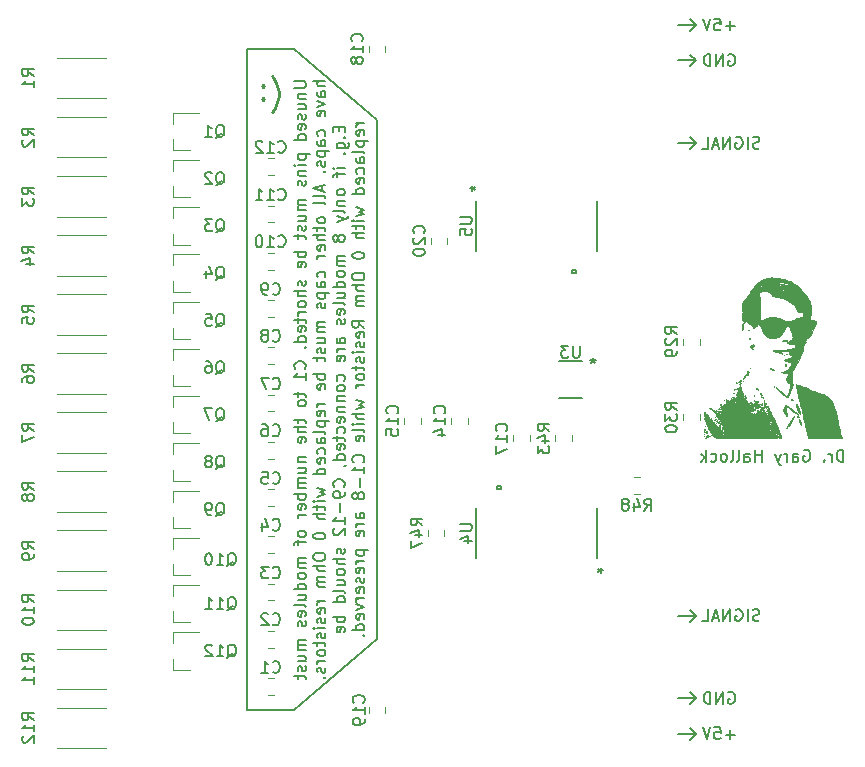
<source format=gbr>
%TF.GenerationSoftware,KiCad,Pcbnew,(5.1.4)-1*%
%TF.CreationDate,2019-10-25T23:27:36-05:00*%
%TF.ProjectId,BPSMinion,4250534d-696e-4696-9f6e-2e6b69636164,rev?*%
%TF.SameCoordinates,Original*%
%TF.FileFunction,Legend,Bot*%
%TF.FilePolarity,Positive*%
%FSLAX46Y46*%
G04 Gerber Fmt 4.6, Leading zero omitted, Abs format (unit mm)*
G04 Created by KiCad (PCBNEW (5.1.4)-1) date 2019-10-25 23:27:36*
%MOMM*%
%LPD*%
G04 APERTURE LIST*
%ADD10C,0.150000*%
%ADD11C,0.250000*%
%ADD12C,0.010000*%
%ADD13C,0.152400*%
%ADD14C,0.120000*%
G04 APERTURE END LIST*
D10*
X179500000Y-89952380D02*
X179500000Y-88952380D01*
X179261904Y-88952380D01*
X179119047Y-89000000D01*
X179023809Y-89095238D01*
X178976190Y-89190476D01*
X178928571Y-89380952D01*
X178928571Y-89523809D01*
X178976190Y-89714285D01*
X179023809Y-89809523D01*
X179119047Y-89904761D01*
X179261904Y-89952380D01*
X179500000Y-89952380D01*
X178500000Y-89952380D02*
X178500000Y-89285714D01*
X178500000Y-89476190D02*
X178452380Y-89380952D01*
X178404761Y-89333333D01*
X178309523Y-89285714D01*
X178214285Y-89285714D01*
X177880952Y-89857142D02*
X177833333Y-89904761D01*
X177880952Y-89952380D01*
X177928571Y-89904761D01*
X177880952Y-89857142D01*
X177880952Y-89952380D01*
X176119047Y-89000000D02*
X176214285Y-88952380D01*
X176357142Y-88952380D01*
X176500000Y-89000000D01*
X176595238Y-89095238D01*
X176642857Y-89190476D01*
X176690476Y-89380952D01*
X176690476Y-89523809D01*
X176642857Y-89714285D01*
X176595238Y-89809523D01*
X176500000Y-89904761D01*
X176357142Y-89952380D01*
X176261904Y-89952380D01*
X176119047Y-89904761D01*
X176071428Y-89857142D01*
X176071428Y-89523809D01*
X176261904Y-89523809D01*
X175214285Y-89952380D02*
X175214285Y-89428571D01*
X175261904Y-89333333D01*
X175357142Y-89285714D01*
X175547619Y-89285714D01*
X175642857Y-89333333D01*
X175214285Y-89904761D02*
X175309523Y-89952380D01*
X175547619Y-89952380D01*
X175642857Y-89904761D01*
X175690476Y-89809523D01*
X175690476Y-89714285D01*
X175642857Y-89619047D01*
X175547619Y-89571428D01*
X175309523Y-89571428D01*
X175214285Y-89523809D01*
X174738095Y-89952380D02*
X174738095Y-89285714D01*
X174738095Y-89476190D02*
X174690476Y-89380952D01*
X174642857Y-89333333D01*
X174547619Y-89285714D01*
X174452380Y-89285714D01*
X174214285Y-89285714D02*
X173976190Y-89952380D01*
X173738095Y-89285714D02*
X173976190Y-89952380D01*
X174071428Y-90190476D01*
X174119047Y-90238095D01*
X174214285Y-90285714D01*
X172595238Y-89952380D02*
X172595238Y-88952380D01*
X172595238Y-89428571D02*
X172023809Y-89428571D01*
X172023809Y-89952380D02*
X172023809Y-88952380D01*
X171119047Y-89952380D02*
X171119047Y-89428571D01*
X171166666Y-89333333D01*
X171261904Y-89285714D01*
X171452380Y-89285714D01*
X171547619Y-89333333D01*
X171119047Y-89904761D02*
X171214285Y-89952380D01*
X171452380Y-89952380D01*
X171547619Y-89904761D01*
X171595238Y-89809523D01*
X171595238Y-89714285D01*
X171547619Y-89619047D01*
X171452380Y-89571428D01*
X171214285Y-89571428D01*
X171119047Y-89523809D01*
X170500000Y-89952380D02*
X170595238Y-89904761D01*
X170642857Y-89809523D01*
X170642857Y-88952380D01*
X169976190Y-89952380D02*
X170071428Y-89904761D01*
X170119047Y-89809523D01*
X170119047Y-88952380D01*
X169452380Y-89952380D02*
X169547619Y-89904761D01*
X169595238Y-89857142D01*
X169642857Y-89761904D01*
X169642857Y-89476190D01*
X169595238Y-89380952D01*
X169547619Y-89333333D01*
X169452380Y-89285714D01*
X169309523Y-89285714D01*
X169214285Y-89333333D01*
X169166666Y-89380952D01*
X169119047Y-89476190D01*
X169119047Y-89761904D01*
X169166666Y-89857142D01*
X169214285Y-89904761D01*
X169309523Y-89952380D01*
X169452380Y-89952380D01*
X168261904Y-89904761D02*
X168357142Y-89952380D01*
X168547619Y-89952380D01*
X168642857Y-89904761D01*
X168690476Y-89857142D01*
X168738095Y-89761904D01*
X168738095Y-89476190D01*
X168690476Y-89380952D01*
X168642857Y-89333333D01*
X168547619Y-89285714D01*
X168357142Y-89285714D01*
X168261904Y-89333333D01*
X167833333Y-89952380D02*
X167833333Y-88952380D01*
X167738095Y-89571428D02*
X167452380Y-89952380D01*
X167452380Y-89285714D02*
X167833333Y-89666666D01*
X172380952Y-103404761D02*
X172238095Y-103452380D01*
X172000000Y-103452380D01*
X171904761Y-103404761D01*
X171857142Y-103357142D01*
X171809523Y-103261904D01*
X171809523Y-103166666D01*
X171857142Y-103071428D01*
X171904761Y-103023809D01*
X172000000Y-102976190D01*
X172190476Y-102928571D01*
X172285714Y-102880952D01*
X172333333Y-102833333D01*
X172380952Y-102738095D01*
X172380952Y-102642857D01*
X172333333Y-102547619D01*
X172285714Y-102500000D01*
X172190476Y-102452380D01*
X171952380Y-102452380D01*
X171809523Y-102500000D01*
X171380952Y-103452380D02*
X171380952Y-102452380D01*
X170380952Y-102500000D02*
X170476190Y-102452380D01*
X170619047Y-102452380D01*
X170761904Y-102500000D01*
X170857142Y-102595238D01*
X170904761Y-102690476D01*
X170952380Y-102880952D01*
X170952380Y-103023809D01*
X170904761Y-103214285D01*
X170857142Y-103309523D01*
X170761904Y-103404761D01*
X170619047Y-103452380D01*
X170523809Y-103452380D01*
X170380952Y-103404761D01*
X170333333Y-103357142D01*
X170333333Y-103023809D01*
X170523809Y-103023809D01*
X169904761Y-103452380D02*
X169904761Y-102452380D01*
X169333333Y-103452380D01*
X169333333Y-102452380D01*
X168904761Y-103166666D02*
X168428571Y-103166666D01*
X169000000Y-103452380D02*
X168666666Y-102452380D01*
X168333333Y-103452380D01*
X167523809Y-103452380D02*
X168000000Y-103452380D01*
X168000000Y-102452380D01*
X167000000Y-103000000D02*
X166500000Y-103500000D01*
X167000000Y-103000000D02*
X166500000Y-102500000D01*
X165500000Y-103000000D02*
X167000000Y-103000000D01*
X172380952Y-63404761D02*
X172238095Y-63452380D01*
X172000000Y-63452380D01*
X171904761Y-63404761D01*
X171857142Y-63357142D01*
X171809523Y-63261904D01*
X171809523Y-63166666D01*
X171857142Y-63071428D01*
X171904761Y-63023809D01*
X172000000Y-62976190D01*
X172190476Y-62928571D01*
X172285714Y-62880952D01*
X172333333Y-62833333D01*
X172380952Y-62738095D01*
X172380952Y-62642857D01*
X172333333Y-62547619D01*
X172285714Y-62500000D01*
X172190476Y-62452380D01*
X171952380Y-62452380D01*
X171809523Y-62500000D01*
X171380952Y-63452380D02*
X171380952Y-62452380D01*
X170380952Y-62500000D02*
X170476190Y-62452380D01*
X170619047Y-62452380D01*
X170761904Y-62500000D01*
X170857142Y-62595238D01*
X170904761Y-62690476D01*
X170952380Y-62880952D01*
X170952380Y-63023809D01*
X170904761Y-63214285D01*
X170857142Y-63309523D01*
X170761904Y-63404761D01*
X170619047Y-63452380D01*
X170523809Y-63452380D01*
X170380952Y-63404761D01*
X170333333Y-63357142D01*
X170333333Y-63023809D01*
X170523809Y-63023809D01*
X169904761Y-63452380D02*
X169904761Y-62452380D01*
X169333333Y-63452380D01*
X169333333Y-62452380D01*
X168904761Y-63166666D02*
X168428571Y-63166666D01*
X169000000Y-63452380D02*
X168666666Y-62452380D01*
X168333333Y-63452380D01*
X167523809Y-63452380D02*
X168000000Y-63452380D01*
X168000000Y-62452380D01*
X167000000Y-63000000D02*
X166500000Y-63500000D01*
X167000000Y-63000000D02*
X166500000Y-62500000D01*
X165500000Y-63000000D02*
X167000000Y-63000000D01*
X169761904Y-55500000D02*
X169857142Y-55452380D01*
X170000000Y-55452380D01*
X170142857Y-55500000D01*
X170238095Y-55595238D01*
X170285714Y-55690476D01*
X170333333Y-55880952D01*
X170333333Y-56023809D01*
X170285714Y-56214285D01*
X170238095Y-56309523D01*
X170142857Y-56404761D01*
X170000000Y-56452380D01*
X169904761Y-56452380D01*
X169761904Y-56404761D01*
X169714285Y-56357142D01*
X169714285Y-56023809D01*
X169904761Y-56023809D01*
X169285714Y-56452380D02*
X169285714Y-55452380D01*
X168714285Y-56452380D01*
X168714285Y-55452380D01*
X168238095Y-56452380D02*
X168238095Y-55452380D01*
X168000000Y-55452380D01*
X167857142Y-55500000D01*
X167761904Y-55595238D01*
X167714285Y-55690476D01*
X167666666Y-55880952D01*
X167666666Y-56023809D01*
X167714285Y-56214285D01*
X167761904Y-56309523D01*
X167857142Y-56404761D01*
X168000000Y-56452380D01*
X168238095Y-56452380D01*
X170285714Y-53071428D02*
X169523809Y-53071428D01*
X169904761Y-53452380D02*
X169904761Y-52690476D01*
X168571428Y-52452380D02*
X169047619Y-52452380D01*
X169095238Y-52928571D01*
X169047619Y-52880952D01*
X168952380Y-52833333D01*
X168714285Y-52833333D01*
X168619047Y-52880952D01*
X168571428Y-52928571D01*
X168523809Y-53023809D01*
X168523809Y-53261904D01*
X168571428Y-53357142D01*
X168619047Y-53404761D01*
X168714285Y-53452380D01*
X168952380Y-53452380D01*
X169047619Y-53404761D01*
X169095238Y-53357142D01*
X168238095Y-52452380D02*
X167904761Y-53452380D01*
X167571428Y-52452380D01*
X170285714Y-113071428D02*
X169523809Y-113071428D01*
X169904761Y-113452380D02*
X169904761Y-112690476D01*
X168571428Y-112452380D02*
X169047619Y-112452380D01*
X169095238Y-112928571D01*
X169047619Y-112880952D01*
X168952380Y-112833333D01*
X168714285Y-112833333D01*
X168619047Y-112880952D01*
X168571428Y-112928571D01*
X168523809Y-113023809D01*
X168523809Y-113261904D01*
X168571428Y-113357142D01*
X168619047Y-113404761D01*
X168714285Y-113452380D01*
X168952380Y-113452380D01*
X169047619Y-113404761D01*
X169095238Y-113357142D01*
X168238095Y-112452380D02*
X167904761Y-113452380D01*
X167571428Y-112452380D01*
X169761904Y-109500000D02*
X169857142Y-109452380D01*
X170000000Y-109452380D01*
X170142857Y-109500000D01*
X170238095Y-109595238D01*
X170285714Y-109690476D01*
X170333333Y-109880952D01*
X170333333Y-110023809D01*
X170285714Y-110214285D01*
X170238095Y-110309523D01*
X170142857Y-110404761D01*
X170000000Y-110452380D01*
X169904761Y-110452380D01*
X169761904Y-110404761D01*
X169714285Y-110357142D01*
X169714285Y-110023809D01*
X169904761Y-110023809D01*
X169285714Y-110452380D02*
X169285714Y-109452380D01*
X168714285Y-110452380D01*
X168714285Y-109452380D01*
X168238095Y-110452380D02*
X168238095Y-109452380D01*
X168000000Y-109452380D01*
X167857142Y-109500000D01*
X167761904Y-109595238D01*
X167714285Y-109690476D01*
X167666666Y-109880952D01*
X167666666Y-110023809D01*
X167714285Y-110214285D01*
X167761904Y-110309523D01*
X167857142Y-110404761D01*
X168000000Y-110452380D01*
X168238095Y-110452380D01*
X167000000Y-110000000D02*
X166500000Y-110500000D01*
X167000000Y-110000000D02*
X166500000Y-109500000D01*
X165500000Y-110000000D02*
X167000000Y-110000000D01*
X167000000Y-56000000D02*
X166500000Y-56500000D01*
X167000000Y-56000000D02*
X166500000Y-55500000D01*
X165500000Y-56000000D02*
X167000000Y-56000000D01*
X167000000Y-53000000D02*
X166500000Y-53500000D01*
X167000000Y-53000000D02*
X166500000Y-52500000D01*
X165500000Y-53000000D02*
X167000000Y-53000000D01*
X167000000Y-113000000D02*
X166500000Y-113500000D01*
X167000000Y-113000000D02*
X166500000Y-112500000D01*
X165500000Y-113000000D02*
X167000000Y-113000000D01*
D11*
X130333333Y-58285714D02*
X130428571Y-58190476D01*
X130333333Y-58095238D01*
X130238095Y-58190476D01*
X130333333Y-58285714D01*
X130333333Y-58095238D01*
X130333333Y-59333333D02*
X130428571Y-59238095D01*
X130333333Y-59142857D01*
X130238095Y-59238095D01*
X130333333Y-59333333D01*
X130333333Y-59142857D01*
X131095238Y-57333333D02*
X131190476Y-57428571D01*
X131380952Y-57714285D01*
X131476190Y-57904761D01*
X131571428Y-58190476D01*
X131666666Y-58666666D01*
X131666666Y-59047619D01*
X131571428Y-59523809D01*
X131476190Y-59809523D01*
X131380952Y-60000000D01*
X131190476Y-60285714D01*
X131095238Y-60380952D01*
D10*
X133000000Y-55000000D02*
X129000000Y-55000000D01*
X133000000Y-111000000D02*
X140000000Y-105000000D01*
X133000000Y-55000000D02*
X140000000Y-61000000D01*
X140000000Y-105000000D02*
X140000000Y-61000000D01*
X129000000Y-111000000D02*
X133000000Y-111000000D01*
X129000000Y-55000000D02*
X129000000Y-111000000D01*
X132977380Y-57761904D02*
X133786904Y-57761904D01*
X133882142Y-57809523D01*
X133929761Y-57857142D01*
X133977380Y-57952380D01*
X133977380Y-58142857D01*
X133929761Y-58238095D01*
X133882142Y-58285714D01*
X133786904Y-58333333D01*
X132977380Y-58333333D01*
X133310714Y-58809523D02*
X133977380Y-58809523D01*
X133405952Y-58809523D02*
X133358333Y-58857142D01*
X133310714Y-58952380D01*
X133310714Y-59095238D01*
X133358333Y-59190476D01*
X133453571Y-59238095D01*
X133977380Y-59238095D01*
X133310714Y-60142857D02*
X133977380Y-60142857D01*
X133310714Y-59714285D02*
X133834523Y-59714285D01*
X133929761Y-59761904D01*
X133977380Y-59857142D01*
X133977380Y-60000000D01*
X133929761Y-60095238D01*
X133882142Y-60142857D01*
X133929761Y-60571428D02*
X133977380Y-60666666D01*
X133977380Y-60857142D01*
X133929761Y-60952380D01*
X133834523Y-61000000D01*
X133786904Y-61000000D01*
X133691666Y-60952380D01*
X133644047Y-60857142D01*
X133644047Y-60714285D01*
X133596428Y-60619047D01*
X133501190Y-60571428D01*
X133453571Y-60571428D01*
X133358333Y-60619047D01*
X133310714Y-60714285D01*
X133310714Y-60857142D01*
X133358333Y-60952380D01*
X133929761Y-61809523D02*
X133977380Y-61714285D01*
X133977380Y-61523809D01*
X133929761Y-61428571D01*
X133834523Y-61380952D01*
X133453571Y-61380952D01*
X133358333Y-61428571D01*
X133310714Y-61523809D01*
X133310714Y-61714285D01*
X133358333Y-61809523D01*
X133453571Y-61857142D01*
X133548809Y-61857142D01*
X133644047Y-61380952D01*
X133977380Y-62714285D02*
X132977380Y-62714285D01*
X133929761Y-62714285D02*
X133977380Y-62619047D01*
X133977380Y-62428571D01*
X133929761Y-62333333D01*
X133882142Y-62285714D01*
X133786904Y-62238095D01*
X133501190Y-62238095D01*
X133405952Y-62285714D01*
X133358333Y-62333333D01*
X133310714Y-62428571D01*
X133310714Y-62619047D01*
X133358333Y-62714285D01*
X133310714Y-63952380D02*
X134310714Y-63952380D01*
X133358333Y-63952380D02*
X133310714Y-64047619D01*
X133310714Y-64238095D01*
X133358333Y-64333333D01*
X133405952Y-64380952D01*
X133501190Y-64428571D01*
X133786904Y-64428571D01*
X133882142Y-64380952D01*
X133929761Y-64333333D01*
X133977380Y-64238095D01*
X133977380Y-64047619D01*
X133929761Y-63952380D01*
X133977380Y-64857142D02*
X133310714Y-64857142D01*
X132977380Y-64857142D02*
X133025000Y-64809523D01*
X133072619Y-64857142D01*
X133025000Y-64904761D01*
X132977380Y-64857142D01*
X133072619Y-64857142D01*
X133310714Y-65333333D02*
X133977380Y-65333333D01*
X133405952Y-65333333D02*
X133358333Y-65380952D01*
X133310714Y-65476190D01*
X133310714Y-65619047D01*
X133358333Y-65714285D01*
X133453571Y-65761904D01*
X133977380Y-65761904D01*
X133929761Y-66190476D02*
X133977380Y-66285714D01*
X133977380Y-66476190D01*
X133929761Y-66571428D01*
X133834523Y-66619047D01*
X133786904Y-66619047D01*
X133691666Y-66571428D01*
X133644047Y-66476190D01*
X133644047Y-66333333D01*
X133596428Y-66238095D01*
X133501190Y-66190476D01*
X133453571Y-66190476D01*
X133358333Y-66238095D01*
X133310714Y-66333333D01*
X133310714Y-66476190D01*
X133358333Y-66571428D01*
X133977380Y-67809523D02*
X133310714Y-67809523D01*
X133405952Y-67809523D02*
X133358333Y-67857142D01*
X133310714Y-67952380D01*
X133310714Y-68095238D01*
X133358333Y-68190476D01*
X133453571Y-68238095D01*
X133977380Y-68238095D01*
X133453571Y-68238095D02*
X133358333Y-68285714D01*
X133310714Y-68380952D01*
X133310714Y-68523809D01*
X133358333Y-68619047D01*
X133453571Y-68666666D01*
X133977380Y-68666666D01*
X133310714Y-69571428D02*
X133977380Y-69571428D01*
X133310714Y-69142857D02*
X133834523Y-69142857D01*
X133929761Y-69190476D01*
X133977380Y-69285714D01*
X133977380Y-69428571D01*
X133929761Y-69523809D01*
X133882142Y-69571428D01*
X133929761Y-69999999D02*
X133977380Y-70095238D01*
X133977380Y-70285714D01*
X133929761Y-70380952D01*
X133834523Y-70428571D01*
X133786904Y-70428571D01*
X133691666Y-70380952D01*
X133644047Y-70285714D01*
X133644047Y-70142857D01*
X133596428Y-70047619D01*
X133501190Y-69999999D01*
X133453571Y-69999999D01*
X133358333Y-70047619D01*
X133310714Y-70142857D01*
X133310714Y-70285714D01*
X133358333Y-70380952D01*
X133310714Y-70714285D02*
X133310714Y-71095238D01*
X132977380Y-70857142D02*
X133834523Y-70857142D01*
X133929761Y-70904761D01*
X133977380Y-70999999D01*
X133977380Y-71095238D01*
X133977380Y-72190476D02*
X132977380Y-72190476D01*
X133358333Y-72190476D02*
X133310714Y-72285714D01*
X133310714Y-72476190D01*
X133358333Y-72571428D01*
X133405952Y-72619047D01*
X133501190Y-72666666D01*
X133786904Y-72666666D01*
X133882142Y-72619047D01*
X133929761Y-72571428D01*
X133977380Y-72476190D01*
X133977380Y-72285714D01*
X133929761Y-72190476D01*
X133929761Y-73476190D02*
X133977380Y-73380952D01*
X133977380Y-73190476D01*
X133929761Y-73095238D01*
X133834523Y-73047619D01*
X133453571Y-73047619D01*
X133358333Y-73095238D01*
X133310714Y-73190476D01*
X133310714Y-73380952D01*
X133358333Y-73476190D01*
X133453571Y-73523809D01*
X133548809Y-73523809D01*
X133644047Y-73047619D01*
X133929761Y-74666666D02*
X133977380Y-74761904D01*
X133977380Y-74952380D01*
X133929761Y-75047619D01*
X133834523Y-75095238D01*
X133786904Y-75095238D01*
X133691666Y-75047619D01*
X133644047Y-74952380D01*
X133644047Y-74809523D01*
X133596428Y-74714285D01*
X133501190Y-74666666D01*
X133453571Y-74666666D01*
X133358333Y-74714285D01*
X133310714Y-74809523D01*
X133310714Y-74952380D01*
X133358333Y-75047619D01*
X133977380Y-75523809D02*
X132977380Y-75523809D01*
X133977380Y-75952380D02*
X133453571Y-75952380D01*
X133358333Y-75904761D01*
X133310714Y-75809523D01*
X133310714Y-75666666D01*
X133358333Y-75571428D01*
X133405952Y-75523809D01*
X133977380Y-76571428D02*
X133929761Y-76476190D01*
X133882142Y-76428571D01*
X133786904Y-76380952D01*
X133501190Y-76380952D01*
X133405952Y-76428571D01*
X133358333Y-76476190D01*
X133310714Y-76571428D01*
X133310714Y-76714285D01*
X133358333Y-76809523D01*
X133405952Y-76857142D01*
X133501190Y-76904761D01*
X133786904Y-76904761D01*
X133882142Y-76857142D01*
X133929761Y-76809523D01*
X133977380Y-76714285D01*
X133977380Y-76571428D01*
X133977380Y-77333333D02*
X133310714Y-77333333D01*
X133501190Y-77333333D02*
X133405952Y-77380952D01*
X133358333Y-77428571D01*
X133310714Y-77523809D01*
X133310714Y-77619047D01*
X133310714Y-77809523D02*
X133310714Y-78190476D01*
X132977380Y-77952380D02*
X133834523Y-77952380D01*
X133929761Y-77999999D01*
X133977380Y-78095238D01*
X133977380Y-78190476D01*
X133929761Y-78904761D02*
X133977380Y-78809523D01*
X133977380Y-78619047D01*
X133929761Y-78523809D01*
X133834523Y-78476190D01*
X133453571Y-78476190D01*
X133358333Y-78523809D01*
X133310714Y-78619047D01*
X133310714Y-78809523D01*
X133358333Y-78904761D01*
X133453571Y-78952380D01*
X133548809Y-78952380D01*
X133644047Y-78476190D01*
X133977380Y-79809523D02*
X132977380Y-79809523D01*
X133929761Y-79809523D02*
X133977380Y-79714285D01*
X133977380Y-79523809D01*
X133929761Y-79428571D01*
X133882142Y-79380952D01*
X133786904Y-79333333D01*
X133501190Y-79333333D01*
X133405952Y-79380952D01*
X133358333Y-79428571D01*
X133310714Y-79523809D01*
X133310714Y-79714285D01*
X133358333Y-79809523D01*
X133882142Y-80285714D02*
X133929761Y-80333333D01*
X133977380Y-80285714D01*
X133929761Y-80238095D01*
X133882142Y-80285714D01*
X133977380Y-80285714D01*
X133882142Y-82095238D02*
X133929761Y-82047619D01*
X133977380Y-81904761D01*
X133977380Y-81809523D01*
X133929761Y-81666666D01*
X133834523Y-81571428D01*
X133739285Y-81523809D01*
X133548809Y-81476190D01*
X133405952Y-81476190D01*
X133215476Y-81523809D01*
X133120238Y-81571428D01*
X133025000Y-81666666D01*
X132977380Y-81809523D01*
X132977380Y-81904761D01*
X133025000Y-82047619D01*
X133072619Y-82095238D01*
X133977380Y-83047619D02*
X133977380Y-82476190D01*
X133977380Y-82761904D02*
X132977380Y-82761904D01*
X133120238Y-82666666D01*
X133215476Y-82571428D01*
X133263095Y-82476190D01*
X133310714Y-84095238D02*
X133310714Y-84476190D01*
X132977380Y-84238095D02*
X133834523Y-84238095D01*
X133929761Y-84285714D01*
X133977380Y-84380952D01*
X133977380Y-84476190D01*
X133977380Y-84952380D02*
X133929761Y-84857142D01*
X133882142Y-84809523D01*
X133786904Y-84761904D01*
X133501190Y-84761904D01*
X133405952Y-84809523D01*
X133358333Y-84857142D01*
X133310714Y-84952380D01*
X133310714Y-85095238D01*
X133358333Y-85190476D01*
X133405952Y-85238095D01*
X133501190Y-85285714D01*
X133786904Y-85285714D01*
X133882142Y-85238095D01*
X133929761Y-85190476D01*
X133977380Y-85095238D01*
X133977380Y-84952380D01*
X133310714Y-86333333D02*
X133310714Y-86714285D01*
X132977380Y-86476190D02*
X133834523Y-86476190D01*
X133929761Y-86523809D01*
X133977380Y-86619047D01*
X133977380Y-86714285D01*
X133977380Y-87047619D02*
X132977380Y-87047619D01*
X133977380Y-87476190D02*
X133453571Y-87476190D01*
X133358333Y-87428571D01*
X133310714Y-87333333D01*
X133310714Y-87190476D01*
X133358333Y-87095238D01*
X133405952Y-87047619D01*
X133929761Y-88333333D02*
X133977380Y-88238095D01*
X133977380Y-88047619D01*
X133929761Y-87952380D01*
X133834523Y-87904761D01*
X133453571Y-87904761D01*
X133358333Y-87952380D01*
X133310714Y-88047619D01*
X133310714Y-88238095D01*
X133358333Y-88333333D01*
X133453571Y-88380952D01*
X133548809Y-88380952D01*
X133644047Y-87904761D01*
X133310714Y-89571428D02*
X133977380Y-89571428D01*
X133405952Y-89571428D02*
X133358333Y-89619047D01*
X133310714Y-89714285D01*
X133310714Y-89857142D01*
X133358333Y-89952380D01*
X133453571Y-89999999D01*
X133977380Y-89999999D01*
X133310714Y-90904761D02*
X133977380Y-90904761D01*
X133310714Y-90476190D02*
X133834523Y-90476190D01*
X133929761Y-90523809D01*
X133977380Y-90619047D01*
X133977380Y-90761904D01*
X133929761Y-90857142D01*
X133882142Y-90904761D01*
X133977380Y-91380952D02*
X133310714Y-91380952D01*
X133405952Y-91380952D02*
X133358333Y-91428571D01*
X133310714Y-91523809D01*
X133310714Y-91666666D01*
X133358333Y-91761904D01*
X133453571Y-91809523D01*
X133977380Y-91809523D01*
X133453571Y-91809523D02*
X133358333Y-91857142D01*
X133310714Y-91952380D01*
X133310714Y-92095238D01*
X133358333Y-92190476D01*
X133453571Y-92238095D01*
X133977380Y-92238095D01*
X133977380Y-92714285D02*
X132977380Y-92714285D01*
X133358333Y-92714285D02*
X133310714Y-92809523D01*
X133310714Y-92999999D01*
X133358333Y-93095238D01*
X133405952Y-93142857D01*
X133501190Y-93190476D01*
X133786904Y-93190476D01*
X133882142Y-93142857D01*
X133929761Y-93095238D01*
X133977380Y-92999999D01*
X133977380Y-92809523D01*
X133929761Y-92714285D01*
X133929761Y-93999999D02*
X133977380Y-93904761D01*
X133977380Y-93714285D01*
X133929761Y-93619047D01*
X133834523Y-93571428D01*
X133453571Y-93571428D01*
X133358333Y-93619047D01*
X133310714Y-93714285D01*
X133310714Y-93904761D01*
X133358333Y-93999999D01*
X133453571Y-94047619D01*
X133548809Y-94047619D01*
X133644047Y-93571428D01*
X133977380Y-94476190D02*
X133310714Y-94476190D01*
X133501190Y-94476190D02*
X133405952Y-94523809D01*
X133358333Y-94571428D01*
X133310714Y-94666666D01*
X133310714Y-94761904D01*
X133977380Y-95999999D02*
X133929761Y-95904761D01*
X133882142Y-95857142D01*
X133786904Y-95809523D01*
X133501190Y-95809523D01*
X133405952Y-95857142D01*
X133358333Y-95904761D01*
X133310714Y-95999999D01*
X133310714Y-96142857D01*
X133358333Y-96238095D01*
X133405952Y-96285714D01*
X133501190Y-96333333D01*
X133786904Y-96333333D01*
X133882142Y-96285714D01*
X133929761Y-96238095D01*
X133977380Y-96142857D01*
X133977380Y-95999999D01*
X133310714Y-96619047D02*
X133310714Y-96999999D01*
X133977380Y-96761904D02*
X133120238Y-96761904D01*
X133025000Y-96809523D01*
X132977380Y-96904761D01*
X132977380Y-96999999D01*
X133977380Y-98095238D02*
X133310714Y-98095238D01*
X133405952Y-98095238D02*
X133358333Y-98142857D01*
X133310714Y-98238095D01*
X133310714Y-98380952D01*
X133358333Y-98476190D01*
X133453571Y-98523809D01*
X133977380Y-98523809D01*
X133453571Y-98523809D02*
X133358333Y-98571428D01*
X133310714Y-98666666D01*
X133310714Y-98809523D01*
X133358333Y-98904761D01*
X133453571Y-98952380D01*
X133977380Y-98952380D01*
X133977380Y-99571428D02*
X133929761Y-99476190D01*
X133882142Y-99428571D01*
X133786904Y-99380952D01*
X133501190Y-99380952D01*
X133405952Y-99428571D01*
X133358333Y-99476190D01*
X133310714Y-99571428D01*
X133310714Y-99714285D01*
X133358333Y-99809523D01*
X133405952Y-99857142D01*
X133501190Y-99904761D01*
X133786904Y-99904761D01*
X133882142Y-99857142D01*
X133929761Y-99809523D01*
X133977380Y-99714285D01*
X133977380Y-99571428D01*
X133977380Y-100761904D02*
X132977380Y-100761904D01*
X133929761Y-100761904D02*
X133977380Y-100666666D01*
X133977380Y-100476190D01*
X133929761Y-100380952D01*
X133882142Y-100333333D01*
X133786904Y-100285714D01*
X133501190Y-100285714D01*
X133405952Y-100333333D01*
X133358333Y-100380952D01*
X133310714Y-100476190D01*
X133310714Y-100666666D01*
X133358333Y-100761904D01*
X133310714Y-101666666D02*
X133977380Y-101666666D01*
X133310714Y-101238095D02*
X133834523Y-101238095D01*
X133929761Y-101285714D01*
X133977380Y-101380952D01*
X133977380Y-101523809D01*
X133929761Y-101619047D01*
X133882142Y-101666666D01*
X133977380Y-102285714D02*
X133929761Y-102190476D01*
X133834523Y-102142857D01*
X132977380Y-102142857D01*
X133929761Y-103047619D02*
X133977380Y-102952380D01*
X133977380Y-102761904D01*
X133929761Y-102666666D01*
X133834523Y-102619047D01*
X133453571Y-102619047D01*
X133358333Y-102666666D01*
X133310714Y-102761904D01*
X133310714Y-102952380D01*
X133358333Y-103047619D01*
X133453571Y-103095238D01*
X133548809Y-103095238D01*
X133644047Y-102619047D01*
X133929761Y-103476190D02*
X133977380Y-103571428D01*
X133977380Y-103761904D01*
X133929761Y-103857142D01*
X133834523Y-103904761D01*
X133786904Y-103904761D01*
X133691666Y-103857142D01*
X133644047Y-103761904D01*
X133644047Y-103619047D01*
X133596428Y-103523809D01*
X133501190Y-103476190D01*
X133453571Y-103476190D01*
X133358333Y-103523809D01*
X133310714Y-103619047D01*
X133310714Y-103761904D01*
X133358333Y-103857142D01*
X133977380Y-105095238D02*
X133310714Y-105095238D01*
X133405952Y-105095238D02*
X133358333Y-105142857D01*
X133310714Y-105238095D01*
X133310714Y-105380952D01*
X133358333Y-105476190D01*
X133453571Y-105523809D01*
X133977380Y-105523809D01*
X133453571Y-105523809D02*
X133358333Y-105571428D01*
X133310714Y-105666666D01*
X133310714Y-105809523D01*
X133358333Y-105904761D01*
X133453571Y-105952380D01*
X133977380Y-105952380D01*
X133310714Y-106857142D02*
X133977380Y-106857142D01*
X133310714Y-106428571D02*
X133834523Y-106428571D01*
X133929761Y-106476190D01*
X133977380Y-106571428D01*
X133977380Y-106714285D01*
X133929761Y-106809523D01*
X133882142Y-106857142D01*
X133929761Y-107285714D02*
X133977380Y-107380952D01*
X133977380Y-107571428D01*
X133929761Y-107666666D01*
X133834523Y-107714285D01*
X133786904Y-107714285D01*
X133691666Y-107666666D01*
X133644047Y-107571428D01*
X133644047Y-107428571D01*
X133596428Y-107333333D01*
X133501190Y-107285714D01*
X133453571Y-107285714D01*
X133358333Y-107333333D01*
X133310714Y-107428571D01*
X133310714Y-107571428D01*
X133358333Y-107666666D01*
X133310714Y-107999999D02*
X133310714Y-108380952D01*
X132977380Y-108142857D02*
X133834523Y-108142857D01*
X133929761Y-108190476D01*
X133977380Y-108285714D01*
X133977380Y-108380952D01*
X135627380Y-57738095D02*
X134627380Y-57738095D01*
X135627380Y-58166666D02*
X135103571Y-58166666D01*
X135008333Y-58119047D01*
X134960714Y-58023809D01*
X134960714Y-57880952D01*
X135008333Y-57785714D01*
X135055952Y-57738095D01*
X135627380Y-59071428D02*
X135103571Y-59071428D01*
X135008333Y-59023809D01*
X134960714Y-58928571D01*
X134960714Y-58738095D01*
X135008333Y-58642857D01*
X135579761Y-59071428D02*
X135627380Y-58976190D01*
X135627380Y-58738095D01*
X135579761Y-58642857D01*
X135484523Y-58595238D01*
X135389285Y-58595238D01*
X135294047Y-58642857D01*
X135246428Y-58738095D01*
X135246428Y-58976190D01*
X135198809Y-59071428D01*
X134960714Y-59452380D02*
X135627380Y-59690476D01*
X134960714Y-59928571D01*
X135579761Y-60690476D02*
X135627380Y-60595238D01*
X135627380Y-60404761D01*
X135579761Y-60309523D01*
X135484523Y-60261904D01*
X135103571Y-60261904D01*
X135008333Y-60309523D01*
X134960714Y-60404761D01*
X134960714Y-60595238D01*
X135008333Y-60690476D01*
X135103571Y-60738095D01*
X135198809Y-60738095D01*
X135294047Y-60261904D01*
X135579761Y-62357142D02*
X135627380Y-62261904D01*
X135627380Y-62071428D01*
X135579761Y-61976190D01*
X135532142Y-61928571D01*
X135436904Y-61880952D01*
X135151190Y-61880952D01*
X135055952Y-61928571D01*
X135008333Y-61976190D01*
X134960714Y-62071428D01*
X134960714Y-62261904D01*
X135008333Y-62357142D01*
X135627380Y-63214285D02*
X135103571Y-63214285D01*
X135008333Y-63166666D01*
X134960714Y-63071428D01*
X134960714Y-62880952D01*
X135008333Y-62785714D01*
X135579761Y-63214285D02*
X135627380Y-63119047D01*
X135627380Y-62880952D01*
X135579761Y-62785714D01*
X135484523Y-62738095D01*
X135389285Y-62738095D01*
X135294047Y-62785714D01*
X135246428Y-62880952D01*
X135246428Y-63119047D01*
X135198809Y-63214285D01*
X134960714Y-63690476D02*
X135960714Y-63690476D01*
X135008333Y-63690476D02*
X134960714Y-63785714D01*
X134960714Y-63976190D01*
X135008333Y-64071428D01*
X135055952Y-64119047D01*
X135151190Y-64166666D01*
X135436904Y-64166666D01*
X135532142Y-64119047D01*
X135579761Y-64071428D01*
X135627380Y-63976190D01*
X135627380Y-63785714D01*
X135579761Y-63690476D01*
X135579761Y-64547619D02*
X135627380Y-64642857D01*
X135627380Y-64833333D01*
X135579761Y-64928571D01*
X135484523Y-64976190D01*
X135436904Y-64976190D01*
X135341666Y-64928571D01*
X135294047Y-64833333D01*
X135294047Y-64690476D01*
X135246428Y-64595238D01*
X135151190Y-64547619D01*
X135103571Y-64547619D01*
X135008333Y-64595238D01*
X134960714Y-64690476D01*
X134960714Y-64833333D01*
X135008333Y-64928571D01*
X135532142Y-65404761D02*
X135579761Y-65452380D01*
X135627380Y-65404761D01*
X135579761Y-65357142D01*
X135532142Y-65404761D01*
X135627380Y-65404761D01*
X135341666Y-66595238D02*
X135341666Y-67071428D01*
X135627380Y-66500000D02*
X134627380Y-66833333D01*
X135627380Y-67166666D01*
X135627380Y-67642857D02*
X135579761Y-67547619D01*
X135484523Y-67500000D01*
X134627380Y-67500000D01*
X135627380Y-68166666D02*
X135579761Y-68071428D01*
X135484523Y-68023809D01*
X134627380Y-68023809D01*
X135627380Y-69452380D02*
X135579761Y-69357142D01*
X135532142Y-69309523D01*
X135436904Y-69261904D01*
X135151190Y-69261904D01*
X135055952Y-69309523D01*
X135008333Y-69357142D01*
X134960714Y-69452380D01*
X134960714Y-69595238D01*
X135008333Y-69690476D01*
X135055952Y-69738095D01*
X135151190Y-69785714D01*
X135436904Y-69785714D01*
X135532142Y-69738095D01*
X135579761Y-69690476D01*
X135627380Y-69595238D01*
X135627380Y-69452380D01*
X134960714Y-70071428D02*
X134960714Y-70452380D01*
X134627380Y-70214285D02*
X135484523Y-70214285D01*
X135579761Y-70261904D01*
X135627380Y-70357142D01*
X135627380Y-70452380D01*
X135627380Y-70785714D02*
X134627380Y-70785714D01*
X135627380Y-71214285D02*
X135103571Y-71214285D01*
X135008333Y-71166666D01*
X134960714Y-71071428D01*
X134960714Y-70928571D01*
X135008333Y-70833333D01*
X135055952Y-70785714D01*
X135579761Y-72071428D02*
X135627380Y-71976190D01*
X135627380Y-71785714D01*
X135579761Y-71690476D01*
X135484523Y-71642857D01*
X135103571Y-71642857D01*
X135008333Y-71690476D01*
X134960714Y-71785714D01*
X134960714Y-71976190D01*
X135008333Y-72071428D01*
X135103571Y-72119047D01*
X135198809Y-72119047D01*
X135294047Y-71642857D01*
X135627380Y-72547619D02*
X134960714Y-72547619D01*
X135151190Y-72547619D02*
X135055952Y-72595238D01*
X135008333Y-72642857D01*
X134960714Y-72738095D01*
X134960714Y-72833333D01*
X135579761Y-74357142D02*
X135627380Y-74261904D01*
X135627380Y-74071428D01*
X135579761Y-73976190D01*
X135532142Y-73928571D01*
X135436904Y-73880952D01*
X135151190Y-73880952D01*
X135055952Y-73928571D01*
X135008333Y-73976190D01*
X134960714Y-74071428D01*
X134960714Y-74261904D01*
X135008333Y-74357142D01*
X135627380Y-75214285D02*
X135103571Y-75214285D01*
X135008333Y-75166666D01*
X134960714Y-75071428D01*
X134960714Y-74880952D01*
X135008333Y-74785714D01*
X135579761Y-75214285D02*
X135627380Y-75119047D01*
X135627380Y-74880952D01*
X135579761Y-74785714D01*
X135484523Y-74738095D01*
X135389285Y-74738095D01*
X135294047Y-74785714D01*
X135246428Y-74880952D01*
X135246428Y-75119047D01*
X135198809Y-75214285D01*
X134960714Y-75690476D02*
X135960714Y-75690476D01*
X135008333Y-75690476D02*
X134960714Y-75785714D01*
X134960714Y-75976190D01*
X135008333Y-76071428D01*
X135055952Y-76119047D01*
X135151190Y-76166666D01*
X135436904Y-76166666D01*
X135532142Y-76119047D01*
X135579761Y-76071428D01*
X135627380Y-75976190D01*
X135627380Y-75785714D01*
X135579761Y-75690476D01*
X135579761Y-76547619D02*
X135627380Y-76642857D01*
X135627380Y-76833333D01*
X135579761Y-76928571D01*
X135484523Y-76976190D01*
X135436904Y-76976190D01*
X135341666Y-76928571D01*
X135294047Y-76833333D01*
X135294047Y-76690476D01*
X135246428Y-76595238D01*
X135151190Y-76547619D01*
X135103571Y-76547619D01*
X135008333Y-76595238D01*
X134960714Y-76690476D01*
X134960714Y-76833333D01*
X135008333Y-76928571D01*
X135627380Y-78166666D02*
X134960714Y-78166666D01*
X135055952Y-78166666D02*
X135008333Y-78214285D01*
X134960714Y-78309523D01*
X134960714Y-78452380D01*
X135008333Y-78547619D01*
X135103571Y-78595238D01*
X135627380Y-78595238D01*
X135103571Y-78595238D02*
X135008333Y-78642857D01*
X134960714Y-78738095D01*
X134960714Y-78880952D01*
X135008333Y-78976190D01*
X135103571Y-79023809D01*
X135627380Y-79023809D01*
X134960714Y-79928571D02*
X135627380Y-79928571D01*
X134960714Y-79500000D02*
X135484523Y-79500000D01*
X135579761Y-79547619D01*
X135627380Y-79642857D01*
X135627380Y-79785714D01*
X135579761Y-79880952D01*
X135532142Y-79928571D01*
X135579761Y-80357142D02*
X135627380Y-80452380D01*
X135627380Y-80642857D01*
X135579761Y-80738095D01*
X135484523Y-80785714D01*
X135436904Y-80785714D01*
X135341666Y-80738095D01*
X135294047Y-80642857D01*
X135294047Y-80500000D01*
X135246428Y-80404761D01*
X135151190Y-80357142D01*
X135103571Y-80357142D01*
X135008333Y-80404761D01*
X134960714Y-80500000D01*
X134960714Y-80642857D01*
X135008333Y-80738095D01*
X134960714Y-81071428D02*
X134960714Y-81452380D01*
X134627380Y-81214285D02*
X135484523Y-81214285D01*
X135579761Y-81261904D01*
X135627380Y-81357142D01*
X135627380Y-81452380D01*
X135627380Y-82547619D02*
X134627380Y-82547619D01*
X135008333Y-82547619D02*
X134960714Y-82642857D01*
X134960714Y-82833333D01*
X135008333Y-82928571D01*
X135055952Y-82976190D01*
X135151190Y-83023809D01*
X135436904Y-83023809D01*
X135532142Y-82976190D01*
X135579761Y-82928571D01*
X135627380Y-82833333D01*
X135627380Y-82642857D01*
X135579761Y-82547619D01*
X135579761Y-83833333D02*
X135627380Y-83738095D01*
X135627380Y-83547619D01*
X135579761Y-83452380D01*
X135484523Y-83404761D01*
X135103571Y-83404761D01*
X135008333Y-83452380D01*
X134960714Y-83547619D01*
X134960714Y-83738095D01*
X135008333Y-83833333D01*
X135103571Y-83880952D01*
X135198809Y-83880952D01*
X135294047Y-83404761D01*
X135627380Y-85071428D02*
X134960714Y-85071428D01*
X135151190Y-85071428D02*
X135055952Y-85119047D01*
X135008333Y-85166666D01*
X134960714Y-85261904D01*
X134960714Y-85357142D01*
X135579761Y-86071428D02*
X135627380Y-85976190D01*
X135627380Y-85785714D01*
X135579761Y-85690476D01*
X135484523Y-85642857D01*
X135103571Y-85642857D01*
X135008333Y-85690476D01*
X134960714Y-85785714D01*
X134960714Y-85976190D01*
X135008333Y-86071428D01*
X135103571Y-86119047D01*
X135198809Y-86119047D01*
X135294047Y-85642857D01*
X134960714Y-86547619D02*
X135960714Y-86547619D01*
X135008333Y-86547619D02*
X134960714Y-86642857D01*
X134960714Y-86833333D01*
X135008333Y-86928571D01*
X135055952Y-86976190D01*
X135151190Y-87023809D01*
X135436904Y-87023809D01*
X135532142Y-86976190D01*
X135579761Y-86928571D01*
X135627380Y-86833333D01*
X135627380Y-86642857D01*
X135579761Y-86547619D01*
X135627380Y-87595238D02*
X135579761Y-87500000D01*
X135484523Y-87452380D01*
X134627380Y-87452380D01*
X135627380Y-88404761D02*
X135103571Y-88404761D01*
X135008333Y-88357142D01*
X134960714Y-88261904D01*
X134960714Y-88071428D01*
X135008333Y-87976190D01*
X135579761Y-88404761D02*
X135627380Y-88309523D01*
X135627380Y-88071428D01*
X135579761Y-87976190D01*
X135484523Y-87928571D01*
X135389285Y-87928571D01*
X135294047Y-87976190D01*
X135246428Y-88071428D01*
X135246428Y-88309523D01*
X135198809Y-88404761D01*
X135579761Y-89309523D02*
X135627380Y-89214285D01*
X135627380Y-89023809D01*
X135579761Y-88928571D01*
X135532142Y-88880952D01*
X135436904Y-88833333D01*
X135151190Y-88833333D01*
X135055952Y-88880952D01*
X135008333Y-88928571D01*
X134960714Y-89023809D01*
X134960714Y-89214285D01*
X135008333Y-89309523D01*
X135579761Y-90119047D02*
X135627380Y-90023809D01*
X135627380Y-89833333D01*
X135579761Y-89738095D01*
X135484523Y-89690476D01*
X135103571Y-89690476D01*
X135008333Y-89738095D01*
X134960714Y-89833333D01*
X134960714Y-90023809D01*
X135008333Y-90119047D01*
X135103571Y-90166666D01*
X135198809Y-90166666D01*
X135294047Y-89690476D01*
X135627380Y-91023809D02*
X134627380Y-91023809D01*
X135579761Y-91023809D02*
X135627380Y-90928571D01*
X135627380Y-90738095D01*
X135579761Y-90642857D01*
X135532142Y-90595238D01*
X135436904Y-90547619D01*
X135151190Y-90547619D01*
X135055952Y-90595238D01*
X135008333Y-90642857D01*
X134960714Y-90738095D01*
X134960714Y-90928571D01*
X135008333Y-91023809D01*
X134960714Y-92166666D02*
X135627380Y-92357142D01*
X135151190Y-92547619D01*
X135627380Y-92738095D01*
X134960714Y-92928571D01*
X135627380Y-93309523D02*
X134960714Y-93309523D01*
X134627380Y-93309523D02*
X134675000Y-93261904D01*
X134722619Y-93309523D01*
X134675000Y-93357142D01*
X134627380Y-93309523D01*
X134722619Y-93309523D01*
X134960714Y-93642857D02*
X134960714Y-94023809D01*
X134627380Y-93785714D02*
X135484523Y-93785714D01*
X135579761Y-93833333D01*
X135627380Y-93928571D01*
X135627380Y-94023809D01*
X135627380Y-94357142D02*
X134627380Y-94357142D01*
X135627380Y-94785714D02*
X135103571Y-94785714D01*
X135008333Y-94738095D01*
X134960714Y-94642857D01*
X134960714Y-94499999D01*
X135008333Y-94404761D01*
X135055952Y-94357142D01*
X134627380Y-96214285D02*
X134627380Y-96309523D01*
X134675000Y-96404761D01*
X134722619Y-96452380D01*
X134817857Y-96499999D01*
X135008333Y-96547619D01*
X135246428Y-96547619D01*
X135436904Y-96499999D01*
X135532142Y-96452380D01*
X135579761Y-96404761D01*
X135627380Y-96309523D01*
X135627380Y-96214285D01*
X135579761Y-96119047D01*
X135532142Y-96071428D01*
X135436904Y-96023809D01*
X135246428Y-95976190D01*
X135008333Y-95976190D01*
X134817857Y-96023809D01*
X134722619Y-96071428D01*
X134675000Y-96119047D01*
X134627380Y-96214285D01*
X134627380Y-97928571D02*
X134627380Y-98119047D01*
X134675000Y-98214285D01*
X134770238Y-98309523D01*
X134960714Y-98357142D01*
X135294047Y-98357142D01*
X135484523Y-98309523D01*
X135579761Y-98214285D01*
X135627380Y-98119047D01*
X135627380Y-97928571D01*
X135579761Y-97833333D01*
X135484523Y-97738095D01*
X135294047Y-97690476D01*
X134960714Y-97690476D01*
X134770238Y-97738095D01*
X134675000Y-97833333D01*
X134627380Y-97928571D01*
X135627380Y-98785714D02*
X134627380Y-98785714D01*
X135627380Y-99214285D02*
X135103571Y-99214285D01*
X135008333Y-99166666D01*
X134960714Y-99071428D01*
X134960714Y-98928571D01*
X135008333Y-98833333D01*
X135055952Y-98785714D01*
X135627380Y-99690476D02*
X134960714Y-99690476D01*
X135055952Y-99690476D02*
X135008333Y-99738095D01*
X134960714Y-99833333D01*
X134960714Y-99976190D01*
X135008333Y-100071428D01*
X135103571Y-100119047D01*
X135627380Y-100119047D01*
X135103571Y-100119047D02*
X135008333Y-100166666D01*
X134960714Y-100261904D01*
X134960714Y-100404761D01*
X135008333Y-100499999D01*
X135103571Y-100547619D01*
X135627380Y-100547619D01*
X135627380Y-101785714D02*
X134960714Y-101785714D01*
X135151190Y-101785714D02*
X135055952Y-101833333D01*
X135008333Y-101880952D01*
X134960714Y-101976190D01*
X134960714Y-102071428D01*
X135579761Y-102785714D02*
X135627380Y-102690476D01*
X135627380Y-102499999D01*
X135579761Y-102404761D01*
X135484523Y-102357142D01*
X135103571Y-102357142D01*
X135008333Y-102404761D01*
X134960714Y-102499999D01*
X134960714Y-102690476D01*
X135008333Y-102785714D01*
X135103571Y-102833333D01*
X135198809Y-102833333D01*
X135294047Y-102357142D01*
X135579761Y-103214285D02*
X135627380Y-103309523D01*
X135627380Y-103499999D01*
X135579761Y-103595238D01*
X135484523Y-103642857D01*
X135436904Y-103642857D01*
X135341666Y-103595238D01*
X135294047Y-103499999D01*
X135294047Y-103357142D01*
X135246428Y-103261904D01*
X135151190Y-103214285D01*
X135103571Y-103214285D01*
X135008333Y-103261904D01*
X134960714Y-103357142D01*
X134960714Y-103499999D01*
X135008333Y-103595238D01*
X135627380Y-104071428D02*
X134960714Y-104071428D01*
X134627380Y-104071428D02*
X134675000Y-104023809D01*
X134722619Y-104071428D01*
X134675000Y-104119047D01*
X134627380Y-104071428D01*
X134722619Y-104071428D01*
X135579761Y-104499999D02*
X135627380Y-104595238D01*
X135627380Y-104785714D01*
X135579761Y-104880952D01*
X135484523Y-104928571D01*
X135436904Y-104928571D01*
X135341666Y-104880952D01*
X135294047Y-104785714D01*
X135294047Y-104642857D01*
X135246428Y-104547619D01*
X135151190Y-104499999D01*
X135103571Y-104499999D01*
X135008333Y-104547619D01*
X134960714Y-104642857D01*
X134960714Y-104785714D01*
X135008333Y-104880952D01*
X134960714Y-105214285D02*
X134960714Y-105595238D01*
X134627380Y-105357142D02*
X135484523Y-105357142D01*
X135579761Y-105404761D01*
X135627380Y-105499999D01*
X135627380Y-105595238D01*
X135627380Y-106071428D02*
X135579761Y-105976190D01*
X135532142Y-105928571D01*
X135436904Y-105880952D01*
X135151190Y-105880952D01*
X135055952Y-105928571D01*
X135008333Y-105976190D01*
X134960714Y-106071428D01*
X134960714Y-106214285D01*
X135008333Y-106309523D01*
X135055952Y-106357142D01*
X135151190Y-106404761D01*
X135436904Y-106404761D01*
X135532142Y-106357142D01*
X135579761Y-106309523D01*
X135627380Y-106214285D01*
X135627380Y-106071428D01*
X135627380Y-106833333D02*
X134960714Y-106833333D01*
X135151190Y-106833333D02*
X135055952Y-106880952D01*
X135008333Y-106928571D01*
X134960714Y-107023809D01*
X134960714Y-107119047D01*
X135579761Y-107404761D02*
X135627380Y-107499999D01*
X135627380Y-107690476D01*
X135579761Y-107785714D01*
X135484523Y-107833333D01*
X135436904Y-107833333D01*
X135341666Y-107785714D01*
X135294047Y-107690476D01*
X135294047Y-107547619D01*
X135246428Y-107452380D01*
X135151190Y-107404761D01*
X135103571Y-107404761D01*
X135008333Y-107452380D01*
X134960714Y-107547619D01*
X134960714Y-107690476D01*
X135008333Y-107785714D01*
X135532142Y-108261904D02*
X135579761Y-108309523D01*
X135627380Y-108261904D01*
X135579761Y-108214285D01*
X135532142Y-108261904D01*
X135627380Y-108261904D01*
X136753571Y-61619047D02*
X136753571Y-61952380D01*
X137277380Y-62095238D02*
X137277380Y-61619047D01*
X136277380Y-61619047D01*
X136277380Y-62095238D01*
X137182142Y-62523809D02*
X137229761Y-62571428D01*
X137277380Y-62523809D01*
X137229761Y-62476190D01*
X137182142Y-62523809D01*
X137277380Y-62523809D01*
X136610714Y-63428571D02*
X137420238Y-63428571D01*
X137515476Y-63380952D01*
X137563095Y-63333333D01*
X137610714Y-63238095D01*
X137610714Y-63095238D01*
X137563095Y-63000000D01*
X137229761Y-63428571D02*
X137277380Y-63333333D01*
X137277380Y-63142857D01*
X137229761Y-63047619D01*
X137182142Y-63000000D01*
X137086904Y-62952380D01*
X136801190Y-62952380D01*
X136705952Y-63000000D01*
X136658333Y-63047619D01*
X136610714Y-63142857D01*
X136610714Y-63333333D01*
X136658333Y-63428571D01*
X137182142Y-63904761D02*
X137229761Y-63952380D01*
X137277380Y-63904761D01*
X137229761Y-63857142D01*
X137182142Y-63904761D01*
X137277380Y-63904761D01*
X137277380Y-65142857D02*
X136610714Y-65142857D01*
X136277380Y-65142857D02*
X136325000Y-65095238D01*
X136372619Y-65142857D01*
X136325000Y-65190476D01*
X136277380Y-65142857D01*
X136372619Y-65142857D01*
X136610714Y-65476190D02*
X136610714Y-65857142D01*
X137277380Y-65619047D02*
X136420238Y-65619047D01*
X136325000Y-65666666D01*
X136277380Y-65761904D01*
X136277380Y-65857142D01*
X137277380Y-67095238D02*
X137229761Y-67000000D01*
X137182142Y-66952380D01*
X137086904Y-66904761D01*
X136801190Y-66904761D01*
X136705952Y-66952380D01*
X136658333Y-67000000D01*
X136610714Y-67095238D01*
X136610714Y-67238095D01*
X136658333Y-67333333D01*
X136705952Y-67380952D01*
X136801190Y-67428571D01*
X137086904Y-67428571D01*
X137182142Y-67380952D01*
X137229761Y-67333333D01*
X137277380Y-67238095D01*
X137277380Y-67095238D01*
X136610714Y-67857142D02*
X137277380Y-67857142D01*
X136705952Y-67857142D02*
X136658333Y-67904761D01*
X136610714Y-68000000D01*
X136610714Y-68142857D01*
X136658333Y-68238095D01*
X136753571Y-68285714D01*
X137277380Y-68285714D01*
X137277380Y-68904761D02*
X137229761Y-68809523D01*
X137134523Y-68761904D01*
X136277380Y-68761904D01*
X136610714Y-69190476D02*
X137277380Y-69428571D01*
X136610714Y-69666666D02*
X137277380Y-69428571D01*
X137515476Y-69333333D01*
X137563095Y-69285714D01*
X137610714Y-69190476D01*
X136705952Y-70952380D02*
X136658333Y-70857142D01*
X136610714Y-70809523D01*
X136515476Y-70761904D01*
X136467857Y-70761904D01*
X136372619Y-70809523D01*
X136325000Y-70857142D01*
X136277380Y-70952380D01*
X136277380Y-71142857D01*
X136325000Y-71238095D01*
X136372619Y-71285714D01*
X136467857Y-71333333D01*
X136515476Y-71333333D01*
X136610714Y-71285714D01*
X136658333Y-71238095D01*
X136705952Y-71142857D01*
X136705952Y-70952380D01*
X136753571Y-70857142D01*
X136801190Y-70809523D01*
X136896428Y-70761904D01*
X137086904Y-70761904D01*
X137182142Y-70809523D01*
X137229761Y-70857142D01*
X137277380Y-70952380D01*
X137277380Y-71142857D01*
X137229761Y-71238095D01*
X137182142Y-71285714D01*
X137086904Y-71333333D01*
X136896428Y-71333333D01*
X136801190Y-71285714D01*
X136753571Y-71238095D01*
X136705952Y-71142857D01*
X137277380Y-72523809D02*
X136610714Y-72523809D01*
X136705952Y-72523809D02*
X136658333Y-72571428D01*
X136610714Y-72666666D01*
X136610714Y-72809523D01*
X136658333Y-72904761D01*
X136753571Y-72952380D01*
X137277380Y-72952380D01*
X136753571Y-72952380D02*
X136658333Y-73000000D01*
X136610714Y-73095238D01*
X136610714Y-73238095D01*
X136658333Y-73333333D01*
X136753571Y-73380952D01*
X137277380Y-73380952D01*
X137277380Y-74000000D02*
X137229761Y-73904761D01*
X137182142Y-73857142D01*
X137086904Y-73809523D01*
X136801190Y-73809523D01*
X136705952Y-73857142D01*
X136658333Y-73904761D01*
X136610714Y-74000000D01*
X136610714Y-74142857D01*
X136658333Y-74238095D01*
X136705952Y-74285714D01*
X136801190Y-74333333D01*
X137086904Y-74333333D01*
X137182142Y-74285714D01*
X137229761Y-74238095D01*
X137277380Y-74142857D01*
X137277380Y-74000000D01*
X137277380Y-75190476D02*
X136277380Y-75190476D01*
X137229761Y-75190476D02*
X137277380Y-75095238D01*
X137277380Y-74904761D01*
X137229761Y-74809523D01*
X137182142Y-74761904D01*
X137086904Y-74714285D01*
X136801190Y-74714285D01*
X136705952Y-74761904D01*
X136658333Y-74809523D01*
X136610714Y-74904761D01*
X136610714Y-75095238D01*
X136658333Y-75190476D01*
X136610714Y-76095238D02*
X137277380Y-76095238D01*
X136610714Y-75666666D02*
X137134523Y-75666666D01*
X137229761Y-75714285D01*
X137277380Y-75809523D01*
X137277380Y-75952380D01*
X137229761Y-76047619D01*
X137182142Y-76095238D01*
X137277380Y-76714285D02*
X137229761Y-76619047D01*
X137134523Y-76571428D01*
X136277380Y-76571428D01*
X137229761Y-77476190D02*
X137277380Y-77380952D01*
X137277380Y-77190476D01*
X137229761Y-77095238D01*
X137134523Y-77047619D01*
X136753571Y-77047619D01*
X136658333Y-77095238D01*
X136610714Y-77190476D01*
X136610714Y-77380952D01*
X136658333Y-77476190D01*
X136753571Y-77523809D01*
X136848809Y-77523809D01*
X136944047Y-77047619D01*
X137229761Y-77904761D02*
X137277380Y-77999999D01*
X137277380Y-78190476D01*
X137229761Y-78285714D01*
X137134523Y-78333333D01*
X137086904Y-78333333D01*
X136991666Y-78285714D01*
X136944047Y-78190476D01*
X136944047Y-78047619D01*
X136896428Y-77952380D01*
X136801190Y-77904761D01*
X136753571Y-77904761D01*
X136658333Y-77952380D01*
X136610714Y-78047619D01*
X136610714Y-78190476D01*
X136658333Y-78285714D01*
X137277380Y-79952380D02*
X136753571Y-79952380D01*
X136658333Y-79904761D01*
X136610714Y-79809523D01*
X136610714Y-79619047D01*
X136658333Y-79523809D01*
X137229761Y-79952380D02*
X137277380Y-79857142D01*
X137277380Y-79619047D01*
X137229761Y-79523809D01*
X137134523Y-79476190D01*
X137039285Y-79476190D01*
X136944047Y-79523809D01*
X136896428Y-79619047D01*
X136896428Y-79857142D01*
X136848809Y-79952380D01*
X137277380Y-80428571D02*
X136610714Y-80428571D01*
X136801190Y-80428571D02*
X136705952Y-80476190D01*
X136658333Y-80523809D01*
X136610714Y-80619047D01*
X136610714Y-80714285D01*
X137229761Y-81428571D02*
X137277380Y-81333333D01*
X137277380Y-81142857D01*
X137229761Y-81047619D01*
X137134523Y-80999999D01*
X136753571Y-80999999D01*
X136658333Y-81047619D01*
X136610714Y-81142857D01*
X136610714Y-81333333D01*
X136658333Y-81428571D01*
X136753571Y-81476190D01*
X136848809Y-81476190D01*
X136944047Y-80999999D01*
X137229761Y-83095238D02*
X137277380Y-82999999D01*
X137277380Y-82809523D01*
X137229761Y-82714285D01*
X137182142Y-82666666D01*
X137086904Y-82619047D01*
X136801190Y-82619047D01*
X136705952Y-82666666D01*
X136658333Y-82714285D01*
X136610714Y-82809523D01*
X136610714Y-82999999D01*
X136658333Y-83095238D01*
X137277380Y-83666666D02*
X137229761Y-83571428D01*
X137182142Y-83523809D01*
X137086904Y-83476190D01*
X136801190Y-83476190D01*
X136705952Y-83523809D01*
X136658333Y-83571428D01*
X136610714Y-83666666D01*
X136610714Y-83809523D01*
X136658333Y-83904761D01*
X136705952Y-83952380D01*
X136801190Y-83999999D01*
X137086904Y-83999999D01*
X137182142Y-83952380D01*
X137229761Y-83904761D01*
X137277380Y-83809523D01*
X137277380Y-83666666D01*
X136610714Y-84428571D02*
X137277380Y-84428571D01*
X136705952Y-84428571D02*
X136658333Y-84476190D01*
X136610714Y-84571428D01*
X136610714Y-84714285D01*
X136658333Y-84809523D01*
X136753571Y-84857142D01*
X137277380Y-84857142D01*
X136610714Y-85333333D02*
X137277380Y-85333333D01*
X136705952Y-85333333D02*
X136658333Y-85380952D01*
X136610714Y-85476190D01*
X136610714Y-85619047D01*
X136658333Y-85714285D01*
X136753571Y-85761904D01*
X137277380Y-85761904D01*
X137229761Y-86619047D02*
X137277380Y-86523809D01*
X137277380Y-86333333D01*
X137229761Y-86238095D01*
X137134523Y-86190476D01*
X136753571Y-86190476D01*
X136658333Y-86238095D01*
X136610714Y-86333333D01*
X136610714Y-86523809D01*
X136658333Y-86619047D01*
X136753571Y-86666666D01*
X136848809Y-86666666D01*
X136944047Y-86190476D01*
X137229761Y-87523809D02*
X137277380Y-87428571D01*
X137277380Y-87238095D01*
X137229761Y-87142857D01*
X137182142Y-87095238D01*
X137086904Y-87047619D01*
X136801190Y-87047619D01*
X136705952Y-87095238D01*
X136658333Y-87142857D01*
X136610714Y-87238095D01*
X136610714Y-87428571D01*
X136658333Y-87523809D01*
X136610714Y-87809523D02*
X136610714Y-88190476D01*
X136277380Y-87952380D02*
X137134523Y-87952380D01*
X137229761Y-87999999D01*
X137277380Y-88095238D01*
X137277380Y-88190476D01*
X137229761Y-88904761D02*
X137277380Y-88809523D01*
X137277380Y-88619047D01*
X137229761Y-88523809D01*
X137134523Y-88476190D01*
X136753571Y-88476190D01*
X136658333Y-88523809D01*
X136610714Y-88619047D01*
X136610714Y-88809523D01*
X136658333Y-88904761D01*
X136753571Y-88952380D01*
X136848809Y-88952380D01*
X136944047Y-88476190D01*
X137277380Y-89809523D02*
X136277380Y-89809523D01*
X137229761Y-89809523D02*
X137277380Y-89714285D01*
X137277380Y-89523809D01*
X137229761Y-89428571D01*
X137182142Y-89380952D01*
X137086904Y-89333333D01*
X136801190Y-89333333D01*
X136705952Y-89380952D01*
X136658333Y-89428571D01*
X136610714Y-89523809D01*
X136610714Y-89714285D01*
X136658333Y-89809523D01*
X137229761Y-90333333D02*
X137277380Y-90333333D01*
X137372619Y-90285714D01*
X137420238Y-90238095D01*
X137182142Y-92095238D02*
X137229761Y-92047619D01*
X137277380Y-91904761D01*
X137277380Y-91809523D01*
X137229761Y-91666666D01*
X137134523Y-91571428D01*
X137039285Y-91523809D01*
X136848809Y-91476190D01*
X136705952Y-91476190D01*
X136515476Y-91523809D01*
X136420238Y-91571428D01*
X136325000Y-91666666D01*
X136277380Y-91809523D01*
X136277380Y-91904761D01*
X136325000Y-92047619D01*
X136372619Y-92095238D01*
X137277380Y-92571428D02*
X137277380Y-92761904D01*
X137229761Y-92857142D01*
X137182142Y-92904761D01*
X137039285Y-92999999D01*
X136848809Y-93047619D01*
X136467857Y-93047619D01*
X136372619Y-92999999D01*
X136325000Y-92952380D01*
X136277380Y-92857142D01*
X136277380Y-92666666D01*
X136325000Y-92571428D01*
X136372619Y-92523809D01*
X136467857Y-92476190D01*
X136705952Y-92476190D01*
X136801190Y-92523809D01*
X136848809Y-92571428D01*
X136896428Y-92666666D01*
X136896428Y-92857142D01*
X136848809Y-92952380D01*
X136801190Y-92999999D01*
X136705952Y-93047619D01*
X136896428Y-93476190D02*
X136896428Y-94238095D01*
X137277380Y-95238095D02*
X137277380Y-94666666D01*
X137277380Y-94952380D02*
X136277380Y-94952380D01*
X136420238Y-94857142D01*
X136515476Y-94761904D01*
X136563095Y-94666666D01*
X136372619Y-95619047D02*
X136325000Y-95666666D01*
X136277380Y-95761904D01*
X136277380Y-95999999D01*
X136325000Y-96095238D01*
X136372619Y-96142857D01*
X136467857Y-96190476D01*
X136563095Y-96190476D01*
X136705952Y-96142857D01*
X137277380Y-95571428D01*
X137277380Y-96190476D01*
X137229761Y-97333333D02*
X137277380Y-97428571D01*
X137277380Y-97619047D01*
X137229761Y-97714285D01*
X137134523Y-97761904D01*
X137086904Y-97761904D01*
X136991666Y-97714285D01*
X136944047Y-97619047D01*
X136944047Y-97476190D01*
X136896428Y-97380952D01*
X136801190Y-97333333D01*
X136753571Y-97333333D01*
X136658333Y-97380952D01*
X136610714Y-97476190D01*
X136610714Y-97619047D01*
X136658333Y-97714285D01*
X137277380Y-98190476D02*
X136277380Y-98190476D01*
X137277380Y-98619047D02*
X136753571Y-98619047D01*
X136658333Y-98571428D01*
X136610714Y-98476190D01*
X136610714Y-98333333D01*
X136658333Y-98238095D01*
X136705952Y-98190476D01*
X137277380Y-99238095D02*
X137229761Y-99142857D01*
X137182142Y-99095238D01*
X137086904Y-99047619D01*
X136801190Y-99047619D01*
X136705952Y-99095238D01*
X136658333Y-99142857D01*
X136610714Y-99238095D01*
X136610714Y-99380952D01*
X136658333Y-99476190D01*
X136705952Y-99523809D01*
X136801190Y-99571428D01*
X137086904Y-99571428D01*
X137182142Y-99523809D01*
X137229761Y-99476190D01*
X137277380Y-99380952D01*
X137277380Y-99238095D01*
X136610714Y-100428571D02*
X137277380Y-100428571D01*
X136610714Y-99999999D02*
X137134523Y-99999999D01*
X137229761Y-100047619D01*
X137277380Y-100142857D01*
X137277380Y-100285714D01*
X137229761Y-100380952D01*
X137182142Y-100428571D01*
X137277380Y-101047619D02*
X137229761Y-100952380D01*
X137134523Y-100904761D01*
X136277380Y-100904761D01*
X137277380Y-101857142D02*
X136277380Y-101857142D01*
X137229761Y-101857142D02*
X137277380Y-101761904D01*
X137277380Y-101571428D01*
X137229761Y-101476190D01*
X137182142Y-101428571D01*
X137086904Y-101380952D01*
X136801190Y-101380952D01*
X136705952Y-101428571D01*
X136658333Y-101476190D01*
X136610714Y-101571428D01*
X136610714Y-101761904D01*
X136658333Y-101857142D01*
X137277380Y-103095238D02*
X136277380Y-103095238D01*
X136658333Y-103095238D02*
X136610714Y-103190476D01*
X136610714Y-103380952D01*
X136658333Y-103476190D01*
X136705952Y-103523809D01*
X136801190Y-103571428D01*
X137086904Y-103571428D01*
X137182142Y-103523809D01*
X137229761Y-103476190D01*
X137277380Y-103380952D01*
X137277380Y-103190476D01*
X137229761Y-103095238D01*
X137229761Y-104380952D02*
X137277380Y-104285714D01*
X137277380Y-104095238D01*
X137229761Y-103999999D01*
X137134523Y-103952380D01*
X136753571Y-103952380D01*
X136658333Y-103999999D01*
X136610714Y-104095238D01*
X136610714Y-104285714D01*
X136658333Y-104380952D01*
X136753571Y-104428571D01*
X136848809Y-104428571D01*
X136944047Y-103952380D01*
X138927380Y-61333333D02*
X138260714Y-61333333D01*
X138451190Y-61333333D02*
X138355952Y-61380952D01*
X138308333Y-61428571D01*
X138260714Y-61523809D01*
X138260714Y-61619047D01*
X138879761Y-62333333D02*
X138927380Y-62238095D01*
X138927380Y-62047619D01*
X138879761Y-61952380D01*
X138784523Y-61904761D01*
X138403571Y-61904761D01*
X138308333Y-61952380D01*
X138260714Y-62047619D01*
X138260714Y-62238095D01*
X138308333Y-62333333D01*
X138403571Y-62380952D01*
X138498809Y-62380952D01*
X138594047Y-61904761D01*
X138260714Y-62809523D02*
X139260714Y-62809523D01*
X138308333Y-62809523D02*
X138260714Y-62904761D01*
X138260714Y-63095238D01*
X138308333Y-63190476D01*
X138355952Y-63238095D01*
X138451190Y-63285714D01*
X138736904Y-63285714D01*
X138832142Y-63238095D01*
X138879761Y-63190476D01*
X138927380Y-63095238D01*
X138927380Y-62904761D01*
X138879761Y-62809523D01*
X138927380Y-63857142D02*
X138879761Y-63761904D01*
X138784523Y-63714285D01*
X137927380Y-63714285D01*
X138927380Y-64666666D02*
X138403571Y-64666666D01*
X138308333Y-64619047D01*
X138260714Y-64523809D01*
X138260714Y-64333333D01*
X138308333Y-64238095D01*
X138879761Y-64666666D02*
X138927380Y-64571428D01*
X138927380Y-64333333D01*
X138879761Y-64238095D01*
X138784523Y-64190476D01*
X138689285Y-64190476D01*
X138594047Y-64238095D01*
X138546428Y-64333333D01*
X138546428Y-64571428D01*
X138498809Y-64666666D01*
X138879761Y-65571428D02*
X138927380Y-65476190D01*
X138927380Y-65285714D01*
X138879761Y-65190476D01*
X138832142Y-65142857D01*
X138736904Y-65095238D01*
X138451190Y-65095238D01*
X138355952Y-65142857D01*
X138308333Y-65190476D01*
X138260714Y-65285714D01*
X138260714Y-65476190D01*
X138308333Y-65571428D01*
X138879761Y-66380952D02*
X138927380Y-66285714D01*
X138927380Y-66095238D01*
X138879761Y-66000000D01*
X138784523Y-65952380D01*
X138403571Y-65952380D01*
X138308333Y-66000000D01*
X138260714Y-66095238D01*
X138260714Y-66285714D01*
X138308333Y-66380952D01*
X138403571Y-66428571D01*
X138498809Y-66428571D01*
X138594047Y-65952380D01*
X138927380Y-67285714D02*
X137927380Y-67285714D01*
X138879761Y-67285714D02*
X138927380Y-67190476D01*
X138927380Y-67000000D01*
X138879761Y-66904761D01*
X138832142Y-66857142D01*
X138736904Y-66809523D01*
X138451190Y-66809523D01*
X138355952Y-66857142D01*
X138308333Y-66904761D01*
X138260714Y-67000000D01*
X138260714Y-67190476D01*
X138308333Y-67285714D01*
X138260714Y-68428571D02*
X138927380Y-68619047D01*
X138451190Y-68809523D01*
X138927380Y-69000000D01*
X138260714Y-69190476D01*
X138927380Y-69571428D02*
X138260714Y-69571428D01*
X137927380Y-69571428D02*
X137975000Y-69523809D01*
X138022619Y-69571428D01*
X137975000Y-69619047D01*
X137927380Y-69571428D01*
X138022619Y-69571428D01*
X138260714Y-69904761D02*
X138260714Y-70285714D01*
X137927380Y-70047619D02*
X138784523Y-70047619D01*
X138879761Y-70095238D01*
X138927380Y-70190476D01*
X138927380Y-70285714D01*
X138927380Y-70619047D02*
X137927380Y-70619047D01*
X138927380Y-71047619D02*
X138403571Y-71047619D01*
X138308333Y-71000000D01*
X138260714Y-70904761D01*
X138260714Y-70761904D01*
X138308333Y-70666666D01*
X138355952Y-70619047D01*
X137927380Y-72476190D02*
X137927380Y-72571428D01*
X137975000Y-72666666D01*
X138022619Y-72714285D01*
X138117857Y-72761904D01*
X138308333Y-72809523D01*
X138546428Y-72809523D01*
X138736904Y-72761904D01*
X138832142Y-72714285D01*
X138879761Y-72666666D01*
X138927380Y-72571428D01*
X138927380Y-72476190D01*
X138879761Y-72380952D01*
X138832142Y-72333333D01*
X138736904Y-72285714D01*
X138546428Y-72238095D01*
X138308333Y-72238095D01*
X138117857Y-72285714D01*
X138022619Y-72333333D01*
X137975000Y-72380952D01*
X137927380Y-72476190D01*
X137927380Y-74190476D02*
X137927380Y-74380952D01*
X137975000Y-74476190D01*
X138070238Y-74571428D01*
X138260714Y-74619047D01*
X138594047Y-74619047D01*
X138784523Y-74571428D01*
X138879761Y-74476190D01*
X138927380Y-74380952D01*
X138927380Y-74190476D01*
X138879761Y-74095238D01*
X138784523Y-74000000D01*
X138594047Y-73952380D01*
X138260714Y-73952380D01*
X138070238Y-74000000D01*
X137975000Y-74095238D01*
X137927380Y-74190476D01*
X138927380Y-75047619D02*
X137927380Y-75047619D01*
X138927380Y-75476190D02*
X138403571Y-75476190D01*
X138308333Y-75428571D01*
X138260714Y-75333333D01*
X138260714Y-75190476D01*
X138308333Y-75095238D01*
X138355952Y-75047619D01*
X138927380Y-75952380D02*
X138260714Y-75952380D01*
X138355952Y-75952380D02*
X138308333Y-76000000D01*
X138260714Y-76095238D01*
X138260714Y-76238095D01*
X138308333Y-76333333D01*
X138403571Y-76380952D01*
X138927380Y-76380952D01*
X138403571Y-76380952D02*
X138308333Y-76428571D01*
X138260714Y-76523809D01*
X138260714Y-76666666D01*
X138308333Y-76761904D01*
X138403571Y-76809523D01*
X138927380Y-76809523D01*
X138927380Y-78619047D02*
X138451190Y-78285714D01*
X138927380Y-78047619D02*
X137927380Y-78047619D01*
X137927380Y-78428571D01*
X137975000Y-78523809D01*
X138022619Y-78571428D01*
X138117857Y-78619047D01*
X138260714Y-78619047D01*
X138355952Y-78571428D01*
X138403571Y-78523809D01*
X138451190Y-78428571D01*
X138451190Y-78047619D01*
X138879761Y-79428571D02*
X138927380Y-79333333D01*
X138927380Y-79142857D01*
X138879761Y-79047619D01*
X138784523Y-79000000D01*
X138403571Y-79000000D01*
X138308333Y-79047619D01*
X138260714Y-79142857D01*
X138260714Y-79333333D01*
X138308333Y-79428571D01*
X138403571Y-79476190D01*
X138498809Y-79476190D01*
X138594047Y-79000000D01*
X138879761Y-79857142D02*
X138927380Y-79952380D01*
X138927380Y-80142857D01*
X138879761Y-80238095D01*
X138784523Y-80285714D01*
X138736904Y-80285714D01*
X138641666Y-80238095D01*
X138594047Y-80142857D01*
X138594047Y-80000000D01*
X138546428Y-79904761D01*
X138451190Y-79857142D01*
X138403571Y-79857142D01*
X138308333Y-79904761D01*
X138260714Y-80000000D01*
X138260714Y-80142857D01*
X138308333Y-80238095D01*
X138927380Y-80714285D02*
X138260714Y-80714285D01*
X137927380Y-80714285D02*
X137975000Y-80666666D01*
X138022619Y-80714285D01*
X137975000Y-80761904D01*
X137927380Y-80714285D01*
X138022619Y-80714285D01*
X138879761Y-81142857D02*
X138927380Y-81238095D01*
X138927380Y-81428571D01*
X138879761Y-81523809D01*
X138784523Y-81571428D01*
X138736904Y-81571428D01*
X138641666Y-81523809D01*
X138594047Y-81428571D01*
X138594047Y-81285714D01*
X138546428Y-81190476D01*
X138451190Y-81142857D01*
X138403571Y-81142857D01*
X138308333Y-81190476D01*
X138260714Y-81285714D01*
X138260714Y-81428571D01*
X138308333Y-81523809D01*
X138260714Y-81857142D02*
X138260714Y-82238095D01*
X137927380Y-82000000D02*
X138784523Y-82000000D01*
X138879761Y-82047619D01*
X138927380Y-82142857D01*
X138927380Y-82238095D01*
X138927380Y-82714285D02*
X138879761Y-82619047D01*
X138832142Y-82571428D01*
X138736904Y-82523809D01*
X138451190Y-82523809D01*
X138355952Y-82571428D01*
X138308333Y-82619047D01*
X138260714Y-82714285D01*
X138260714Y-82857142D01*
X138308333Y-82952380D01*
X138355952Y-83000000D01*
X138451190Y-83047619D01*
X138736904Y-83047619D01*
X138832142Y-83000000D01*
X138879761Y-82952380D01*
X138927380Y-82857142D01*
X138927380Y-82714285D01*
X138927380Y-83476190D02*
X138260714Y-83476190D01*
X138451190Y-83476190D02*
X138355952Y-83523809D01*
X138308333Y-83571428D01*
X138260714Y-83666666D01*
X138260714Y-83761904D01*
X138260714Y-84761904D02*
X138927380Y-84952380D01*
X138451190Y-85142857D01*
X138927380Y-85333333D01*
X138260714Y-85523809D01*
X138927380Y-85904761D02*
X137927380Y-85904761D01*
X138927380Y-86333333D02*
X138403571Y-86333333D01*
X138308333Y-86285714D01*
X138260714Y-86190476D01*
X138260714Y-86047619D01*
X138308333Y-85952380D01*
X138355952Y-85904761D01*
X138927380Y-86809523D02*
X138260714Y-86809523D01*
X137927380Y-86809523D02*
X137975000Y-86761904D01*
X138022619Y-86809523D01*
X137975000Y-86857142D01*
X137927380Y-86809523D01*
X138022619Y-86809523D01*
X138927380Y-87428571D02*
X138879761Y-87333333D01*
X138784523Y-87285714D01*
X137927380Y-87285714D01*
X138879761Y-88190476D02*
X138927380Y-88095238D01*
X138927380Y-87904761D01*
X138879761Y-87809523D01*
X138784523Y-87761904D01*
X138403571Y-87761904D01*
X138308333Y-87809523D01*
X138260714Y-87904761D01*
X138260714Y-88095238D01*
X138308333Y-88190476D01*
X138403571Y-88238095D01*
X138498809Y-88238095D01*
X138594047Y-87761904D01*
X138832142Y-89999999D02*
X138879761Y-89952380D01*
X138927380Y-89809523D01*
X138927380Y-89714285D01*
X138879761Y-89571428D01*
X138784523Y-89476190D01*
X138689285Y-89428571D01*
X138498809Y-89380952D01*
X138355952Y-89380952D01*
X138165476Y-89428571D01*
X138070238Y-89476190D01*
X137975000Y-89571428D01*
X137927380Y-89714285D01*
X137927380Y-89809523D01*
X137975000Y-89952380D01*
X138022619Y-89999999D01*
X138927380Y-90952380D02*
X138927380Y-90380952D01*
X138927380Y-90666666D02*
X137927380Y-90666666D01*
X138070238Y-90571428D01*
X138165476Y-90476190D01*
X138213095Y-90380952D01*
X138546428Y-91380952D02*
X138546428Y-92142857D01*
X138355952Y-92761904D02*
X138308333Y-92666666D01*
X138260714Y-92619047D01*
X138165476Y-92571428D01*
X138117857Y-92571428D01*
X138022619Y-92619047D01*
X137975000Y-92666666D01*
X137927380Y-92761904D01*
X137927380Y-92952380D01*
X137975000Y-93047619D01*
X138022619Y-93095238D01*
X138117857Y-93142857D01*
X138165476Y-93142857D01*
X138260714Y-93095238D01*
X138308333Y-93047619D01*
X138355952Y-92952380D01*
X138355952Y-92761904D01*
X138403571Y-92666666D01*
X138451190Y-92619047D01*
X138546428Y-92571428D01*
X138736904Y-92571428D01*
X138832142Y-92619047D01*
X138879761Y-92666666D01*
X138927380Y-92761904D01*
X138927380Y-92952380D01*
X138879761Y-93047619D01*
X138832142Y-93095238D01*
X138736904Y-93142857D01*
X138546428Y-93142857D01*
X138451190Y-93095238D01*
X138403571Y-93047619D01*
X138355952Y-92952380D01*
X138927380Y-94761904D02*
X138403571Y-94761904D01*
X138308333Y-94714285D01*
X138260714Y-94619047D01*
X138260714Y-94428571D01*
X138308333Y-94333333D01*
X138879761Y-94761904D02*
X138927380Y-94666666D01*
X138927380Y-94428571D01*
X138879761Y-94333333D01*
X138784523Y-94285714D01*
X138689285Y-94285714D01*
X138594047Y-94333333D01*
X138546428Y-94428571D01*
X138546428Y-94666666D01*
X138498809Y-94761904D01*
X138927380Y-95238095D02*
X138260714Y-95238095D01*
X138451190Y-95238095D02*
X138355952Y-95285714D01*
X138308333Y-95333333D01*
X138260714Y-95428571D01*
X138260714Y-95523809D01*
X138879761Y-96238095D02*
X138927380Y-96142857D01*
X138927380Y-95952380D01*
X138879761Y-95857142D01*
X138784523Y-95809523D01*
X138403571Y-95809523D01*
X138308333Y-95857142D01*
X138260714Y-95952380D01*
X138260714Y-96142857D01*
X138308333Y-96238095D01*
X138403571Y-96285714D01*
X138498809Y-96285714D01*
X138594047Y-95809523D01*
X138260714Y-97476190D02*
X139260714Y-97476190D01*
X138308333Y-97476190D02*
X138260714Y-97571428D01*
X138260714Y-97761904D01*
X138308333Y-97857142D01*
X138355952Y-97904761D01*
X138451190Y-97952380D01*
X138736904Y-97952380D01*
X138832142Y-97904761D01*
X138879761Y-97857142D01*
X138927380Y-97761904D01*
X138927380Y-97571428D01*
X138879761Y-97476190D01*
X138927380Y-98380952D02*
X138260714Y-98380952D01*
X138451190Y-98380952D02*
X138355952Y-98428571D01*
X138308333Y-98476190D01*
X138260714Y-98571428D01*
X138260714Y-98666666D01*
X138879761Y-99380952D02*
X138927380Y-99285714D01*
X138927380Y-99095238D01*
X138879761Y-98999999D01*
X138784523Y-98952380D01*
X138403571Y-98952380D01*
X138308333Y-98999999D01*
X138260714Y-99095238D01*
X138260714Y-99285714D01*
X138308333Y-99380952D01*
X138403571Y-99428571D01*
X138498809Y-99428571D01*
X138594047Y-98952380D01*
X138879761Y-99809523D02*
X138927380Y-99904761D01*
X138927380Y-100095238D01*
X138879761Y-100190476D01*
X138784523Y-100238095D01*
X138736904Y-100238095D01*
X138641666Y-100190476D01*
X138594047Y-100095238D01*
X138594047Y-99952380D01*
X138546428Y-99857142D01*
X138451190Y-99809523D01*
X138403571Y-99809523D01*
X138308333Y-99857142D01*
X138260714Y-99952380D01*
X138260714Y-100095238D01*
X138308333Y-100190476D01*
X138879761Y-101047619D02*
X138927380Y-100952380D01*
X138927380Y-100761904D01*
X138879761Y-100666666D01*
X138784523Y-100619047D01*
X138403571Y-100619047D01*
X138308333Y-100666666D01*
X138260714Y-100761904D01*
X138260714Y-100952380D01*
X138308333Y-101047619D01*
X138403571Y-101095238D01*
X138498809Y-101095238D01*
X138594047Y-100619047D01*
X138927380Y-101523809D02*
X138260714Y-101523809D01*
X138451190Y-101523809D02*
X138355952Y-101571428D01*
X138308333Y-101619047D01*
X138260714Y-101714285D01*
X138260714Y-101809523D01*
X138260714Y-102047619D02*
X138927380Y-102285714D01*
X138260714Y-102523809D01*
X138879761Y-103285714D02*
X138927380Y-103190476D01*
X138927380Y-102999999D01*
X138879761Y-102904761D01*
X138784523Y-102857142D01*
X138403571Y-102857142D01*
X138308333Y-102904761D01*
X138260714Y-102999999D01*
X138260714Y-103190476D01*
X138308333Y-103285714D01*
X138403571Y-103333333D01*
X138498809Y-103333333D01*
X138594047Y-102857142D01*
X138927380Y-104190476D02*
X137927380Y-104190476D01*
X138879761Y-104190476D02*
X138927380Y-104095238D01*
X138927380Y-103904761D01*
X138879761Y-103809523D01*
X138832142Y-103761904D01*
X138736904Y-103714285D01*
X138451190Y-103714285D01*
X138355952Y-103761904D01*
X138308333Y-103809523D01*
X138260714Y-103904761D01*
X138260714Y-104095238D01*
X138308333Y-104190476D01*
X138832142Y-104666666D02*
X138879761Y-104714285D01*
X138927380Y-104666666D01*
X138879761Y-104619047D01*
X138832142Y-104666666D01*
X138927380Y-104666666D01*
D12*
G36*
X174471715Y-75103572D02*
G01*
X174489857Y-75121715D01*
X174508000Y-75103572D01*
X174489857Y-75085429D01*
X174471715Y-75103572D01*
X174471715Y-75103572D01*
G37*
X174471715Y-75103572D02*
X174489857Y-75121715D01*
X174508000Y-75103572D01*
X174489857Y-75085429D01*
X174471715Y-75103572D01*
G36*
X175898953Y-79633238D02*
G01*
X175903934Y-79654810D01*
X175923143Y-79657429D01*
X175953010Y-79644153D01*
X175947334Y-79633238D01*
X175904271Y-79628896D01*
X175898953Y-79633238D01*
X175898953Y-79633238D01*
G37*
X175898953Y-79633238D02*
X175903934Y-79654810D01*
X175923143Y-79657429D01*
X175953010Y-79644153D01*
X175947334Y-79633238D01*
X175904271Y-79628896D01*
X175898953Y-79633238D01*
G36*
X170987751Y-78203049D02*
G01*
X170928580Y-78297049D01*
X170896935Y-78444338D01*
X170893122Y-78576026D01*
X170902551Y-78720305D01*
X170919880Y-78792697D01*
X170945316Y-78793476D01*
X170979064Y-78722917D01*
X170986738Y-78700549D01*
X171010065Y-78562047D01*
X171003494Y-78438976D01*
X170993666Y-78342143D01*
X171018019Y-78280736D01*
X171064926Y-78237951D01*
X171151572Y-78171328D01*
X171070861Y-78170521D01*
X170987751Y-78203049D01*
X170987751Y-78203049D01*
G37*
X170987751Y-78203049D02*
X170928580Y-78297049D01*
X170896935Y-78444338D01*
X170893122Y-78576026D01*
X170902551Y-78720305D01*
X170919880Y-78792697D01*
X170945316Y-78793476D01*
X170979064Y-78722917D01*
X170986738Y-78700549D01*
X171010065Y-78562047D01*
X171003494Y-78438976D01*
X170993666Y-78342143D01*
X171018019Y-78280736D01*
X171064926Y-78237951D01*
X171151572Y-78171328D01*
X171070861Y-78170521D01*
X170987751Y-78203049D01*
G36*
X171405428Y-78800757D02*
G01*
X171387429Y-78822858D01*
X171394374Y-78856178D01*
X171396500Y-78856593D01*
X171432732Y-78842099D01*
X171478143Y-78822858D01*
X171527114Y-78799005D01*
X171507950Y-78790806D01*
X171469072Y-78789122D01*
X171405428Y-78800757D01*
X171405428Y-78800757D01*
G37*
X171405428Y-78800757D02*
X171387429Y-78822858D01*
X171394374Y-78856178D01*
X171396500Y-78856593D01*
X171432732Y-78842099D01*
X171478143Y-78822858D01*
X171527114Y-78799005D01*
X171507950Y-78790806D01*
X171469072Y-78789122D01*
X171405428Y-78800757D01*
G36*
X171506113Y-79526649D02*
G01*
X171516935Y-79543141D01*
X171553738Y-79545707D01*
X171592456Y-79536845D01*
X171575661Y-79523785D01*
X171518951Y-79519459D01*
X171506113Y-79526649D01*
X171506113Y-79526649D01*
G37*
X171506113Y-79526649D02*
X171516935Y-79543141D01*
X171553738Y-79545707D01*
X171592456Y-79536845D01*
X171575661Y-79523785D01*
X171518951Y-79519459D01*
X171506113Y-79526649D01*
G36*
X174458530Y-79665395D02*
G01*
X174349377Y-79704079D01*
X174344915Y-79707224D01*
X174317647Y-79732795D01*
X174330244Y-79747261D01*
X174393190Y-79753121D01*
X174516973Y-79752879D01*
X174535076Y-79752581D01*
X174665503Y-79748809D01*
X174732913Y-79741445D01*
X174746856Y-79727901D01*
X174716878Y-79705591D01*
X174714168Y-79704072D01*
X174591958Y-79665292D01*
X174458530Y-79665395D01*
X174458530Y-79665395D01*
G37*
X174458530Y-79665395D02*
X174349377Y-79704079D01*
X174344915Y-79707224D01*
X174317647Y-79732795D01*
X174330244Y-79747261D01*
X174393190Y-79753121D01*
X174516973Y-79752879D01*
X174535076Y-79752581D01*
X174665503Y-79748809D01*
X174732913Y-79741445D01*
X174746856Y-79727901D01*
X174716878Y-79705591D01*
X174714168Y-79704072D01*
X174591958Y-79665292D01*
X174458530Y-79665395D01*
G36*
X171733522Y-80065186D02*
G01*
X171656250Y-80110630D01*
X171609242Y-80162373D01*
X171605143Y-80179610D01*
X171625924Y-80238543D01*
X171675123Y-80315675D01*
X171733023Y-80384595D01*
X171779905Y-80418891D01*
X171784173Y-80419429D01*
X171799543Y-80389147D01*
X171795165Y-80327209D01*
X171793716Y-80258287D01*
X171826549Y-80245566D01*
X171866434Y-80224892D01*
X171888922Y-80163400D01*
X171887743Y-80091988D01*
X171866384Y-80049299D01*
X171812940Y-80040067D01*
X171733522Y-80065186D01*
X171733522Y-80065186D01*
G37*
X171733522Y-80065186D02*
X171656250Y-80110630D01*
X171609242Y-80162373D01*
X171605143Y-80179610D01*
X171625924Y-80238543D01*
X171675123Y-80315675D01*
X171733023Y-80384595D01*
X171779905Y-80418891D01*
X171784173Y-80419429D01*
X171799543Y-80389147D01*
X171795165Y-80327209D01*
X171793716Y-80258287D01*
X171826549Y-80245566D01*
X171866434Y-80224892D01*
X171888922Y-80163400D01*
X171887743Y-80091988D01*
X171866384Y-80049299D01*
X171812940Y-80040067D01*
X171733522Y-80065186D01*
G36*
X174619465Y-80825000D02*
G01*
X174645841Y-80850084D01*
X174653143Y-80854857D01*
X174719625Y-80886911D01*
X174751357Y-80881584D01*
X174743857Y-80854857D01*
X174692074Y-80823285D01*
X174660073Y-80819127D01*
X174619465Y-80825000D01*
X174619465Y-80825000D01*
G37*
X174619465Y-80825000D02*
X174645841Y-80850084D01*
X174653143Y-80854857D01*
X174719625Y-80886911D01*
X174751357Y-80881584D01*
X174743857Y-80854857D01*
X174692074Y-80823285D01*
X174660073Y-80819127D01*
X174619465Y-80825000D01*
G36*
X174447524Y-80903238D02*
G01*
X174452505Y-80924810D01*
X174471715Y-80927429D01*
X174501582Y-80914153D01*
X174495905Y-80903238D01*
X174452842Y-80898896D01*
X174447524Y-80903238D01*
X174447524Y-80903238D01*
G37*
X174447524Y-80903238D02*
X174452505Y-80924810D01*
X174471715Y-80927429D01*
X174501582Y-80914153D01*
X174495905Y-80903238D01*
X174452842Y-80898896D01*
X174447524Y-80903238D01*
G36*
X174596054Y-81724726D02*
G01*
X174580572Y-81734136D01*
X174524036Y-81779772D01*
X174508000Y-81807014D01*
X174535500Y-81831267D01*
X174591388Y-81829897D01*
X174628953Y-81810381D01*
X174651714Y-81755376D01*
X174653143Y-81737502D01*
X174641840Y-81707537D01*
X174596054Y-81724726D01*
X174596054Y-81724726D01*
G37*
X174596054Y-81724726D02*
X174580572Y-81734136D01*
X174524036Y-81779772D01*
X174508000Y-81807014D01*
X174535500Y-81831267D01*
X174591388Y-81829897D01*
X174628953Y-81810381D01*
X174651714Y-81755376D01*
X174653143Y-81737502D01*
X174641840Y-81707537D01*
X174596054Y-81724726D01*
G36*
X171568857Y-82034143D02*
G01*
X171587000Y-82052286D01*
X171605143Y-82034143D01*
X171587000Y-82016000D01*
X171568857Y-82034143D01*
X171568857Y-82034143D01*
G37*
X171568857Y-82034143D02*
X171587000Y-82052286D01*
X171605143Y-82034143D01*
X171587000Y-82016000D01*
X171568857Y-82034143D01*
G36*
X173272472Y-82023129D02*
G01*
X173261580Y-82048504D01*
X173300685Y-82088901D01*
X173371887Y-82133726D01*
X173457282Y-82172382D01*
X173538970Y-82194276D01*
X173564572Y-82196007D01*
X173655286Y-82194857D01*
X173564572Y-82143000D01*
X173476550Y-82103870D01*
X173413381Y-82089858D01*
X173353348Y-82067215D01*
X173338995Y-82046843D01*
X173299022Y-82019604D01*
X173272472Y-82023129D01*
X173272472Y-82023129D01*
G37*
X173272472Y-82023129D02*
X173261580Y-82048504D01*
X173300685Y-82088901D01*
X173371887Y-82133726D01*
X173457282Y-82172382D01*
X173538970Y-82194276D01*
X173564572Y-82196007D01*
X173655286Y-82194857D01*
X173564572Y-82143000D01*
X173476550Y-82103870D01*
X173413381Y-82089858D01*
X173353348Y-82067215D01*
X173338995Y-82046843D01*
X173299022Y-82019604D01*
X173272472Y-82023129D01*
G36*
X171460000Y-82397000D02*
G01*
X171478143Y-82415143D01*
X171496286Y-82397000D01*
X171478143Y-82378857D01*
X171460000Y-82397000D01*
X171460000Y-82397000D01*
G37*
X171460000Y-82397000D02*
X171478143Y-82415143D01*
X171496286Y-82397000D01*
X171478143Y-82378857D01*
X171460000Y-82397000D01*
G36*
X171406727Y-82269041D02*
G01*
X171360304Y-82324761D01*
X171351143Y-82353229D01*
X171328885Y-82407804D01*
X171293452Y-82455034D01*
X171255378Y-82530256D01*
X171275107Y-82585930D01*
X171340413Y-82602593D01*
X171379945Y-82592737D01*
X171437474Y-82559019D01*
X171434601Y-82509479D01*
X171425297Y-82490672D01*
X171406902Y-82390653D01*
X171424865Y-82321402D01*
X171446402Y-82256436D01*
X171435269Y-82247691D01*
X171406727Y-82269041D01*
X171406727Y-82269041D01*
G37*
X171406727Y-82269041D02*
X171360304Y-82324761D01*
X171351143Y-82353229D01*
X171328885Y-82407804D01*
X171293452Y-82455034D01*
X171255378Y-82530256D01*
X171275107Y-82585930D01*
X171340413Y-82602593D01*
X171379945Y-82592737D01*
X171437474Y-82559019D01*
X171434601Y-82509479D01*
X171425297Y-82490672D01*
X171406902Y-82390653D01*
X171424865Y-82321402D01*
X171446402Y-82256436D01*
X171435269Y-82247691D01*
X171406727Y-82269041D01*
G36*
X171147360Y-82675947D02*
G01*
X171108584Y-82741381D01*
X171108210Y-82783508D01*
X171128686Y-82807673D01*
X171134861Y-82796143D01*
X171138188Y-82736153D01*
X171137726Y-82732643D01*
X171160826Y-82706286D01*
X171169714Y-82705429D01*
X171203658Y-82676904D01*
X171206000Y-82661368D01*
X171187593Y-82644780D01*
X171147360Y-82675947D01*
X171147360Y-82675947D01*
G37*
X171147360Y-82675947D02*
X171108584Y-82741381D01*
X171108210Y-82783508D01*
X171128686Y-82807673D01*
X171134861Y-82796143D01*
X171138188Y-82736153D01*
X171137726Y-82732643D01*
X171160826Y-82706286D01*
X171169714Y-82705429D01*
X171203658Y-82676904D01*
X171206000Y-82661368D01*
X171187593Y-82644780D01*
X171147360Y-82675947D01*
G36*
X171030178Y-82865250D02*
G01*
X170991224Y-82901786D01*
X170999215Y-82922790D01*
X171004287Y-82923143D01*
X171034978Y-82897370D01*
X171046179Y-82881251D01*
X171050456Y-82856421D01*
X171030178Y-82865250D01*
X171030178Y-82865250D01*
G37*
X171030178Y-82865250D02*
X170991224Y-82901786D01*
X170999215Y-82922790D01*
X171004287Y-82923143D01*
X171034978Y-82897370D01*
X171046179Y-82881251D01*
X171050456Y-82856421D01*
X171030178Y-82865250D01*
G36*
X170952000Y-82977572D02*
G01*
X170970143Y-82995715D01*
X170988286Y-82977572D01*
X170970143Y-82959429D01*
X170952000Y-82977572D01*
X170952000Y-82977572D01*
G37*
X170952000Y-82977572D02*
X170970143Y-82995715D01*
X170988286Y-82977572D01*
X170970143Y-82959429D01*
X170952000Y-82977572D01*
G36*
X170952000Y-83122715D02*
G01*
X170970143Y-83140858D01*
X170988286Y-83122715D01*
X170970143Y-83104572D01*
X170952000Y-83122715D01*
X170952000Y-83122715D01*
G37*
X170952000Y-83122715D02*
X170970143Y-83140858D01*
X170988286Y-83122715D01*
X170970143Y-83104572D01*
X170952000Y-83122715D01*
G36*
X170407714Y-83267858D02*
G01*
X170425857Y-83286000D01*
X170444000Y-83267858D01*
X170425857Y-83249715D01*
X170407714Y-83267858D01*
X170407714Y-83267858D01*
G37*
X170407714Y-83267858D02*
X170425857Y-83286000D01*
X170444000Y-83267858D01*
X170425857Y-83249715D01*
X170407714Y-83267858D01*
G36*
X170699639Y-83091057D02*
G01*
X170620377Y-83141055D01*
X170534714Y-83213825D01*
X170630036Y-83179937D01*
X170698662Y-83162891D01*
X170720812Y-83184267D01*
X170720750Y-83203048D01*
X170745595Y-83261711D01*
X170770572Y-83275786D01*
X170806088Y-83282813D01*
X170779640Y-83260026D01*
X170772014Y-83254692D01*
X170740678Y-83219941D01*
X170759204Y-83175359D01*
X170786710Y-83143073D01*
X170831724Y-83089343D01*
X170825816Y-83070521D01*
X170780215Y-83068286D01*
X170699639Y-83091057D01*
X170699639Y-83091057D01*
G37*
X170699639Y-83091057D02*
X170620377Y-83141055D01*
X170534714Y-83213825D01*
X170630036Y-83179937D01*
X170698662Y-83162891D01*
X170720812Y-83184267D01*
X170720750Y-83203048D01*
X170745595Y-83261711D01*
X170770572Y-83275786D01*
X170806088Y-83282813D01*
X170779640Y-83260026D01*
X170772014Y-83254692D01*
X170740678Y-83219941D01*
X170759204Y-83175359D01*
X170786710Y-83143073D01*
X170831724Y-83089343D01*
X170825816Y-83070521D01*
X170780215Y-83068286D01*
X170699639Y-83091057D01*
G36*
X170698000Y-83376715D02*
G01*
X170663384Y-83409321D01*
X170661714Y-83415142D01*
X170689788Y-83430727D01*
X170698000Y-83431143D01*
X170732892Y-83403248D01*
X170734286Y-83392716D01*
X170712056Y-83371045D01*
X170698000Y-83376715D01*
X170698000Y-83376715D01*
G37*
X170698000Y-83376715D02*
X170663384Y-83409321D01*
X170661714Y-83415142D01*
X170689788Y-83430727D01*
X170698000Y-83431143D01*
X170732892Y-83403248D01*
X170734286Y-83392716D01*
X170712056Y-83371045D01*
X170698000Y-83376715D01*
G36*
X170710095Y-83515810D02*
G01*
X170705753Y-83558873D01*
X170710095Y-83564191D01*
X170731667Y-83559210D01*
X170734286Y-83540000D01*
X170721010Y-83510133D01*
X170710095Y-83515810D01*
X170710095Y-83515810D01*
G37*
X170710095Y-83515810D02*
X170705753Y-83558873D01*
X170710095Y-83564191D01*
X170731667Y-83559210D01*
X170734286Y-83540000D01*
X170721010Y-83510133D01*
X170710095Y-83515810D01*
G36*
X173600857Y-83594429D02*
G01*
X173619000Y-83612572D01*
X173637143Y-83594429D01*
X173619000Y-83576286D01*
X173600857Y-83594429D01*
X173600857Y-83594429D01*
G37*
X173600857Y-83594429D02*
X173619000Y-83612572D01*
X173637143Y-83594429D01*
X173619000Y-83576286D01*
X173600857Y-83594429D01*
G36*
X172067786Y-83769969D02*
G01*
X172063228Y-83783213D01*
X172113143Y-83788271D01*
X172164655Y-83782569D01*
X172158500Y-83769969D01*
X172084211Y-83765176D01*
X172067786Y-83769969D01*
X172067786Y-83769969D01*
G37*
X172067786Y-83769969D02*
X172063228Y-83783213D01*
X172113143Y-83788271D01*
X172164655Y-83782569D01*
X172158500Y-83769969D01*
X172084211Y-83765176D01*
X172067786Y-83769969D01*
G36*
X173757388Y-83704209D02*
G01*
X173777657Y-83730500D01*
X173830620Y-83786913D01*
X173854262Y-83786668D01*
X173854857Y-83780300D01*
X173830061Y-83750011D01*
X173791357Y-83716800D01*
X173748377Y-83685419D01*
X173757388Y-83704209D01*
X173757388Y-83704209D01*
G37*
X173757388Y-83704209D02*
X173777657Y-83730500D01*
X173830620Y-83786913D01*
X173854262Y-83786668D01*
X173854857Y-83780300D01*
X173830061Y-83750011D01*
X173791357Y-83716800D01*
X173748377Y-83685419D01*
X173757388Y-83704209D01*
G36*
X170199828Y-83844649D02*
G01*
X170210649Y-83861141D01*
X170247453Y-83863707D01*
X170286171Y-83854845D01*
X170269375Y-83841785D01*
X170212665Y-83837459D01*
X170199828Y-83844649D01*
X170199828Y-83844649D01*
G37*
X170199828Y-83844649D02*
X170210649Y-83861141D01*
X170247453Y-83863707D01*
X170286171Y-83854845D01*
X170269375Y-83841785D01*
X170212665Y-83837459D01*
X170199828Y-83844649D01*
G36*
X172258286Y-83848429D02*
G01*
X172276429Y-83866572D01*
X172294572Y-83848429D01*
X172276429Y-83830286D01*
X172258286Y-83848429D01*
X172258286Y-83848429D01*
G37*
X172258286Y-83848429D02*
X172276429Y-83866572D01*
X172294572Y-83848429D01*
X172276429Y-83830286D01*
X172258286Y-83848429D01*
G36*
X170153714Y-84138715D02*
G01*
X170171857Y-84156858D01*
X170190000Y-84138715D01*
X170171857Y-84120572D01*
X170153714Y-84138715D01*
X170153714Y-84138715D01*
G37*
X170153714Y-84138715D02*
X170171857Y-84156858D01*
X170190000Y-84138715D01*
X170171857Y-84120572D01*
X170153714Y-84138715D01*
G36*
X172409445Y-84164621D02*
G01*
X172403429Y-84171118D01*
X172431803Y-84194515D01*
X172457857Y-84206265D01*
X172504581Y-84207019D01*
X172512286Y-84192004D01*
X172482879Y-84160817D01*
X172457857Y-84156858D01*
X172409445Y-84164621D01*
X172409445Y-84164621D01*
G37*
X172409445Y-84164621D02*
X172403429Y-84171118D01*
X172431803Y-84194515D01*
X172457857Y-84206265D01*
X172504581Y-84207019D01*
X172512286Y-84192004D01*
X172482879Y-84160817D01*
X172457857Y-84156858D01*
X172409445Y-84164621D01*
G36*
X171895429Y-84320143D02*
G01*
X171913572Y-84338286D01*
X171931715Y-84320143D01*
X171913572Y-84302000D01*
X171895429Y-84320143D01*
X171895429Y-84320143D01*
G37*
X171895429Y-84320143D02*
X171913572Y-84338286D01*
X171931715Y-84320143D01*
X171913572Y-84302000D01*
X171895429Y-84320143D01*
G36*
X172509779Y-84285407D02*
G01*
X172478091Y-84315192D01*
X172515425Y-84325975D01*
X172528833Y-84326191D01*
X172565224Y-84310178D01*
X172562611Y-84295361D01*
X172520537Y-84280642D01*
X172509779Y-84285407D01*
X172509779Y-84285407D01*
G37*
X172509779Y-84285407D02*
X172478091Y-84315192D01*
X172515425Y-84325975D01*
X172528833Y-84326191D01*
X172565224Y-84310178D01*
X172562611Y-84295361D01*
X172520537Y-84280642D01*
X172509779Y-84285407D01*
G36*
X173895674Y-83824188D02*
G01*
X173940871Y-83881695D01*
X174031368Y-83971474D01*
X174096197Y-84030168D01*
X174213378Y-84130152D01*
X174329463Y-84223312D01*
X174431634Y-84300098D01*
X174507076Y-84350961D01*
X174542969Y-84366351D01*
X174544286Y-84364023D01*
X174521677Y-84332734D01*
X174462457Y-84263495D01*
X174381000Y-84173005D01*
X174299288Y-84087340D01*
X174240723Y-84032307D01*
X174217726Y-84019558D01*
X174217715Y-84019844D01*
X174194770Y-84014276D01*
X174137704Y-83969855D01*
X174117929Y-83952009D01*
X174033802Y-83880564D01*
X173960870Y-83828964D01*
X173954643Y-83825465D01*
X173899142Y-83803821D01*
X173895674Y-83824188D01*
X173895674Y-83824188D01*
G37*
X173895674Y-83824188D02*
X173940871Y-83881695D01*
X174031368Y-83971474D01*
X174096197Y-84030168D01*
X174213378Y-84130152D01*
X174329463Y-84223312D01*
X174431634Y-84300098D01*
X174507076Y-84350961D01*
X174542969Y-84366351D01*
X174544286Y-84364023D01*
X174521677Y-84332734D01*
X174462457Y-84263495D01*
X174381000Y-84173005D01*
X174299288Y-84087340D01*
X174240723Y-84032307D01*
X174217726Y-84019558D01*
X174217715Y-84019844D01*
X174194770Y-84014276D01*
X174137704Y-83969855D01*
X174117929Y-83952009D01*
X174033802Y-83880564D01*
X173960870Y-83828964D01*
X173954643Y-83825465D01*
X173899142Y-83803821D01*
X173895674Y-83824188D01*
G36*
X171098197Y-84365899D02*
G01*
X171097143Y-84374572D01*
X171124756Y-84409803D01*
X171133429Y-84410858D01*
X171168660Y-84383245D01*
X171169714Y-84374572D01*
X171142102Y-84339340D01*
X171133429Y-84338286D01*
X171098197Y-84365899D01*
X171098197Y-84365899D01*
G37*
X171098197Y-84365899D02*
X171097143Y-84374572D01*
X171124756Y-84409803D01*
X171133429Y-84410858D01*
X171168660Y-84383245D01*
X171169714Y-84374572D01*
X171142102Y-84339340D01*
X171133429Y-84338286D01*
X171098197Y-84365899D01*
G36*
X171907524Y-84386667D02*
G01*
X171912505Y-84408239D01*
X171931715Y-84410858D01*
X171961582Y-84397581D01*
X171955905Y-84386667D01*
X171912842Y-84382324D01*
X171907524Y-84386667D01*
X171907524Y-84386667D01*
G37*
X171907524Y-84386667D02*
X171912505Y-84408239D01*
X171931715Y-84410858D01*
X171961582Y-84397581D01*
X171955905Y-84386667D01*
X171912842Y-84382324D01*
X171907524Y-84386667D01*
G36*
X172512286Y-84465286D02*
G01*
X172530429Y-84483429D01*
X172548572Y-84465286D01*
X172530429Y-84447143D01*
X172512286Y-84465286D01*
X172512286Y-84465286D01*
G37*
X172512286Y-84465286D02*
X172530429Y-84483429D01*
X172548572Y-84465286D01*
X172530429Y-84447143D01*
X172512286Y-84465286D01*
G36*
X173232141Y-74398888D02*
G01*
X173023549Y-74450575D01*
X172806824Y-74523009D01*
X172600515Y-74611561D01*
X172592756Y-74615365D01*
X172342291Y-74761230D01*
X172106182Y-74940519D01*
X171897265Y-75140518D01*
X171728377Y-75348513D01*
X171612355Y-75551790D01*
X171590405Y-75608115D01*
X171546303Y-75690818D01*
X171464893Y-75805539D01*
X171360322Y-75933119D01*
X171305672Y-75993710D01*
X171153446Y-76164668D01*
X171044939Y-76311665D01*
X170970933Y-76455560D01*
X170922209Y-76617208D01*
X170889547Y-76817466D01*
X170873120Y-76972286D01*
X170871338Y-77051731D01*
X170873713Y-77112800D01*
X170886089Y-77170777D01*
X170918403Y-77166030D01*
X170928339Y-77158294D01*
X170963124Y-77143365D01*
X170977934Y-77184685D01*
X170980341Y-77226423D01*
X170973409Y-77302751D01*
X170952398Y-77335135D01*
X170952000Y-77335143D01*
X170930695Y-77366587D01*
X170923612Y-77442177D01*
X170937339Y-77515318D01*
X170966152Y-77542028D01*
X170966542Y-77541963D01*
X170998700Y-77565885D01*
X171006429Y-77607286D01*
X170986039Y-77662906D01*
X170954929Y-77668739D01*
X170922575Y-77670067D01*
X170945500Y-77708299D01*
X170947620Y-77710865D01*
X170970980Y-77766315D01*
X170953762Y-77787626D01*
X170926329Y-77837539D01*
X170915714Y-77917856D01*
X170924656Y-77992939D01*
X170966775Y-78021053D01*
X171026957Y-78024572D01*
X171134194Y-78036931D01*
X171238289Y-78080453D01*
X171358125Y-78164799D01*
X171444692Y-78238365D01*
X171548063Y-78326726D01*
X171645144Y-78404742D01*
X171683917Y-78433585D01*
X171768106Y-78511462D01*
X171822315Y-78585987D01*
X171869467Y-78674090D01*
X172018519Y-78591398D01*
X172123275Y-78516646D01*
X172176334Y-78442004D01*
X172179167Y-78429925D01*
X172215569Y-78364528D01*
X172270879Y-78351143D01*
X172379280Y-78373668D01*
X172462571Y-78446659D01*
X172527494Y-78578239D01*
X172564526Y-78705070D01*
X172608371Y-78856306D01*
X172661595Y-79001514D01*
X172705015Y-79094453D01*
X172843906Y-79270701D01*
X173031857Y-79398293D01*
X173261880Y-79474674D01*
X173526991Y-79497291D01*
X173750387Y-79476505D01*
X173888255Y-79451374D01*
X173983868Y-79421843D01*
X174062486Y-79374326D01*
X174149370Y-79295238D01*
X174217715Y-79225174D01*
X174326472Y-79102871D01*
X174415285Y-78977630D01*
X174495977Y-78829484D01*
X174580374Y-78638466D01*
X174613087Y-78557507D01*
X174654394Y-78485830D01*
X174717382Y-78464300D01*
X174768375Y-78466792D01*
X174825840Y-78476692D01*
X174867363Y-78502320D01*
X174903038Y-78557997D01*
X174942953Y-78658041D01*
X174980943Y-78768429D01*
X175038785Y-78934978D01*
X175100217Y-79103942D01*
X175152897Y-79241452D01*
X175157591Y-79253113D01*
X175236381Y-79447511D01*
X175142487Y-79570613D01*
X175074030Y-79646979D01*
X175015543Y-79690133D01*
X175001563Y-79693715D01*
X174942258Y-79715876D01*
X174870857Y-79766286D01*
X174802202Y-79817876D01*
X174756448Y-79838857D01*
X174724103Y-79854055D01*
X174748601Y-79893133D01*
X174822489Y-79946316D01*
X174850407Y-79962077D01*
X174985469Y-80009655D01*
X175105993Y-80004673D01*
X175247148Y-79992790D01*
X175335859Y-80023728D01*
X175381004Y-80101496D01*
X175386960Y-80131617D01*
X175380882Y-80232452D01*
X175327658Y-80314909D01*
X175223409Y-80380061D01*
X175064252Y-80428982D01*
X174846308Y-80462746D01*
X174565695Y-80482425D01*
X174218533Y-80489094D01*
X174096283Y-80488684D01*
X173881247Y-80489493D01*
X173707661Y-80495165D01*
X173585351Y-80505143D01*
X173524149Y-80518868D01*
X173520687Y-80521371D01*
X173501610Y-80576225D01*
X173532421Y-80619134D01*
X173588822Y-80621678D01*
X173652199Y-80623341D01*
X173749686Y-80651426D01*
X173793795Y-80669524D01*
X173920184Y-80718906D01*
X174045407Y-80756691D01*
X174072572Y-80762743D01*
X174177554Y-80784869D01*
X174259524Y-80804599D01*
X174263072Y-80805583D01*
X174322086Y-80813619D01*
X174328513Y-80795371D01*
X174291899Y-80762049D01*
X174221792Y-80724864D01*
X174181429Y-80709715D01*
X174091963Y-80674284D01*
X174040878Y-80642611D01*
X174036286Y-80634218D01*
X174069011Y-80603076D01*
X174153496Y-80579657D01*
X174269205Y-80565366D01*
X174395602Y-80561608D01*
X174512151Y-80569788D01*
X174598316Y-80591311D01*
X174606338Y-80595228D01*
X174707826Y-80629434D01*
X174773315Y-80637143D01*
X174866057Y-80658291D01*
X174915688Y-80711147D01*
X174907851Y-80779828D01*
X174905623Y-80783503D01*
X174874165Y-80850238D01*
X174897815Y-80872103D01*
X174952500Y-80863311D01*
X175008692Y-80853375D01*
X175003945Y-80877786D01*
X174981413Y-80906523D01*
X174948847Y-80954082D01*
X174971455Y-80965331D01*
X174999556Y-80963066D01*
X175106149Y-80957357D01*
X175146404Y-80972535D01*
X175124170Y-81011037D01*
X175103932Y-81029146D01*
X175052044Y-81087364D01*
X175040123Y-81127724D01*
X175020351Y-81166258D01*
X174958718Y-81205458D01*
X174884489Y-81231585D01*
X174826929Y-81230900D01*
X174823868Y-81229242D01*
X174804949Y-81229862D01*
X174816215Y-81253655D01*
X174820918Y-81284666D01*
X174770068Y-81285960D01*
X174745194Y-81281661D01*
X174637184Y-81283126D01*
X174558660Y-81307322D01*
X174500191Y-81343502D01*
X174501938Y-81374987D01*
X174535503Y-81407484D01*
X174609380Y-81446404D01*
X174720248Y-81478696D01*
X174766172Y-81486907D01*
X174881339Y-81511036D01*
X174973016Y-81543263D01*
X174995159Y-81555969D01*
X175051858Y-81638463D01*
X175056350Y-81754770D01*
X175012417Y-81892529D01*
X174923840Y-82039378D01*
X174806972Y-82171117D01*
X174692596Y-82243953D01*
X174524607Y-82302875D01*
X174321505Y-82342115D01*
X174228382Y-82351473D01*
X174187600Y-82363027D01*
X174205984Y-82383204D01*
X174271506Y-82406562D01*
X174372137Y-82427659D01*
X174408255Y-82432847D01*
X174570012Y-82461955D01*
X174697893Y-82501027D01*
X174777969Y-82544860D01*
X174798286Y-82578504D01*
X174782323Y-82629288D01*
X174741427Y-82719448D01*
X174707764Y-82785338D01*
X174656629Y-82898323D01*
X174646284Y-82965791D01*
X174654811Y-82978603D01*
X174676739Y-83027633D01*
X174671475Y-83067691D01*
X174683396Y-83146087D01*
X174757376Y-83250476D01*
X174760713Y-83254153D01*
X174827852Y-83324038D01*
X174860392Y-83343177D01*
X174870424Y-83316382D01*
X174870857Y-83297969D01*
X174894609Y-83226480D01*
X174927586Y-83199425D01*
X174965865Y-83164598D01*
X174963280Y-83143621D01*
X174968879Y-83097529D01*
X174984862Y-83083247D01*
X175006087Y-83099359D01*
X175015246Y-83172194D01*
X175013657Y-83287150D01*
X175002637Y-83429622D01*
X174983504Y-83585008D01*
X174957575Y-83738704D01*
X174926169Y-83876107D01*
X174907817Y-83937142D01*
X174852735Y-84077890D01*
X174788985Y-84208097D01*
X174741706Y-84283453D01*
X174672692Y-84388345D01*
X174659491Y-84452343D01*
X174701984Y-84480793D01*
X174737231Y-84483429D01*
X174788607Y-84472437D01*
X174827883Y-84429040D01*
X174866265Y-84337602D01*
X174886806Y-84274786D01*
X174938343Y-84132004D01*
X175008773Y-83963552D01*
X175077744Y-83816396D01*
X175142085Y-83682424D01*
X175177412Y-83583349D01*
X175189757Y-83490519D01*
X175185151Y-83375282D01*
X175180854Y-83326539D01*
X175170930Y-83183257D01*
X175162769Y-82997273D01*
X175157536Y-82798455D01*
X175156337Y-82696615D01*
X175157330Y-82513614D01*
X175164341Y-82385825D01*
X175179801Y-82295980D01*
X175206140Y-82226808D01*
X175227821Y-82188615D01*
X175299594Y-82067977D01*
X175394779Y-81900309D01*
X175503789Y-81703219D01*
X175617039Y-81494314D01*
X175724946Y-81291202D01*
X175817924Y-81111490D01*
X175860632Y-81026141D01*
X175923260Y-80881746D01*
X175984268Y-80711781D01*
X176039170Y-80532908D01*
X176083480Y-80361788D01*
X176112712Y-80215083D01*
X176113271Y-80208972D01*
X175959429Y-80208972D01*
X175938682Y-80237399D01*
X175886078Y-80214910D01*
X175832429Y-80165429D01*
X175792221Y-80112544D01*
X175804635Y-80093804D01*
X175819548Y-80092857D01*
X175888927Y-80117209D01*
X175945699Y-80171084D01*
X175959429Y-80208972D01*
X176113271Y-80208972D01*
X176122380Y-80109455D01*
X176117168Y-80073345D01*
X176131271Y-80022355D01*
X176190685Y-79965546D01*
X176192440Y-79964385D01*
X176212430Y-79947715D01*
X176104572Y-79947715D01*
X176076959Y-79982946D01*
X176068286Y-79984000D01*
X176033055Y-79956388D01*
X176032000Y-79947715D01*
X176059613Y-79912483D01*
X176068286Y-79911429D01*
X176103517Y-79939041D01*
X176104572Y-79947715D01*
X176212430Y-79947715D01*
X176247686Y-79918316D01*
X176282980Y-79872958D01*
X176289243Y-79845334D01*
X176257398Y-79852466D01*
X176249715Y-79857000D01*
X176218973Y-79848384D01*
X176213429Y-79820715D01*
X176216341Y-79814667D01*
X176092476Y-79814667D01*
X176087495Y-79836239D01*
X176068286Y-79838857D01*
X176038419Y-79825581D01*
X176044095Y-79814667D01*
X176087158Y-79810324D01*
X176092476Y-79814667D01*
X176216341Y-79814667D01*
X176232347Y-79781425D01*
X176258786Y-79787611D01*
X176285487Y-79797557D01*
X176262372Y-79767939D01*
X176193013Y-79740046D01*
X176099087Y-79751319D01*
X175999885Y-79768799D01*
X175925688Y-79771963D01*
X175923143Y-79771619D01*
X175887404Y-79770240D01*
X175914474Y-79793934D01*
X175922092Y-79799086D01*
X175956356Y-79839714D01*
X175952455Y-79857927D01*
X175909968Y-79855878D01*
X175836943Y-79820221D01*
X175828054Y-79814543D01*
X175726668Y-79748143D01*
X176030803Y-79711857D01*
X176187375Y-79688124D01*
X176297204Y-79660968D01*
X176348161Y-79633491D01*
X176349779Y-79630215D01*
X176345020Y-79609024D01*
X176130914Y-79609024D01*
X176116384Y-79649540D01*
X176038460Y-79675545D01*
X175893308Y-79688208D01*
X175868714Y-79688950D01*
X175781603Y-79686434D01*
X175761925Y-79671776D01*
X175777127Y-79658737D01*
X175804398Y-79629379D01*
X175771428Y-79601454D01*
X175740841Y-79587976D01*
X175705120Y-79568680D01*
X175722185Y-79558774D01*
X175799452Y-79556750D01*
X175883977Y-79558898D01*
X176017404Y-79569648D01*
X176104725Y-79589696D01*
X176130914Y-79609024D01*
X176345020Y-79609024D01*
X176340556Y-79589154D01*
X176325310Y-79584857D01*
X176287668Y-79559008D01*
X176286000Y-79548572D01*
X176314963Y-79515449D01*
X176334854Y-79512286D01*
X176429196Y-79487785D01*
X176545409Y-79424568D01*
X176657038Y-79338061D01*
X176690221Y-79305040D01*
X176730259Y-79255167D01*
X176770769Y-79187682D01*
X176816389Y-79092120D01*
X176871757Y-78958015D01*
X176941513Y-78774902D01*
X177019391Y-78562409D01*
X177071588Y-78464985D01*
X177123887Y-78402571D01*
X177180452Y-78304379D01*
X177193143Y-78202852D01*
X177193143Y-78065808D01*
X176920873Y-78005233D01*
X176788888Y-77972848D01*
X176686972Y-77942180D01*
X176633866Y-77918999D01*
X176630828Y-77915899D01*
X176632599Y-77867380D01*
X176658499Y-77780715D01*
X176671716Y-77747212D01*
X176705060Y-77619752D01*
X176706475Y-77607290D01*
X176115762Y-77607290D01*
X176080022Y-77639574D01*
X175989019Y-77686262D01*
X175869541Y-77732281D01*
X175745332Y-77770343D01*
X175640134Y-77793161D01*
X175578109Y-77793613D01*
X175531385Y-77789026D01*
X175524000Y-77799683D01*
X175491629Y-77840791D01*
X175406624Y-77890383D01*
X175287149Y-77940994D01*
X175151367Y-77985162D01*
X175017443Y-78015420D01*
X174988786Y-78019631D01*
X174859513Y-78028652D01*
X174708433Y-78027969D01*
X174555685Y-78019112D01*
X174421411Y-78003612D01*
X174325750Y-77982999D01*
X174292938Y-77966747D01*
X174272358Y-77914783D01*
X174272143Y-77909317D01*
X174238158Y-77868600D01*
X174145334Y-77829154D01*
X174007365Y-77794557D01*
X173837946Y-77768388D01*
X173684163Y-77755677D01*
X173542207Y-77746363D01*
X173428115Y-77734916D01*
X173361404Y-77723421D01*
X173353736Y-77720395D01*
X173305318Y-77723691D01*
X173215759Y-77753754D01*
X173143430Y-77785682D01*
X173021147Y-77834858D01*
X172858942Y-77887268D01*
X172688250Y-77932930D01*
X172657429Y-77940025D01*
X172504432Y-77976835D01*
X172409962Y-78007878D01*
X172360912Y-78039013D01*
X172344176Y-78076099D01*
X172343786Y-78080211D01*
X172337420Y-78163693D01*
X172334714Y-78196929D01*
X172309656Y-78238463D01*
X172271752Y-78230979D01*
X172258286Y-78193262D01*
X172261477Y-78181810D01*
X171883334Y-78181810D01*
X171878353Y-78203382D01*
X171859143Y-78206000D01*
X171829276Y-78192724D01*
X171834953Y-78181810D01*
X171878015Y-78177467D01*
X171883334Y-78181810D01*
X172261477Y-78181810D01*
X172274431Y-78135323D01*
X172315842Y-78039656D01*
X172350891Y-77970072D01*
X172403551Y-77853010D01*
X172428629Y-77770156D01*
X171731886Y-77770156D01*
X171726046Y-77790776D01*
X171697742Y-77784417D01*
X171648720Y-77788009D01*
X171639908Y-77812047D01*
X171624885Y-77811284D01*
X171590198Y-77766762D01*
X171548812Y-77699541D01*
X171532013Y-77666601D01*
X171421164Y-77666601D01*
X171421151Y-77673378D01*
X171418588Y-77788715D01*
X171347822Y-77629211D01*
X171309350Y-77533558D01*
X171290830Y-77469069D01*
X171291636Y-77455126D01*
X171327807Y-77457708D01*
X171370111Y-77508407D01*
X171405560Y-77585334D01*
X171421164Y-77666601D01*
X171532013Y-77666601D01*
X171513694Y-77630684D01*
X171497809Y-77581254D01*
X171497807Y-77581211D01*
X171523334Y-77569056D01*
X171550714Y-77576021D01*
X171596607Y-77625505D01*
X171605143Y-77665597D01*
X171627992Y-77722284D01*
X171657430Y-77734286D01*
X171719031Y-77756131D01*
X171731886Y-77770156D01*
X172428629Y-77770156D01*
X172435892Y-77746164D01*
X172441007Y-77701596D01*
X172438057Y-77596684D01*
X172433301Y-77435422D01*
X172429729Y-77316749D01*
X171632300Y-77316749D01*
X171620694Y-77386980D01*
X171597696Y-77450905D01*
X171578285Y-77465523D01*
X171572803Y-77420925D01*
X171577983Y-77389572D01*
X171351143Y-77389572D01*
X171333000Y-77407715D01*
X171314857Y-77389572D01*
X171333000Y-77371429D01*
X171351143Y-77389572D01*
X171577983Y-77389572D01*
X171584408Y-77350694D01*
X171607406Y-77286769D01*
X171626818Y-77272151D01*
X171632300Y-77316749D01*
X172429729Y-77316749D01*
X172427237Y-77233996D01*
X172422759Y-77087191D01*
X172113143Y-77087191D01*
X172103910Y-77222152D01*
X172075690Y-77289575D01*
X172052320Y-77298857D01*
X172047630Y-77266526D01*
X172049314Y-77208143D01*
X171968000Y-77208143D01*
X171949857Y-77226286D01*
X171931715Y-77208143D01*
X171949857Y-77190000D01*
X171968000Y-77208143D01*
X172049314Y-77208143D01*
X172049993Y-77184626D01*
X172052200Y-77153715D01*
X171568857Y-77153715D01*
X171555581Y-77183582D01*
X171544667Y-77177905D01*
X171540324Y-77134842D01*
X171544667Y-77129524D01*
X171566239Y-77134505D01*
X171568857Y-77153715D01*
X172052200Y-77153715D01*
X172053587Y-77134305D01*
X172058013Y-77099286D01*
X171786572Y-77099286D01*
X171768429Y-77117429D01*
X171750286Y-77099286D01*
X171768429Y-77081143D01*
X171786572Y-77099286D01*
X172058013Y-77099286D01*
X172061161Y-77074375D01*
X171218704Y-77074375D01*
X171212944Y-77139038D01*
X171212368Y-77141892D01*
X171195490Y-77203082D01*
X171181903Y-77195610D01*
X171177185Y-77177075D01*
X171181761Y-77103104D01*
X171198091Y-77074538D01*
X171218704Y-77074375D01*
X172061161Y-77074375D01*
X172068607Y-77015469D01*
X172070996Y-77007433D01*
X171641429Y-77007433D01*
X171614831Y-77027398D01*
X171587000Y-77021694D01*
X171539257Y-76995939D01*
X171532572Y-76986547D01*
X171562202Y-76973862D01*
X171587000Y-76972286D01*
X171635297Y-76991276D01*
X171641429Y-77007433D01*
X172070996Y-77007433D01*
X172086206Y-76956283D01*
X172102065Y-76960166D01*
X172111862Y-77030536D01*
X172113143Y-77087191D01*
X172422759Y-77087191D01*
X172420361Y-77008591D01*
X172415234Y-76842262D01*
X172110278Y-76842262D01*
X172103607Y-76889325D01*
X172091220Y-76889887D01*
X172089737Y-76881572D01*
X171024572Y-76881572D01*
X171006429Y-76899715D01*
X170988286Y-76881572D01*
X171006429Y-76863429D01*
X171024572Y-76881572D01*
X172089737Y-76881572D01*
X172082558Y-76841323D01*
X172088356Y-76820340D01*
X172104468Y-76806595D01*
X172110278Y-76842262D01*
X172415234Y-76842262D01*
X172413172Y-76775392D01*
X172406166Y-76550586D01*
X172399840Y-76350356D01*
X172394693Y-76190889D01*
X172393356Y-76150540D01*
X172380103Y-75947598D01*
X172356367Y-75812946D01*
X172330714Y-75756542D01*
X172299827Y-75703773D01*
X172325422Y-75661738D01*
X172350370Y-75642355D01*
X172444555Y-75592536D01*
X172512286Y-75570761D01*
X172622849Y-75543466D01*
X172693715Y-75523203D01*
X172794896Y-75505934D01*
X172911090Y-75503710D01*
X172911429Y-75503733D01*
X173026075Y-75511022D01*
X173124102Y-75516560D01*
X173124515Y-75516580D01*
X173182874Y-75526795D01*
X173178939Y-75557771D01*
X173165429Y-75575286D01*
X173142298Y-75616589D01*
X173179319Y-75629309D01*
X173200295Y-75629715D01*
X173258831Y-75646108D01*
X173264819Y-75675072D01*
X173285646Y-75716301D01*
X173360326Y-75764861D01*
X173397867Y-75781902D01*
X173472312Y-75818014D01*
X173495576Y-75841154D01*
X173482929Y-75845402D01*
X173429042Y-75856738D01*
X173432117Y-75881204D01*
X173479117Y-75912786D01*
X173557003Y-75945474D01*
X173652735Y-75973253D01*
X173753276Y-75990114D01*
X173802111Y-75992572D01*
X173858165Y-75996545D01*
X173933718Y-76010451D01*
X174040325Y-76037270D01*
X174189539Y-76079985D01*
X174392915Y-76141574D01*
X174460779Y-76162496D01*
X174569101Y-76202862D01*
X174645270Y-76244087D01*
X174666882Y-76266322D01*
X174710010Y-76305818D01*
X174795552Y-76347529D01*
X174822960Y-76357281D01*
X174944655Y-76412049D01*
X175077498Y-76495067D01*
X175206217Y-76593614D01*
X175315542Y-76694965D01*
X175390201Y-76786397D01*
X175415143Y-76850668D01*
X175436582Y-76895396D01*
X175451429Y-76899715D01*
X175484310Y-76928794D01*
X175487714Y-76949996D01*
X175514101Y-77048258D01*
X175581426Y-77160207D01*
X175671936Y-77256844D01*
X175679105Y-77262620D01*
X175754818Y-77310548D01*
X175820719Y-77310929D01*
X175869943Y-77291695D01*
X175945305Y-77266508D01*
X175992775Y-77286075D01*
X176017832Y-77316300D01*
X176059087Y-77407503D01*
X176068286Y-77466937D01*
X176083871Y-77541776D01*
X176107237Y-77572647D01*
X176115762Y-77607290D01*
X176706475Y-77607290D01*
X176725354Y-77441125D01*
X176733183Y-77230263D01*
X176729133Y-77006100D01*
X176713792Y-76787568D01*
X176687745Y-76593597D01*
X176651579Y-76443121D01*
X176629671Y-76389697D01*
X176492396Y-76153615D01*
X176313245Y-75889787D01*
X176304224Y-75877898D01*
X175013982Y-75877898D01*
X174998441Y-75877736D01*
X174989637Y-75875039D01*
X174274548Y-75875039D01*
X174238881Y-75880850D01*
X174191818Y-75874179D01*
X174191256Y-75861792D01*
X174239821Y-75853130D01*
X174260804Y-75858927D01*
X174274548Y-75875039D01*
X174989637Y-75875039D01*
X174967675Y-75868312D01*
X174888113Y-75850275D01*
X174856682Y-75847429D01*
X174794765Y-75827049D01*
X174741721Y-75794170D01*
X174700754Y-75760131D01*
X174713843Y-75754433D01*
X174786539Y-75772727D01*
X174889502Y-75808502D01*
X174967968Y-75846868D01*
X175013982Y-75877898D01*
X176304224Y-75877898D01*
X176203208Y-75744777D01*
X174531945Y-75744777D01*
X174521803Y-75765384D01*
X174508000Y-75774857D01*
X174432104Y-75801344D01*
X174349343Y-75810588D01*
X174280306Y-75805522D01*
X174272020Y-75782290D01*
X174290286Y-75756715D01*
X174307311Y-75725304D01*
X174283175Y-75708578D01*
X174205406Y-75701886D01*
X174140515Y-75700833D01*
X173945572Y-75699380D01*
X174053764Y-75640841D01*
X174155819Y-75601949D01*
X174262778Y-75585794D01*
X174358234Y-75590362D01*
X174425780Y-75613639D01*
X174449008Y-75653610D01*
X174432748Y-75687374D01*
X174413585Y-75725690D01*
X174453768Y-75738525D01*
X174476343Y-75739127D01*
X174531945Y-75744777D01*
X176203208Y-75744777D01*
X176106142Y-75616862D01*
X176106031Y-75616729D01*
X174855055Y-75616729D01*
X174812947Y-75614393D01*
X174780143Y-75607569D01*
X174698866Y-75586556D01*
X174656184Y-75570196D01*
X174656167Y-75570182D01*
X174660523Y-75556376D01*
X174708384Y-75557762D01*
X174773184Y-75570632D01*
X174828361Y-75591276D01*
X174834572Y-75595087D01*
X174855055Y-75616729D01*
X176106031Y-75616729D01*
X176089986Y-75597619D01*
X175088572Y-75597619D01*
X175063435Y-75606852D01*
X175017650Y-75586039D01*
X174967013Y-75547684D01*
X174959334Y-75532953D01*
X173371048Y-75532953D01*
X173366067Y-75554525D01*
X173346857Y-75557143D01*
X173316990Y-75543867D01*
X173322667Y-75532953D01*
X173365730Y-75528610D01*
X173371048Y-75532953D01*
X174959334Y-75532953D01*
X174958028Y-75530448D01*
X174999391Y-75530411D01*
X175055843Y-75558347D01*
X175088172Y-75594081D01*
X175088572Y-75597619D01*
X176089986Y-75597619D01*
X176010305Y-75502715D01*
X175088572Y-75502715D01*
X175070429Y-75520857D01*
X175052286Y-75502715D01*
X175070429Y-75484572D01*
X175088572Y-75502715D01*
X176010305Y-75502715D01*
X175993088Y-75482209D01*
X175007104Y-75482209D01*
X175002140Y-75484572D01*
X174989647Y-75474934D01*
X174743857Y-75474934D01*
X174562429Y-75461159D01*
X174462117Y-75456419D01*
X174428538Y-75463386D01*
X174453572Y-75481570D01*
X174470543Y-75499220D01*
X174426304Y-75509277D01*
X174316205Y-75512449D01*
X174254000Y-75511968D01*
X174143138Y-75508778D01*
X174093784Y-75503573D01*
X174110565Y-75497046D01*
X174136072Y-75494289D01*
X174226645Y-75477287D01*
X174282382Y-75451525D01*
X174292732Y-75426637D01*
X174247146Y-75412260D01*
X174226786Y-75411445D01*
X174141326Y-75390507D01*
X174108857Y-75372812D01*
X174103249Y-75352422D01*
X174152335Y-75344083D01*
X174239518Y-75346267D01*
X174348202Y-75357446D01*
X174461790Y-75376092D01*
X174563687Y-75400677D01*
X174616857Y-75419582D01*
X174743857Y-75474934D01*
X174989647Y-75474934D01*
X174969027Y-75459027D01*
X174961572Y-75448286D01*
X174952325Y-75414363D01*
X174957289Y-75412000D01*
X174990402Y-75437545D01*
X174997857Y-75448286D01*
X175007104Y-75482209D01*
X175993088Y-75482209D01*
X175922851Y-75398554D01*
X174856845Y-75398554D01*
X174839952Y-75410666D01*
X174838484Y-75410715D01*
X174780635Y-75401356D01*
X174675279Y-75375494D01*
X174544104Y-75338504D01*
X174530055Y-75334295D01*
X174396464Y-75288232D01*
X174330858Y-75254010D01*
X174332845Y-75235995D01*
X174402030Y-75238549D01*
X174536253Y-75265606D01*
X174645009Y-75297298D01*
X174744565Y-75334759D01*
X174820113Y-75370881D01*
X174856845Y-75398554D01*
X175922851Y-75398554D01*
X175885015Y-75353491D01*
X175731986Y-75187547D01*
X175720052Y-75176143D01*
X174326572Y-75176143D01*
X174308429Y-75194286D01*
X174290286Y-75176143D01*
X174308429Y-75158000D01*
X174326572Y-75176143D01*
X175720052Y-75176143D01*
X175630876Y-75090930D01*
X174639740Y-75090930D01*
X174635547Y-75107289D01*
X174579275Y-75132750D01*
X174519323Y-75155450D01*
X174483415Y-75149208D01*
X174395882Y-75130393D01*
X174276676Y-75103308D01*
X174148522Y-75072226D01*
X172692607Y-75072226D01*
X172682591Y-75100949D01*
X172634422Y-75135876D01*
X172577519Y-75156747D01*
X172568851Y-75157445D01*
X172566945Y-75140661D01*
X172605079Y-75106539D01*
X172665131Y-75073279D01*
X172692607Y-75072226D01*
X174148522Y-75072226D01*
X174145388Y-75071466D01*
X174036219Y-75042512D01*
X173993081Y-75029150D01*
X172610310Y-75029150D01*
X172567752Y-75088122D01*
X172508519Y-75141965D01*
X172438680Y-75175607D01*
X172379094Y-75184038D01*
X172350619Y-75162247D01*
X172354186Y-75139428D01*
X172401630Y-75089231D01*
X172433153Y-75074978D01*
X172519643Y-75045902D01*
X172564148Y-75028739D01*
X172610091Y-75012608D01*
X172610310Y-75029150D01*
X173993081Y-75029150D01*
X173977720Y-75024392D01*
X173935824Y-75002838D01*
X173945529Y-74994715D01*
X173056572Y-74994715D01*
X173038429Y-75012857D01*
X173020286Y-74994715D01*
X173038429Y-74976572D01*
X173056572Y-74994715D01*
X173945529Y-74994715D01*
X173959611Y-74982930D01*
X173984510Y-74972777D01*
X174036468Y-74958429D01*
X173129143Y-74958429D01*
X173111000Y-74976572D01*
X173092857Y-74958429D01*
X172693715Y-74958429D01*
X172675572Y-74976572D01*
X172657429Y-74958429D01*
X172675572Y-74940286D01*
X172693715Y-74958429D01*
X173092857Y-74958429D01*
X173111000Y-74940286D01*
X173129143Y-74958429D01*
X174036468Y-74958429D01*
X174059949Y-74951945D01*
X174134858Y-74943310D01*
X174188109Y-74946972D01*
X174198576Y-74963031D01*
X174187871Y-74971823D01*
X174188625Y-74993631D01*
X174258471Y-75013909D01*
X174338998Y-75025650D01*
X174462742Y-75043190D01*
X174563777Y-75062743D01*
X174602046Y-75073585D01*
X174639740Y-75090930D01*
X175630876Y-75090930D01*
X175622540Y-75082965D01*
X175505666Y-74993341D01*
X175478496Y-74976805D01*
X174900662Y-74976805D01*
X174890118Y-74994764D01*
X174852715Y-75011525D01*
X174809675Y-75025598D01*
X174759037Y-75029247D01*
X174686916Y-75020329D01*
X174579427Y-74996704D01*
X174422685Y-74956229D01*
X174326572Y-74930375D01*
X174153196Y-74892499D01*
X173967039Y-74865748D01*
X173818572Y-74856244D01*
X173706212Y-74854734D01*
X173663678Y-74850423D01*
X173688260Y-74842740D01*
X173727857Y-74837067D01*
X173873000Y-74818370D01*
X173817741Y-74807238D01*
X173552476Y-74807238D01*
X173547495Y-74828810D01*
X173528286Y-74831429D01*
X173498419Y-74818153D01*
X173504095Y-74807238D01*
X173547158Y-74802896D01*
X173552476Y-74807238D01*
X173817741Y-74807238D01*
X173746000Y-74792786D01*
X173681105Y-74778506D01*
X173679820Y-74773378D01*
X173745787Y-74776259D01*
X173789326Y-74779222D01*
X173919923Y-74779721D01*
X174040443Y-74766421D01*
X174070727Y-74759387D01*
X174213785Y-74748452D01*
X174390259Y-74776848D01*
X174523935Y-74808111D01*
X174644183Y-74835626D01*
X174699984Y-74848004D01*
X174766053Y-74872686D01*
X174782035Y-74900939D01*
X174796278Y-74933359D01*
X174844051Y-74956418D01*
X174900662Y-74976805D01*
X175478496Y-74976805D01*
X175362662Y-74906308D01*
X175174823Y-74809497D01*
X175120366Y-74783133D01*
X174946604Y-74704429D01*
X174616857Y-74704429D01*
X174598715Y-74722572D01*
X174580572Y-74704429D01*
X174598715Y-74686286D01*
X174616857Y-74704429D01*
X174946604Y-74704429D01*
X174853142Y-74662096D01*
X174459619Y-74662096D01*
X174454638Y-74683667D01*
X174435429Y-74686286D01*
X174405562Y-74673010D01*
X174411238Y-74662096D01*
X174454301Y-74657753D01*
X174459619Y-74662096D01*
X174853142Y-74662096D01*
X174807284Y-74641325D01*
X173693977Y-74641325D01*
X173658310Y-74647136D01*
X173611247Y-74640464D01*
X173610685Y-74628078D01*
X173659249Y-74619416D01*
X173680232Y-74625213D01*
X173693977Y-74641325D01*
X174807284Y-74641325D01*
X174800523Y-74638263D01*
X174537090Y-74537686D01*
X174330376Y-74481508D01*
X174211129Y-74468572D01*
X174137575Y-74458631D01*
X174108857Y-74436186D01*
X174075847Y-74418796D01*
X173989897Y-74405866D01*
X173886483Y-74400671D01*
X173745163Y-74395408D01*
X173615789Y-74385152D01*
X173550742Y-74376273D01*
X173414055Y-74372578D01*
X173232141Y-74398888D01*
X173232141Y-74398888D01*
G37*
X173232141Y-74398888D02*
X173023549Y-74450575D01*
X172806824Y-74523009D01*
X172600515Y-74611561D01*
X172592756Y-74615365D01*
X172342291Y-74761230D01*
X172106182Y-74940519D01*
X171897265Y-75140518D01*
X171728377Y-75348513D01*
X171612355Y-75551790D01*
X171590405Y-75608115D01*
X171546303Y-75690818D01*
X171464893Y-75805539D01*
X171360322Y-75933119D01*
X171305672Y-75993710D01*
X171153446Y-76164668D01*
X171044939Y-76311665D01*
X170970933Y-76455560D01*
X170922209Y-76617208D01*
X170889547Y-76817466D01*
X170873120Y-76972286D01*
X170871338Y-77051731D01*
X170873713Y-77112800D01*
X170886089Y-77170777D01*
X170918403Y-77166030D01*
X170928339Y-77158294D01*
X170963124Y-77143365D01*
X170977934Y-77184685D01*
X170980341Y-77226423D01*
X170973409Y-77302751D01*
X170952398Y-77335135D01*
X170952000Y-77335143D01*
X170930695Y-77366587D01*
X170923612Y-77442177D01*
X170937339Y-77515318D01*
X170966152Y-77542028D01*
X170966542Y-77541963D01*
X170998700Y-77565885D01*
X171006429Y-77607286D01*
X170986039Y-77662906D01*
X170954929Y-77668739D01*
X170922575Y-77670067D01*
X170945500Y-77708299D01*
X170947620Y-77710865D01*
X170970980Y-77766315D01*
X170953762Y-77787626D01*
X170926329Y-77837539D01*
X170915714Y-77917856D01*
X170924656Y-77992939D01*
X170966775Y-78021053D01*
X171026957Y-78024572D01*
X171134194Y-78036931D01*
X171238289Y-78080453D01*
X171358125Y-78164799D01*
X171444692Y-78238365D01*
X171548063Y-78326726D01*
X171645144Y-78404742D01*
X171683917Y-78433585D01*
X171768106Y-78511462D01*
X171822315Y-78585987D01*
X171869467Y-78674090D01*
X172018519Y-78591398D01*
X172123275Y-78516646D01*
X172176334Y-78442004D01*
X172179167Y-78429925D01*
X172215569Y-78364528D01*
X172270879Y-78351143D01*
X172379280Y-78373668D01*
X172462571Y-78446659D01*
X172527494Y-78578239D01*
X172564526Y-78705070D01*
X172608371Y-78856306D01*
X172661595Y-79001514D01*
X172705015Y-79094453D01*
X172843906Y-79270701D01*
X173031857Y-79398293D01*
X173261880Y-79474674D01*
X173526991Y-79497291D01*
X173750387Y-79476505D01*
X173888255Y-79451374D01*
X173983868Y-79421843D01*
X174062486Y-79374326D01*
X174149370Y-79295238D01*
X174217715Y-79225174D01*
X174326472Y-79102871D01*
X174415285Y-78977630D01*
X174495977Y-78829484D01*
X174580374Y-78638466D01*
X174613087Y-78557507D01*
X174654394Y-78485830D01*
X174717382Y-78464300D01*
X174768375Y-78466792D01*
X174825840Y-78476692D01*
X174867363Y-78502320D01*
X174903038Y-78557997D01*
X174942953Y-78658041D01*
X174980943Y-78768429D01*
X175038785Y-78934978D01*
X175100217Y-79103942D01*
X175152897Y-79241452D01*
X175157591Y-79253113D01*
X175236381Y-79447511D01*
X175142487Y-79570613D01*
X175074030Y-79646979D01*
X175015543Y-79690133D01*
X175001563Y-79693715D01*
X174942258Y-79715876D01*
X174870857Y-79766286D01*
X174802202Y-79817876D01*
X174756448Y-79838857D01*
X174724103Y-79854055D01*
X174748601Y-79893133D01*
X174822489Y-79946316D01*
X174850407Y-79962077D01*
X174985469Y-80009655D01*
X175105993Y-80004673D01*
X175247148Y-79992790D01*
X175335859Y-80023728D01*
X175381004Y-80101496D01*
X175386960Y-80131617D01*
X175380882Y-80232452D01*
X175327658Y-80314909D01*
X175223409Y-80380061D01*
X175064252Y-80428982D01*
X174846308Y-80462746D01*
X174565695Y-80482425D01*
X174218533Y-80489094D01*
X174096283Y-80488684D01*
X173881247Y-80489493D01*
X173707661Y-80495165D01*
X173585351Y-80505143D01*
X173524149Y-80518868D01*
X173520687Y-80521371D01*
X173501610Y-80576225D01*
X173532421Y-80619134D01*
X173588822Y-80621678D01*
X173652199Y-80623341D01*
X173749686Y-80651426D01*
X173793795Y-80669524D01*
X173920184Y-80718906D01*
X174045407Y-80756691D01*
X174072572Y-80762743D01*
X174177554Y-80784869D01*
X174259524Y-80804599D01*
X174263072Y-80805583D01*
X174322086Y-80813619D01*
X174328513Y-80795371D01*
X174291899Y-80762049D01*
X174221792Y-80724864D01*
X174181429Y-80709715D01*
X174091963Y-80674284D01*
X174040878Y-80642611D01*
X174036286Y-80634218D01*
X174069011Y-80603076D01*
X174153496Y-80579657D01*
X174269205Y-80565366D01*
X174395602Y-80561608D01*
X174512151Y-80569788D01*
X174598316Y-80591311D01*
X174606338Y-80595228D01*
X174707826Y-80629434D01*
X174773315Y-80637143D01*
X174866057Y-80658291D01*
X174915688Y-80711147D01*
X174907851Y-80779828D01*
X174905623Y-80783503D01*
X174874165Y-80850238D01*
X174897815Y-80872103D01*
X174952500Y-80863311D01*
X175008692Y-80853375D01*
X175003945Y-80877786D01*
X174981413Y-80906523D01*
X174948847Y-80954082D01*
X174971455Y-80965331D01*
X174999556Y-80963066D01*
X175106149Y-80957357D01*
X175146404Y-80972535D01*
X175124170Y-81011037D01*
X175103932Y-81029146D01*
X175052044Y-81087364D01*
X175040123Y-81127724D01*
X175020351Y-81166258D01*
X174958718Y-81205458D01*
X174884489Y-81231585D01*
X174826929Y-81230900D01*
X174823868Y-81229242D01*
X174804949Y-81229862D01*
X174816215Y-81253655D01*
X174820918Y-81284666D01*
X174770068Y-81285960D01*
X174745194Y-81281661D01*
X174637184Y-81283126D01*
X174558660Y-81307322D01*
X174500191Y-81343502D01*
X174501938Y-81374987D01*
X174535503Y-81407484D01*
X174609380Y-81446404D01*
X174720248Y-81478696D01*
X174766172Y-81486907D01*
X174881339Y-81511036D01*
X174973016Y-81543263D01*
X174995159Y-81555969D01*
X175051858Y-81638463D01*
X175056350Y-81754770D01*
X175012417Y-81892529D01*
X174923840Y-82039378D01*
X174806972Y-82171117D01*
X174692596Y-82243953D01*
X174524607Y-82302875D01*
X174321505Y-82342115D01*
X174228382Y-82351473D01*
X174187600Y-82363027D01*
X174205984Y-82383204D01*
X174271506Y-82406562D01*
X174372137Y-82427659D01*
X174408255Y-82432847D01*
X174570012Y-82461955D01*
X174697893Y-82501027D01*
X174777969Y-82544860D01*
X174798286Y-82578504D01*
X174782323Y-82629288D01*
X174741427Y-82719448D01*
X174707764Y-82785338D01*
X174656629Y-82898323D01*
X174646284Y-82965791D01*
X174654811Y-82978603D01*
X174676739Y-83027633D01*
X174671475Y-83067691D01*
X174683396Y-83146087D01*
X174757376Y-83250476D01*
X174760713Y-83254153D01*
X174827852Y-83324038D01*
X174860392Y-83343177D01*
X174870424Y-83316382D01*
X174870857Y-83297969D01*
X174894609Y-83226480D01*
X174927586Y-83199425D01*
X174965865Y-83164598D01*
X174963280Y-83143621D01*
X174968879Y-83097529D01*
X174984862Y-83083247D01*
X175006087Y-83099359D01*
X175015246Y-83172194D01*
X175013657Y-83287150D01*
X175002637Y-83429622D01*
X174983504Y-83585008D01*
X174957575Y-83738704D01*
X174926169Y-83876107D01*
X174907817Y-83937142D01*
X174852735Y-84077890D01*
X174788985Y-84208097D01*
X174741706Y-84283453D01*
X174672692Y-84388345D01*
X174659491Y-84452343D01*
X174701984Y-84480793D01*
X174737231Y-84483429D01*
X174788607Y-84472437D01*
X174827883Y-84429040D01*
X174866265Y-84337602D01*
X174886806Y-84274786D01*
X174938343Y-84132004D01*
X175008773Y-83963552D01*
X175077744Y-83816396D01*
X175142085Y-83682424D01*
X175177412Y-83583349D01*
X175189757Y-83490519D01*
X175185151Y-83375282D01*
X175180854Y-83326539D01*
X175170930Y-83183257D01*
X175162769Y-82997273D01*
X175157536Y-82798455D01*
X175156337Y-82696615D01*
X175157330Y-82513614D01*
X175164341Y-82385825D01*
X175179801Y-82295980D01*
X175206140Y-82226808D01*
X175227821Y-82188615D01*
X175299594Y-82067977D01*
X175394779Y-81900309D01*
X175503789Y-81703219D01*
X175617039Y-81494314D01*
X175724946Y-81291202D01*
X175817924Y-81111490D01*
X175860632Y-81026141D01*
X175923260Y-80881746D01*
X175984268Y-80711781D01*
X176039170Y-80532908D01*
X176083480Y-80361788D01*
X176112712Y-80215083D01*
X176113271Y-80208972D01*
X175959429Y-80208972D01*
X175938682Y-80237399D01*
X175886078Y-80214910D01*
X175832429Y-80165429D01*
X175792221Y-80112544D01*
X175804635Y-80093804D01*
X175819548Y-80092857D01*
X175888927Y-80117209D01*
X175945699Y-80171084D01*
X175959429Y-80208972D01*
X176113271Y-80208972D01*
X176122380Y-80109455D01*
X176117168Y-80073345D01*
X176131271Y-80022355D01*
X176190685Y-79965546D01*
X176192440Y-79964385D01*
X176212430Y-79947715D01*
X176104572Y-79947715D01*
X176076959Y-79982946D01*
X176068286Y-79984000D01*
X176033055Y-79956388D01*
X176032000Y-79947715D01*
X176059613Y-79912483D01*
X176068286Y-79911429D01*
X176103517Y-79939041D01*
X176104572Y-79947715D01*
X176212430Y-79947715D01*
X176247686Y-79918316D01*
X176282980Y-79872958D01*
X176289243Y-79845334D01*
X176257398Y-79852466D01*
X176249715Y-79857000D01*
X176218973Y-79848384D01*
X176213429Y-79820715D01*
X176216341Y-79814667D01*
X176092476Y-79814667D01*
X176087495Y-79836239D01*
X176068286Y-79838857D01*
X176038419Y-79825581D01*
X176044095Y-79814667D01*
X176087158Y-79810324D01*
X176092476Y-79814667D01*
X176216341Y-79814667D01*
X176232347Y-79781425D01*
X176258786Y-79787611D01*
X176285487Y-79797557D01*
X176262372Y-79767939D01*
X176193013Y-79740046D01*
X176099087Y-79751319D01*
X175999885Y-79768799D01*
X175925688Y-79771963D01*
X175923143Y-79771619D01*
X175887404Y-79770240D01*
X175914474Y-79793934D01*
X175922092Y-79799086D01*
X175956356Y-79839714D01*
X175952455Y-79857927D01*
X175909968Y-79855878D01*
X175836943Y-79820221D01*
X175828054Y-79814543D01*
X175726668Y-79748143D01*
X176030803Y-79711857D01*
X176187375Y-79688124D01*
X176297204Y-79660968D01*
X176348161Y-79633491D01*
X176349779Y-79630215D01*
X176345020Y-79609024D01*
X176130914Y-79609024D01*
X176116384Y-79649540D01*
X176038460Y-79675545D01*
X175893308Y-79688208D01*
X175868714Y-79688950D01*
X175781603Y-79686434D01*
X175761925Y-79671776D01*
X175777127Y-79658737D01*
X175804398Y-79629379D01*
X175771428Y-79601454D01*
X175740841Y-79587976D01*
X175705120Y-79568680D01*
X175722185Y-79558774D01*
X175799452Y-79556750D01*
X175883977Y-79558898D01*
X176017404Y-79569648D01*
X176104725Y-79589696D01*
X176130914Y-79609024D01*
X176345020Y-79609024D01*
X176340556Y-79589154D01*
X176325310Y-79584857D01*
X176287668Y-79559008D01*
X176286000Y-79548572D01*
X176314963Y-79515449D01*
X176334854Y-79512286D01*
X176429196Y-79487785D01*
X176545409Y-79424568D01*
X176657038Y-79338061D01*
X176690221Y-79305040D01*
X176730259Y-79255167D01*
X176770769Y-79187682D01*
X176816389Y-79092120D01*
X176871757Y-78958015D01*
X176941513Y-78774902D01*
X177019391Y-78562409D01*
X177071588Y-78464985D01*
X177123887Y-78402571D01*
X177180452Y-78304379D01*
X177193143Y-78202852D01*
X177193143Y-78065808D01*
X176920873Y-78005233D01*
X176788888Y-77972848D01*
X176686972Y-77942180D01*
X176633866Y-77918999D01*
X176630828Y-77915899D01*
X176632599Y-77867380D01*
X176658499Y-77780715D01*
X176671716Y-77747212D01*
X176705060Y-77619752D01*
X176706475Y-77607290D01*
X176115762Y-77607290D01*
X176080022Y-77639574D01*
X175989019Y-77686262D01*
X175869541Y-77732281D01*
X175745332Y-77770343D01*
X175640134Y-77793161D01*
X175578109Y-77793613D01*
X175531385Y-77789026D01*
X175524000Y-77799683D01*
X175491629Y-77840791D01*
X175406624Y-77890383D01*
X175287149Y-77940994D01*
X175151367Y-77985162D01*
X175017443Y-78015420D01*
X174988786Y-78019631D01*
X174859513Y-78028652D01*
X174708433Y-78027969D01*
X174555685Y-78019112D01*
X174421411Y-78003612D01*
X174325750Y-77982999D01*
X174292938Y-77966747D01*
X174272358Y-77914783D01*
X174272143Y-77909317D01*
X174238158Y-77868600D01*
X174145334Y-77829154D01*
X174007365Y-77794557D01*
X173837946Y-77768388D01*
X173684163Y-77755677D01*
X173542207Y-77746363D01*
X173428115Y-77734916D01*
X173361404Y-77723421D01*
X173353736Y-77720395D01*
X173305318Y-77723691D01*
X173215759Y-77753754D01*
X173143430Y-77785682D01*
X173021147Y-77834858D01*
X172858942Y-77887268D01*
X172688250Y-77932930D01*
X172657429Y-77940025D01*
X172504432Y-77976835D01*
X172409962Y-78007878D01*
X172360912Y-78039013D01*
X172344176Y-78076099D01*
X172343786Y-78080211D01*
X172337420Y-78163693D01*
X172334714Y-78196929D01*
X172309656Y-78238463D01*
X172271752Y-78230979D01*
X172258286Y-78193262D01*
X172261477Y-78181810D01*
X171883334Y-78181810D01*
X171878353Y-78203382D01*
X171859143Y-78206000D01*
X171829276Y-78192724D01*
X171834953Y-78181810D01*
X171878015Y-78177467D01*
X171883334Y-78181810D01*
X172261477Y-78181810D01*
X172274431Y-78135323D01*
X172315842Y-78039656D01*
X172350891Y-77970072D01*
X172403551Y-77853010D01*
X172428629Y-77770156D01*
X171731886Y-77770156D01*
X171726046Y-77790776D01*
X171697742Y-77784417D01*
X171648720Y-77788009D01*
X171639908Y-77812047D01*
X171624885Y-77811284D01*
X171590198Y-77766762D01*
X171548812Y-77699541D01*
X171532013Y-77666601D01*
X171421164Y-77666601D01*
X171421151Y-77673378D01*
X171418588Y-77788715D01*
X171347822Y-77629211D01*
X171309350Y-77533558D01*
X171290830Y-77469069D01*
X171291636Y-77455126D01*
X171327807Y-77457708D01*
X171370111Y-77508407D01*
X171405560Y-77585334D01*
X171421164Y-77666601D01*
X171532013Y-77666601D01*
X171513694Y-77630684D01*
X171497809Y-77581254D01*
X171497807Y-77581211D01*
X171523334Y-77569056D01*
X171550714Y-77576021D01*
X171596607Y-77625505D01*
X171605143Y-77665597D01*
X171627992Y-77722284D01*
X171657430Y-77734286D01*
X171719031Y-77756131D01*
X171731886Y-77770156D01*
X172428629Y-77770156D01*
X172435892Y-77746164D01*
X172441007Y-77701596D01*
X172438057Y-77596684D01*
X172433301Y-77435422D01*
X172429729Y-77316749D01*
X171632300Y-77316749D01*
X171620694Y-77386980D01*
X171597696Y-77450905D01*
X171578285Y-77465523D01*
X171572803Y-77420925D01*
X171577983Y-77389572D01*
X171351143Y-77389572D01*
X171333000Y-77407715D01*
X171314857Y-77389572D01*
X171333000Y-77371429D01*
X171351143Y-77389572D01*
X171577983Y-77389572D01*
X171584408Y-77350694D01*
X171607406Y-77286769D01*
X171626818Y-77272151D01*
X171632300Y-77316749D01*
X172429729Y-77316749D01*
X172427237Y-77233996D01*
X172422759Y-77087191D01*
X172113143Y-77087191D01*
X172103910Y-77222152D01*
X172075690Y-77289575D01*
X172052320Y-77298857D01*
X172047630Y-77266526D01*
X172049314Y-77208143D01*
X171968000Y-77208143D01*
X171949857Y-77226286D01*
X171931715Y-77208143D01*
X171949857Y-77190000D01*
X171968000Y-77208143D01*
X172049314Y-77208143D01*
X172049993Y-77184626D01*
X172052200Y-77153715D01*
X171568857Y-77153715D01*
X171555581Y-77183582D01*
X171544667Y-77177905D01*
X171540324Y-77134842D01*
X171544667Y-77129524D01*
X171566239Y-77134505D01*
X171568857Y-77153715D01*
X172052200Y-77153715D01*
X172053587Y-77134305D01*
X172058013Y-77099286D01*
X171786572Y-77099286D01*
X171768429Y-77117429D01*
X171750286Y-77099286D01*
X171768429Y-77081143D01*
X171786572Y-77099286D01*
X172058013Y-77099286D01*
X172061161Y-77074375D01*
X171218704Y-77074375D01*
X171212944Y-77139038D01*
X171212368Y-77141892D01*
X171195490Y-77203082D01*
X171181903Y-77195610D01*
X171177185Y-77177075D01*
X171181761Y-77103104D01*
X171198091Y-77074538D01*
X171218704Y-77074375D01*
X172061161Y-77074375D01*
X172068607Y-77015469D01*
X172070996Y-77007433D01*
X171641429Y-77007433D01*
X171614831Y-77027398D01*
X171587000Y-77021694D01*
X171539257Y-76995939D01*
X171532572Y-76986547D01*
X171562202Y-76973862D01*
X171587000Y-76972286D01*
X171635297Y-76991276D01*
X171641429Y-77007433D01*
X172070996Y-77007433D01*
X172086206Y-76956283D01*
X172102065Y-76960166D01*
X172111862Y-77030536D01*
X172113143Y-77087191D01*
X172422759Y-77087191D01*
X172420361Y-77008591D01*
X172415234Y-76842262D01*
X172110278Y-76842262D01*
X172103607Y-76889325D01*
X172091220Y-76889887D01*
X172089737Y-76881572D01*
X171024572Y-76881572D01*
X171006429Y-76899715D01*
X170988286Y-76881572D01*
X171006429Y-76863429D01*
X171024572Y-76881572D01*
X172089737Y-76881572D01*
X172082558Y-76841323D01*
X172088356Y-76820340D01*
X172104468Y-76806595D01*
X172110278Y-76842262D01*
X172415234Y-76842262D01*
X172413172Y-76775392D01*
X172406166Y-76550586D01*
X172399840Y-76350356D01*
X172394693Y-76190889D01*
X172393356Y-76150540D01*
X172380103Y-75947598D01*
X172356367Y-75812946D01*
X172330714Y-75756542D01*
X172299827Y-75703773D01*
X172325422Y-75661738D01*
X172350370Y-75642355D01*
X172444555Y-75592536D01*
X172512286Y-75570761D01*
X172622849Y-75543466D01*
X172693715Y-75523203D01*
X172794896Y-75505934D01*
X172911090Y-75503710D01*
X172911429Y-75503733D01*
X173026075Y-75511022D01*
X173124102Y-75516560D01*
X173124515Y-75516580D01*
X173182874Y-75526795D01*
X173178939Y-75557771D01*
X173165429Y-75575286D01*
X173142298Y-75616589D01*
X173179319Y-75629309D01*
X173200295Y-75629715D01*
X173258831Y-75646108D01*
X173264819Y-75675072D01*
X173285646Y-75716301D01*
X173360326Y-75764861D01*
X173397867Y-75781902D01*
X173472312Y-75818014D01*
X173495576Y-75841154D01*
X173482929Y-75845402D01*
X173429042Y-75856738D01*
X173432117Y-75881204D01*
X173479117Y-75912786D01*
X173557003Y-75945474D01*
X173652735Y-75973253D01*
X173753276Y-75990114D01*
X173802111Y-75992572D01*
X173858165Y-75996545D01*
X173933718Y-76010451D01*
X174040325Y-76037270D01*
X174189539Y-76079985D01*
X174392915Y-76141574D01*
X174460779Y-76162496D01*
X174569101Y-76202862D01*
X174645270Y-76244087D01*
X174666882Y-76266322D01*
X174710010Y-76305818D01*
X174795552Y-76347529D01*
X174822960Y-76357281D01*
X174944655Y-76412049D01*
X175077498Y-76495067D01*
X175206217Y-76593614D01*
X175315542Y-76694965D01*
X175390201Y-76786397D01*
X175415143Y-76850668D01*
X175436582Y-76895396D01*
X175451429Y-76899715D01*
X175484310Y-76928794D01*
X175487714Y-76949996D01*
X175514101Y-77048258D01*
X175581426Y-77160207D01*
X175671936Y-77256844D01*
X175679105Y-77262620D01*
X175754818Y-77310548D01*
X175820719Y-77310929D01*
X175869943Y-77291695D01*
X175945305Y-77266508D01*
X175992775Y-77286075D01*
X176017832Y-77316300D01*
X176059087Y-77407503D01*
X176068286Y-77466937D01*
X176083871Y-77541776D01*
X176107237Y-77572647D01*
X176115762Y-77607290D01*
X176706475Y-77607290D01*
X176725354Y-77441125D01*
X176733183Y-77230263D01*
X176729133Y-77006100D01*
X176713792Y-76787568D01*
X176687745Y-76593597D01*
X176651579Y-76443121D01*
X176629671Y-76389697D01*
X176492396Y-76153615D01*
X176313245Y-75889787D01*
X176304224Y-75877898D01*
X175013982Y-75877898D01*
X174998441Y-75877736D01*
X174989637Y-75875039D01*
X174274548Y-75875039D01*
X174238881Y-75880850D01*
X174191818Y-75874179D01*
X174191256Y-75861792D01*
X174239821Y-75853130D01*
X174260804Y-75858927D01*
X174274548Y-75875039D01*
X174989637Y-75875039D01*
X174967675Y-75868312D01*
X174888113Y-75850275D01*
X174856682Y-75847429D01*
X174794765Y-75827049D01*
X174741721Y-75794170D01*
X174700754Y-75760131D01*
X174713843Y-75754433D01*
X174786539Y-75772727D01*
X174889502Y-75808502D01*
X174967968Y-75846868D01*
X175013982Y-75877898D01*
X176304224Y-75877898D01*
X176203208Y-75744777D01*
X174531945Y-75744777D01*
X174521803Y-75765384D01*
X174508000Y-75774857D01*
X174432104Y-75801344D01*
X174349343Y-75810588D01*
X174280306Y-75805522D01*
X174272020Y-75782290D01*
X174290286Y-75756715D01*
X174307311Y-75725304D01*
X174283175Y-75708578D01*
X174205406Y-75701886D01*
X174140515Y-75700833D01*
X173945572Y-75699380D01*
X174053764Y-75640841D01*
X174155819Y-75601949D01*
X174262778Y-75585794D01*
X174358234Y-75590362D01*
X174425780Y-75613639D01*
X174449008Y-75653610D01*
X174432748Y-75687374D01*
X174413585Y-75725690D01*
X174453768Y-75738525D01*
X174476343Y-75739127D01*
X174531945Y-75744777D01*
X176203208Y-75744777D01*
X176106142Y-75616862D01*
X176106031Y-75616729D01*
X174855055Y-75616729D01*
X174812947Y-75614393D01*
X174780143Y-75607569D01*
X174698866Y-75586556D01*
X174656184Y-75570196D01*
X174656167Y-75570182D01*
X174660523Y-75556376D01*
X174708384Y-75557762D01*
X174773184Y-75570632D01*
X174828361Y-75591276D01*
X174834572Y-75595087D01*
X174855055Y-75616729D01*
X176106031Y-75616729D01*
X176089986Y-75597619D01*
X175088572Y-75597619D01*
X175063435Y-75606852D01*
X175017650Y-75586039D01*
X174967013Y-75547684D01*
X174959334Y-75532953D01*
X173371048Y-75532953D01*
X173366067Y-75554525D01*
X173346857Y-75557143D01*
X173316990Y-75543867D01*
X173322667Y-75532953D01*
X173365730Y-75528610D01*
X173371048Y-75532953D01*
X174959334Y-75532953D01*
X174958028Y-75530448D01*
X174999391Y-75530411D01*
X175055843Y-75558347D01*
X175088172Y-75594081D01*
X175088572Y-75597619D01*
X176089986Y-75597619D01*
X176010305Y-75502715D01*
X175088572Y-75502715D01*
X175070429Y-75520857D01*
X175052286Y-75502715D01*
X175070429Y-75484572D01*
X175088572Y-75502715D01*
X176010305Y-75502715D01*
X175993088Y-75482209D01*
X175007104Y-75482209D01*
X175002140Y-75484572D01*
X174989647Y-75474934D01*
X174743857Y-75474934D01*
X174562429Y-75461159D01*
X174462117Y-75456419D01*
X174428538Y-75463386D01*
X174453572Y-75481570D01*
X174470543Y-75499220D01*
X174426304Y-75509277D01*
X174316205Y-75512449D01*
X174254000Y-75511968D01*
X174143138Y-75508778D01*
X174093784Y-75503573D01*
X174110565Y-75497046D01*
X174136072Y-75494289D01*
X174226645Y-75477287D01*
X174282382Y-75451525D01*
X174292732Y-75426637D01*
X174247146Y-75412260D01*
X174226786Y-75411445D01*
X174141326Y-75390507D01*
X174108857Y-75372812D01*
X174103249Y-75352422D01*
X174152335Y-75344083D01*
X174239518Y-75346267D01*
X174348202Y-75357446D01*
X174461790Y-75376092D01*
X174563687Y-75400677D01*
X174616857Y-75419582D01*
X174743857Y-75474934D01*
X174989647Y-75474934D01*
X174969027Y-75459027D01*
X174961572Y-75448286D01*
X174952325Y-75414363D01*
X174957289Y-75412000D01*
X174990402Y-75437545D01*
X174997857Y-75448286D01*
X175007104Y-75482209D01*
X175993088Y-75482209D01*
X175922851Y-75398554D01*
X174856845Y-75398554D01*
X174839952Y-75410666D01*
X174838484Y-75410715D01*
X174780635Y-75401356D01*
X174675279Y-75375494D01*
X174544104Y-75338504D01*
X174530055Y-75334295D01*
X174396464Y-75288232D01*
X174330858Y-75254010D01*
X174332845Y-75235995D01*
X174402030Y-75238549D01*
X174536253Y-75265606D01*
X174645009Y-75297298D01*
X174744565Y-75334759D01*
X174820113Y-75370881D01*
X174856845Y-75398554D01*
X175922851Y-75398554D01*
X175885015Y-75353491D01*
X175731986Y-75187547D01*
X175720052Y-75176143D01*
X174326572Y-75176143D01*
X174308429Y-75194286D01*
X174290286Y-75176143D01*
X174308429Y-75158000D01*
X174326572Y-75176143D01*
X175720052Y-75176143D01*
X175630876Y-75090930D01*
X174639740Y-75090930D01*
X174635547Y-75107289D01*
X174579275Y-75132750D01*
X174519323Y-75155450D01*
X174483415Y-75149208D01*
X174395882Y-75130393D01*
X174276676Y-75103308D01*
X174148522Y-75072226D01*
X172692607Y-75072226D01*
X172682591Y-75100949D01*
X172634422Y-75135876D01*
X172577519Y-75156747D01*
X172568851Y-75157445D01*
X172566945Y-75140661D01*
X172605079Y-75106539D01*
X172665131Y-75073279D01*
X172692607Y-75072226D01*
X174148522Y-75072226D01*
X174145388Y-75071466D01*
X174036219Y-75042512D01*
X173993081Y-75029150D01*
X172610310Y-75029150D01*
X172567752Y-75088122D01*
X172508519Y-75141965D01*
X172438680Y-75175607D01*
X172379094Y-75184038D01*
X172350619Y-75162247D01*
X172354186Y-75139428D01*
X172401630Y-75089231D01*
X172433153Y-75074978D01*
X172519643Y-75045902D01*
X172564148Y-75028739D01*
X172610091Y-75012608D01*
X172610310Y-75029150D01*
X173993081Y-75029150D01*
X173977720Y-75024392D01*
X173935824Y-75002838D01*
X173945529Y-74994715D01*
X173056572Y-74994715D01*
X173038429Y-75012857D01*
X173020286Y-74994715D01*
X173038429Y-74976572D01*
X173056572Y-74994715D01*
X173945529Y-74994715D01*
X173959611Y-74982930D01*
X173984510Y-74972777D01*
X174036468Y-74958429D01*
X173129143Y-74958429D01*
X173111000Y-74976572D01*
X173092857Y-74958429D01*
X172693715Y-74958429D01*
X172675572Y-74976572D01*
X172657429Y-74958429D01*
X172675572Y-74940286D01*
X172693715Y-74958429D01*
X173092857Y-74958429D01*
X173111000Y-74940286D01*
X173129143Y-74958429D01*
X174036468Y-74958429D01*
X174059949Y-74951945D01*
X174134858Y-74943310D01*
X174188109Y-74946972D01*
X174198576Y-74963031D01*
X174187871Y-74971823D01*
X174188625Y-74993631D01*
X174258471Y-75013909D01*
X174338998Y-75025650D01*
X174462742Y-75043190D01*
X174563777Y-75062743D01*
X174602046Y-75073585D01*
X174639740Y-75090930D01*
X175630876Y-75090930D01*
X175622540Y-75082965D01*
X175505666Y-74993341D01*
X175478496Y-74976805D01*
X174900662Y-74976805D01*
X174890118Y-74994764D01*
X174852715Y-75011525D01*
X174809675Y-75025598D01*
X174759037Y-75029247D01*
X174686916Y-75020329D01*
X174579427Y-74996704D01*
X174422685Y-74956229D01*
X174326572Y-74930375D01*
X174153196Y-74892499D01*
X173967039Y-74865748D01*
X173818572Y-74856244D01*
X173706212Y-74854734D01*
X173663678Y-74850423D01*
X173688260Y-74842740D01*
X173727857Y-74837067D01*
X173873000Y-74818370D01*
X173817741Y-74807238D01*
X173552476Y-74807238D01*
X173547495Y-74828810D01*
X173528286Y-74831429D01*
X173498419Y-74818153D01*
X173504095Y-74807238D01*
X173547158Y-74802896D01*
X173552476Y-74807238D01*
X173817741Y-74807238D01*
X173746000Y-74792786D01*
X173681105Y-74778506D01*
X173679820Y-74773378D01*
X173745787Y-74776259D01*
X173789326Y-74779222D01*
X173919923Y-74779721D01*
X174040443Y-74766421D01*
X174070727Y-74759387D01*
X174213785Y-74748452D01*
X174390259Y-74776848D01*
X174523935Y-74808111D01*
X174644183Y-74835626D01*
X174699984Y-74848004D01*
X174766053Y-74872686D01*
X174782035Y-74900939D01*
X174796278Y-74933359D01*
X174844051Y-74956418D01*
X174900662Y-74976805D01*
X175478496Y-74976805D01*
X175362662Y-74906308D01*
X175174823Y-74809497D01*
X175120366Y-74783133D01*
X174946604Y-74704429D01*
X174616857Y-74704429D01*
X174598715Y-74722572D01*
X174580572Y-74704429D01*
X174598715Y-74686286D01*
X174616857Y-74704429D01*
X174946604Y-74704429D01*
X174853142Y-74662096D01*
X174459619Y-74662096D01*
X174454638Y-74683667D01*
X174435429Y-74686286D01*
X174405562Y-74673010D01*
X174411238Y-74662096D01*
X174454301Y-74657753D01*
X174459619Y-74662096D01*
X174853142Y-74662096D01*
X174807284Y-74641325D01*
X173693977Y-74641325D01*
X173658310Y-74647136D01*
X173611247Y-74640464D01*
X173610685Y-74628078D01*
X173659249Y-74619416D01*
X173680232Y-74625213D01*
X173693977Y-74641325D01*
X174807284Y-74641325D01*
X174800523Y-74638263D01*
X174537090Y-74537686D01*
X174330376Y-74481508D01*
X174211129Y-74468572D01*
X174137575Y-74458631D01*
X174108857Y-74436186D01*
X174075847Y-74418796D01*
X173989897Y-74405866D01*
X173886483Y-74400671D01*
X173745163Y-74395408D01*
X173615789Y-74385152D01*
X173550742Y-74376273D01*
X173414055Y-74372578D01*
X173232141Y-74398888D01*
G36*
X169936000Y-84574143D02*
G01*
X169954143Y-84592286D01*
X169972286Y-84574143D01*
X169954143Y-84556000D01*
X169936000Y-84574143D01*
X169936000Y-84574143D01*
G37*
X169936000Y-84574143D02*
X169954143Y-84592286D01*
X169972286Y-84574143D01*
X169954143Y-84556000D01*
X169936000Y-84574143D01*
G36*
X171146105Y-84511481D02*
G01*
X171133429Y-84541255D01*
X171152393Y-84587507D01*
X171211227Y-84575064D01*
X171236282Y-84560479D01*
X171258359Y-84532757D01*
X171213561Y-84511200D01*
X171209068Y-84510003D01*
X171146105Y-84511481D01*
X171146105Y-84511481D01*
G37*
X171146105Y-84511481D02*
X171133429Y-84541255D01*
X171152393Y-84587507D01*
X171211227Y-84575064D01*
X171236282Y-84560479D01*
X171258359Y-84532757D01*
X171213561Y-84511200D01*
X171209068Y-84510003D01*
X171146105Y-84511481D01*
G36*
X172623939Y-84503230D02*
G01*
X172621143Y-84515432D01*
X172647623Y-84566728D01*
X172657429Y-84574143D01*
X172690919Y-84572485D01*
X172693715Y-84560283D01*
X172667235Y-84508987D01*
X172657429Y-84501572D01*
X172623939Y-84503230D01*
X172623939Y-84503230D01*
G37*
X172623939Y-84503230D02*
X172621143Y-84515432D01*
X172647623Y-84566728D01*
X172657429Y-84574143D01*
X172690919Y-84572485D01*
X172693715Y-84560283D01*
X172667235Y-84508987D01*
X172657429Y-84501572D01*
X172623939Y-84503230D01*
G36*
X171133429Y-84683000D02*
G01*
X171151572Y-84701143D01*
X171169714Y-84683000D01*
X171151572Y-84664858D01*
X171133429Y-84683000D01*
X171133429Y-84683000D01*
G37*
X171133429Y-84683000D02*
X171151572Y-84701143D01*
X171169714Y-84683000D01*
X171151572Y-84664858D01*
X171133429Y-84683000D01*
G36*
X169367524Y-84749524D02*
G01*
X169372505Y-84771096D01*
X169391715Y-84773715D01*
X169421582Y-84760438D01*
X169415905Y-84749524D01*
X169372842Y-84745181D01*
X169367524Y-84749524D01*
X169367524Y-84749524D01*
G37*
X169367524Y-84749524D02*
X169372505Y-84771096D01*
X169391715Y-84773715D01*
X169421582Y-84760438D01*
X169415905Y-84749524D01*
X169372842Y-84745181D01*
X169367524Y-84749524D01*
G36*
X175053679Y-84674335D02*
G01*
X175092011Y-84717502D01*
X175122472Y-84736152D01*
X175199133Y-84770052D01*
X175230712Y-84761446D01*
X175233714Y-84743253D01*
X175204432Y-84707548D01*
X175143000Y-84671460D01*
X175072447Y-84653403D01*
X175053679Y-84674335D01*
X175053679Y-84674335D01*
G37*
X175053679Y-84674335D02*
X175092011Y-84717502D01*
X175122472Y-84736152D01*
X175199133Y-84770052D01*
X175230712Y-84761446D01*
X175233714Y-84743253D01*
X175204432Y-84707548D01*
X175143000Y-84671460D01*
X175072447Y-84653403D01*
X175053679Y-84674335D01*
G36*
X172778381Y-84749524D02*
G01*
X172774038Y-84792587D01*
X172778381Y-84797905D01*
X172799953Y-84792924D01*
X172802572Y-84773715D01*
X172789295Y-84743847D01*
X172778381Y-84749524D01*
X172778381Y-84749524D01*
G37*
X172778381Y-84749524D02*
X172774038Y-84792587D01*
X172778381Y-84797905D01*
X172799953Y-84792924D01*
X172802572Y-84773715D01*
X172789295Y-84743847D01*
X172778381Y-84749524D01*
G36*
X172730000Y-84864429D02*
G01*
X172748143Y-84882572D01*
X172766286Y-84864429D01*
X172748143Y-84846286D01*
X172730000Y-84864429D01*
X172730000Y-84864429D01*
G37*
X172730000Y-84864429D02*
X172748143Y-84882572D01*
X172766286Y-84864429D01*
X172748143Y-84846286D01*
X172730000Y-84864429D01*
G36*
X169554748Y-84671157D02*
G01*
X169544244Y-84722215D01*
X169559141Y-84801366D01*
X169589581Y-84877047D01*
X169625707Y-84917697D01*
X169632107Y-84918857D01*
X169679512Y-84913455D01*
X169685024Y-84909786D01*
X169690834Y-84871216D01*
X169697302Y-84816374D01*
X169692448Y-84755099D01*
X169649304Y-84747226D01*
X169639849Y-84749476D01*
X169583751Y-84743072D01*
X169573143Y-84709841D01*
X169564124Y-84669806D01*
X169554748Y-84671157D01*
X169554748Y-84671157D01*
G37*
X169554748Y-84671157D02*
X169544244Y-84722215D01*
X169559141Y-84801366D01*
X169589581Y-84877047D01*
X169625707Y-84917697D01*
X169632107Y-84918857D01*
X169679512Y-84913455D01*
X169685024Y-84909786D01*
X169690834Y-84871216D01*
X169697302Y-84816374D01*
X169692448Y-84755099D01*
X169649304Y-84747226D01*
X169639849Y-84749476D01*
X169583751Y-84743072D01*
X169573143Y-84709841D01*
X169564124Y-84669806D01*
X169554748Y-84671157D01*
G36*
X171954092Y-84822762D02*
G01*
X171977856Y-84888750D01*
X172007414Y-84932735D01*
X172081005Y-85009125D01*
X172128992Y-85020453D01*
X172148985Y-84966416D01*
X172149429Y-84950700D01*
X172157919Y-84898592D01*
X172191975Y-84909252D01*
X172200627Y-84916176D01*
X172252210Y-84939322D01*
X172276832Y-84918205D01*
X172290568Y-84875375D01*
X172255871Y-84850602D01*
X172163307Y-84835277D01*
X172071588Y-84818587D01*
X172014224Y-84797999D01*
X171966499Y-84786886D01*
X171954092Y-84822762D01*
X171954092Y-84822762D01*
G37*
X171954092Y-84822762D02*
X171977856Y-84888750D01*
X172007414Y-84932735D01*
X172081005Y-85009125D01*
X172128992Y-85020453D01*
X172148985Y-84966416D01*
X172149429Y-84950700D01*
X172157919Y-84898592D01*
X172191975Y-84909252D01*
X172200627Y-84916176D01*
X172252210Y-84939322D01*
X172276832Y-84918205D01*
X172290568Y-84875375D01*
X172255871Y-84850602D01*
X172163307Y-84835277D01*
X172071588Y-84818587D01*
X172014224Y-84797999D01*
X171966499Y-84786886D01*
X171954092Y-84822762D01*
G36*
X171905256Y-85042078D02*
G01*
X171916078Y-85058570D01*
X171952881Y-85061136D01*
X171991599Y-85052274D01*
X171974804Y-85039213D01*
X171918094Y-85034887D01*
X171905256Y-85042078D01*
X171905256Y-85042078D01*
G37*
X171905256Y-85042078D02*
X171916078Y-85058570D01*
X171952881Y-85061136D01*
X171991599Y-85052274D01*
X171974804Y-85039213D01*
X171918094Y-85034887D01*
X171905256Y-85042078D01*
G36*
X172596953Y-85003524D02*
G01*
X172592610Y-85046587D01*
X172596953Y-85051905D01*
X172618524Y-85046924D01*
X172621143Y-85027715D01*
X172607867Y-84997847D01*
X172596953Y-85003524D01*
X172596953Y-85003524D01*
G37*
X172596953Y-85003524D02*
X172592610Y-85046587D01*
X172596953Y-85051905D01*
X172618524Y-85046924D01*
X172621143Y-85027715D01*
X172607867Y-84997847D01*
X172596953Y-85003524D01*
G36*
X171619928Y-84909451D02*
G01*
X171613239Y-84970576D01*
X171634788Y-85032561D01*
X171667151Y-85037928D01*
X171708929Y-85043942D01*
X171714000Y-85060118D01*
X171739389Y-85098424D01*
X171750286Y-85100286D01*
X171785517Y-85072674D01*
X171786572Y-85064000D01*
X171758959Y-85028769D01*
X171750286Y-85027715D01*
X171717449Y-84998614D01*
X171714000Y-84977168D01*
X171684753Y-84921035D01*
X171660089Y-84905934D01*
X171619928Y-84909451D01*
X171619928Y-84909451D01*
G37*
X171619928Y-84909451D02*
X171613239Y-84970576D01*
X171634788Y-85032561D01*
X171667151Y-85037928D01*
X171708929Y-85043942D01*
X171714000Y-85060118D01*
X171739389Y-85098424D01*
X171750286Y-85100286D01*
X171785517Y-85072674D01*
X171786572Y-85064000D01*
X171758959Y-85028769D01*
X171750286Y-85027715D01*
X171717449Y-84998614D01*
X171714000Y-84977168D01*
X171684753Y-84921035D01*
X171660089Y-84905934D01*
X171619928Y-84909451D01*
G36*
X169043587Y-85117877D02*
G01*
X169047000Y-85136572D01*
X169093390Y-85171473D01*
X169103570Y-85172857D01*
X169136737Y-85145181D01*
X169137715Y-85136572D01*
X169108179Y-85104727D01*
X169081144Y-85100286D01*
X169043587Y-85117877D01*
X169043587Y-85117877D01*
G37*
X169043587Y-85117877D02*
X169047000Y-85136572D01*
X169093390Y-85171473D01*
X169103570Y-85172857D01*
X169136737Y-85145181D01*
X169137715Y-85136572D01*
X169108179Y-85104727D01*
X169081144Y-85100286D01*
X169043587Y-85117877D01*
G36*
X172465052Y-85124094D02*
G01*
X172504518Y-85159631D01*
X172565169Y-85172680D01*
X172612832Y-85159584D01*
X172621143Y-85140802D01*
X172590244Y-85110488D01*
X172533741Y-85092038D01*
X172470758Y-85090545D01*
X172465052Y-85124094D01*
X172465052Y-85124094D01*
G37*
X172465052Y-85124094D02*
X172504518Y-85159631D01*
X172565169Y-85172680D01*
X172612832Y-85159584D01*
X172621143Y-85140802D01*
X172590244Y-85110488D01*
X172533741Y-85092038D01*
X172470758Y-85090545D01*
X172465052Y-85124094D01*
G36*
X172439715Y-85299857D02*
G01*
X172457857Y-85318000D01*
X172476000Y-85299857D01*
X172457857Y-85281715D01*
X172439715Y-85299857D01*
X172439715Y-85299857D01*
G37*
X172439715Y-85299857D02*
X172457857Y-85318000D01*
X172476000Y-85299857D01*
X172457857Y-85281715D01*
X172439715Y-85299857D01*
G36*
X173032381Y-85293810D02*
G01*
X173037362Y-85315382D01*
X173056572Y-85318000D01*
X173086439Y-85304724D01*
X173080762Y-85293810D01*
X173037699Y-85289467D01*
X173032381Y-85293810D01*
X173032381Y-85293810D01*
G37*
X173032381Y-85293810D02*
X173037362Y-85315382D01*
X173056572Y-85318000D01*
X173086439Y-85304724D01*
X173080762Y-85293810D01*
X173037699Y-85289467D01*
X173032381Y-85293810D01*
G36*
X169010971Y-85318416D02*
G01*
X169049781Y-85348496D01*
X169091372Y-85353543D01*
X169101429Y-85340025D01*
X169072966Y-85316721D01*
X169045116Y-85304155D01*
X169007659Y-85301619D01*
X169010971Y-85318416D01*
X169010971Y-85318416D01*
G37*
X169010971Y-85318416D02*
X169049781Y-85348496D01*
X169091372Y-85353543D01*
X169101429Y-85340025D01*
X169072966Y-85316721D01*
X169045116Y-85304155D01*
X169007659Y-85301619D01*
X169010971Y-85318416D01*
G36*
X172488095Y-85402667D02*
G01*
X172493076Y-85424239D01*
X172512286Y-85426857D01*
X172542153Y-85413581D01*
X172536476Y-85402667D01*
X172493414Y-85398324D01*
X172488095Y-85402667D01*
X172488095Y-85402667D01*
G37*
X172488095Y-85402667D02*
X172493076Y-85424239D01*
X172512286Y-85426857D01*
X172542153Y-85413581D01*
X172536476Y-85402667D01*
X172493414Y-85398324D01*
X172488095Y-85402667D01*
G36*
X172919734Y-84978771D02*
G01*
X172908029Y-84998993D01*
X172851898Y-85042327D01*
X172813455Y-85038051D01*
X172771437Y-85033713D01*
X172777999Y-85078472D01*
X172781791Y-85160856D01*
X172764879Y-85211772D01*
X172746351Y-85266098D01*
X172778916Y-85281636D01*
X172784321Y-85281715D01*
X172841108Y-85311800D01*
X172868642Y-85355909D01*
X172899630Y-85403985D01*
X172921901Y-85404290D01*
X172947423Y-85344832D01*
X172937766Y-85280319D01*
X172899256Y-85245875D01*
X172893286Y-85245429D01*
X172844361Y-85227408D01*
X172853408Y-85181850D01*
X172916199Y-85122800D01*
X172971815Y-85057488D01*
X172968187Y-85002814D01*
X172944617Y-84957226D01*
X172919734Y-84978771D01*
X172919734Y-84978771D01*
G37*
X172919734Y-84978771D02*
X172908029Y-84998993D01*
X172851898Y-85042327D01*
X172813455Y-85038051D01*
X172771437Y-85033713D01*
X172777999Y-85078472D01*
X172781791Y-85160856D01*
X172764879Y-85211772D01*
X172746351Y-85266098D01*
X172778916Y-85281636D01*
X172784321Y-85281715D01*
X172841108Y-85311800D01*
X172868642Y-85355909D01*
X172899630Y-85403985D01*
X172921901Y-85404290D01*
X172947423Y-85344832D01*
X172937766Y-85280319D01*
X172899256Y-85245875D01*
X172893286Y-85245429D01*
X172844361Y-85227408D01*
X172853408Y-85181850D01*
X172916199Y-85122800D01*
X172971815Y-85057488D01*
X172968187Y-85002814D01*
X172944617Y-84957226D01*
X172919734Y-84978771D01*
G36*
X168910929Y-85468284D02*
G01*
X168856528Y-85502495D01*
X168865602Y-85519025D01*
X168942408Y-85523599D01*
X168952067Y-85523619D01*
X169020651Y-85517063D01*
X169026735Y-85493077D01*
X169015567Y-85479103D01*
X168951071Y-85454386D01*
X168910929Y-85468284D01*
X168910929Y-85468284D01*
G37*
X168910929Y-85468284D02*
X168856528Y-85502495D01*
X168865602Y-85519025D01*
X168942408Y-85523599D01*
X168952067Y-85523619D01*
X169020651Y-85517063D01*
X169026735Y-85493077D01*
X169015567Y-85479103D01*
X168951071Y-85454386D01*
X168910929Y-85468284D01*
G36*
X172403429Y-85517572D02*
G01*
X172421572Y-85535715D01*
X172439715Y-85517572D01*
X172421572Y-85499429D01*
X172403429Y-85517572D01*
X172403429Y-85517572D01*
G37*
X172403429Y-85517572D02*
X172421572Y-85535715D01*
X172439715Y-85517572D01*
X172421572Y-85499429D01*
X172403429Y-85517572D01*
G36*
X172639832Y-85355560D02*
G01*
X172582832Y-85400114D01*
X172570046Y-85421141D01*
X172538895Y-85500509D01*
X172527382Y-85526643D01*
X172522800Y-85570094D01*
X172557273Y-85575834D01*
X172612719Y-85550893D01*
X172671056Y-85502303D01*
X172703919Y-85457999D01*
X172743403Y-85380618D01*
X172757790Y-85335581D01*
X172756763Y-85332668D01*
X172708850Y-85327847D01*
X172639832Y-85355560D01*
X172639832Y-85355560D01*
G37*
X172639832Y-85355560D02*
X172582832Y-85400114D01*
X172570046Y-85421141D01*
X172538895Y-85500509D01*
X172527382Y-85526643D01*
X172522800Y-85570094D01*
X172557273Y-85575834D01*
X172612719Y-85550893D01*
X172671056Y-85502303D01*
X172703919Y-85457999D01*
X172743403Y-85380618D01*
X172757790Y-85335581D01*
X172756763Y-85332668D01*
X172708850Y-85327847D01*
X172639832Y-85355560D01*
G36*
X168702286Y-85590143D02*
G01*
X168720429Y-85608286D01*
X168738572Y-85590143D01*
X168720429Y-85572000D01*
X168702286Y-85590143D01*
X168702286Y-85590143D01*
G37*
X168702286Y-85590143D02*
X168720429Y-85608286D01*
X168738572Y-85590143D01*
X168720429Y-85572000D01*
X168702286Y-85590143D01*
G36*
X172158500Y-85619559D02*
G01*
X172147207Y-85630076D01*
X172197381Y-85635802D01*
X172222000Y-85636153D01*
X172288015Y-85632370D01*
X172295796Y-85622951D01*
X172285500Y-85619559D01*
X172193471Y-85613916D01*
X172158500Y-85619559D01*
X172158500Y-85619559D01*
G37*
X172158500Y-85619559D02*
X172147207Y-85630076D01*
X172197381Y-85635802D01*
X172222000Y-85636153D01*
X172288015Y-85632370D01*
X172295796Y-85622951D01*
X172285500Y-85619559D01*
X172193471Y-85613916D01*
X172158500Y-85619559D01*
G36*
X172705810Y-85620381D02*
G01*
X172710791Y-85641953D01*
X172730000Y-85644572D01*
X172759867Y-85631295D01*
X172754191Y-85620381D01*
X172711128Y-85616039D01*
X172705810Y-85620381D01*
X172705810Y-85620381D01*
G37*
X172705810Y-85620381D02*
X172710791Y-85641953D01*
X172730000Y-85644572D01*
X172759867Y-85631295D01*
X172754191Y-85620381D01*
X172711128Y-85616039D01*
X172705810Y-85620381D01*
G36*
X172965424Y-85657966D02*
G01*
X172964993Y-85658395D01*
X172927257Y-85702803D01*
X172943716Y-85716548D01*
X172961124Y-85717143D01*
X173024998Y-85694518D01*
X173039921Y-85678443D01*
X173052551Y-85629937D01*
X173021142Y-85621352D01*
X172965424Y-85657966D01*
X172965424Y-85657966D01*
G37*
X172965424Y-85657966D02*
X172964993Y-85658395D01*
X172927257Y-85702803D01*
X172943716Y-85716548D01*
X172961124Y-85717143D01*
X173024998Y-85694518D01*
X173039921Y-85678443D01*
X173052551Y-85629937D01*
X173021142Y-85621352D01*
X172965424Y-85657966D01*
G36*
X167698381Y-85729238D02*
G01*
X167703362Y-85750810D01*
X167722572Y-85753429D01*
X167752439Y-85740153D01*
X167746762Y-85729238D01*
X167703699Y-85724896D01*
X167698381Y-85729238D01*
X167698381Y-85729238D01*
G37*
X167698381Y-85729238D02*
X167703362Y-85750810D01*
X167722572Y-85753429D01*
X167752439Y-85740153D01*
X167746762Y-85729238D01*
X167703699Y-85724896D01*
X167698381Y-85729238D01*
G36*
X168812197Y-85708470D02*
G01*
X168811143Y-85717143D01*
X168838756Y-85752375D01*
X168847429Y-85753429D01*
X168882660Y-85725816D01*
X168883715Y-85717143D01*
X168856102Y-85681912D01*
X168847429Y-85680857D01*
X168812197Y-85708470D01*
X168812197Y-85708470D01*
G37*
X168812197Y-85708470D02*
X168811143Y-85717143D01*
X168838756Y-85752375D01*
X168847429Y-85753429D01*
X168882660Y-85725816D01*
X168883715Y-85717143D01*
X168856102Y-85681912D01*
X168847429Y-85680857D01*
X168812197Y-85708470D01*
G36*
X173110604Y-85417424D02*
G01*
X173117066Y-85447722D01*
X173116601Y-85490825D01*
X173074334Y-85493080D01*
X173012938Y-85502506D01*
X172995057Y-85522908D01*
X173011399Y-85554873D01*
X173045722Y-85559194D01*
X173095919Y-85576536D01*
X173099015Y-85607955D01*
X173086517Y-85690492D01*
X173082613Y-85734955D01*
X173061734Y-85807908D01*
X173040170Y-85834516D01*
X173038969Y-85855055D01*
X173081644Y-85861730D01*
X173154816Y-85847350D01*
X173183572Y-85826000D01*
X173234730Y-85795563D01*
X173276735Y-85789715D01*
X173324571Y-85781647D01*
X173318346Y-85744229D01*
X173301808Y-85715922D01*
X173265807Y-85669455D01*
X173247464Y-85685386D01*
X173244411Y-85697779D01*
X173214814Y-85746491D01*
X173176892Y-85744983D01*
X173161224Y-85708072D01*
X173159141Y-85643496D01*
X173159495Y-85543897D01*
X173159809Y-85526643D01*
X173153665Y-85439203D01*
X173134931Y-85392824D01*
X173128867Y-85390572D01*
X173110604Y-85417424D01*
X173110604Y-85417424D01*
G37*
X173110604Y-85417424D02*
X173117066Y-85447722D01*
X173116601Y-85490825D01*
X173074334Y-85493080D01*
X173012938Y-85502506D01*
X172995057Y-85522908D01*
X173011399Y-85554873D01*
X173045722Y-85559194D01*
X173095919Y-85576536D01*
X173099015Y-85607955D01*
X173086517Y-85690492D01*
X173082613Y-85734955D01*
X173061734Y-85807908D01*
X173040170Y-85834516D01*
X173038969Y-85855055D01*
X173081644Y-85861730D01*
X173154816Y-85847350D01*
X173183572Y-85826000D01*
X173234730Y-85795563D01*
X173276735Y-85789715D01*
X173324571Y-85781647D01*
X173318346Y-85744229D01*
X173301808Y-85715922D01*
X173265807Y-85669455D01*
X173247464Y-85685386D01*
X173244411Y-85697779D01*
X173214814Y-85746491D01*
X173176892Y-85744983D01*
X173161224Y-85708072D01*
X173159141Y-85643496D01*
X173159495Y-85543897D01*
X173159809Y-85526643D01*
X173153665Y-85439203D01*
X173134931Y-85392824D01*
X173128867Y-85390572D01*
X173110604Y-85417424D01*
G36*
X171670457Y-85855029D02*
G01*
X171652596Y-85887525D01*
X171696536Y-85898307D01*
X171714000Y-85898572D01*
X171771675Y-85891254D01*
X171765878Y-85863894D01*
X171757543Y-85855029D01*
X171708166Y-85830170D01*
X171670457Y-85855029D01*
X171670457Y-85855029D01*
G37*
X171670457Y-85855029D02*
X171652596Y-85887525D01*
X171696536Y-85898307D01*
X171714000Y-85898572D01*
X171771675Y-85891254D01*
X171765878Y-85863894D01*
X171757543Y-85855029D01*
X171708166Y-85830170D01*
X171670457Y-85855029D01*
G36*
X175476937Y-85052264D02*
G01*
X175476687Y-85099826D01*
X175492587Y-85197405D01*
X175520046Y-85325475D01*
X175554473Y-85464508D01*
X175591277Y-85594979D01*
X175625867Y-85697359D01*
X175632357Y-85713314D01*
X175693276Y-85807228D01*
X175759715Y-85871639D01*
X175846827Y-85935421D01*
X175795499Y-85762782D01*
X175717405Y-85514053D01*
X175645531Y-85312345D01*
X175582228Y-85162898D01*
X175529846Y-85070957D01*
X175490736Y-85041764D01*
X175476937Y-85052264D01*
X175476937Y-85052264D01*
G37*
X175476937Y-85052264D02*
X175476687Y-85099826D01*
X175492587Y-85197405D01*
X175520046Y-85325475D01*
X175554473Y-85464508D01*
X175591277Y-85594979D01*
X175625867Y-85697359D01*
X175632357Y-85713314D01*
X175693276Y-85807228D01*
X175759715Y-85871639D01*
X175846827Y-85935421D01*
X175795499Y-85762782D01*
X175717405Y-85514053D01*
X175645531Y-85312345D01*
X175582228Y-85162898D01*
X175529846Y-85070957D01*
X175490736Y-85041764D01*
X175476937Y-85052264D01*
G36*
X174564753Y-85204047D02*
G01*
X174522297Y-85285725D01*
X174474933Y-85397550D01*
X174387806Y-85622243D01*
X174493260Y-85817354D01*
X174560730Y-85932522D01*
X174625480Y-86027348D01*
X174662215Y-86069999D01*
X174709725Y-86106730D01*
X174724687Y-86087083D01*
X174725715Y-86053770D01*
X174711977Y-85973523D01*
X174677902Y-85866812D01*
X174667240Y-85840058D01*
X174640422Y-85736680D01*
X174628241Y-85607290D01*
X174630538Y-85477507D01*
X174647154Y-85372951D01*
X174670455Y-85324879D01*
X174708320Y-85334385D01*
X174790658Y-85379875D01*
X174904811Y-85452584D01*
X175038123Y-85543742D01*
X175177937Y-85644583D01*
X175311596Y-85746339D01*
X175426443Y-85840241D01*
X175469386Y-85878309D01*
X175568582Y-85961755D01*
X175637377Y-86003825D01*
X175665352Y-86000658D01*
X175647965Y-85955404D01*
X175588106Y-85880467D01*
X175505313Y-85798267D01*
X175418566Y-85726240D01*
X175297804Y-85634509D01*
X175156131Y-85532047D01*
X175006651Y-85427829D01*
X174862470Y-85330830D01*
X174736692Y-85250022D01*
X174642423Y-85194381D01*
X174592768Y-85172881D01*
X174592036Y-85172857D01*
X174564753Y-85204047D01*
X174564753Y-85204047D01*
G37*
X174564753Y-85204047D02*
X174522297Y-85285725D01*
X174474933Y-85397550D01*
X174387806Y-85622243D01*
X174493260Y-85817354D01*
X174560730Y-85932522D01*
X174625480Y-86027348D01*
X174662215Y-86069999D01*
X174709725Y-86106730D01*
X174724687Y-86087083D01*
X174725715Y-86053770D01*
X174711977Y-85973523D01*
X174677902Y-85866812D01*
X174667240Y-85840058D01*
X174640422Y-85736680D01*
X174628241Y-85607290D01*
X174630538Y-85477507D01*
X174647154Y-85372951D01*
X174670455Y-85324879D01*
X174708320Y-85334385D01*
X174790658Y-85379875D01*
X174904811Y-85452584D01*
X175038123Y-85543742D01*
X175177937Y-85644583D01*
X175311596Y-85746339D01*
X175426443Y-85840241D01*
X175469386Y-85878309D01*
X175568582Y-85961755D01*
X175637377Y-86003825D01*
X175665352Y-86000658D01*
X175647965Y-85955404D01*
X175588106Y-85880467D01*
X175505313Y-85798267D01*
X175418566Y-85726240D01*
X175297804Y-85634509D01*
X175156131Y-85532047D01*
X175006651Y-85427829D01*
X174862470Y-85330830D01*
X174736692Y-85250022D01*
X174642423Y-85194381D01*
X174592768Y-85172881D01*
X174592036Y-85172857D01*
X174564753Y-85204047D01*
G36*
X168593429Y-86170715D02*
G01*
X168611572Y-86188857D01*
X168629715Y-86170715D01*
X168611572Y-86152572D01*
X168593429Y-86170715D01*
X168593429Y-86170715D01*
G37*
X168593429Y-86170715D02*
X168611572Y-86188857D01*
X168629715Y-86170715D01*
X168611572Y-86152572D01*
X168593429Y-86170715D01*
G36*
X175570766Y-86122571D02*
G01*
X175583801Y-86143915D01*
X175596572Y-86152572D01*
X175671660Y-86186336D01*
X175704306Y-86164723D01*
X175705429Y-86152572D01*
X175674697Y-86124466D01*
X175623786Y-86116842D01*
X175570766Y-86122571D01*
X175570766Y-86122571D01*
G37*
X175570766Y-86122571D02*
X175583801Y-86143915D01*
X175596572Y-86152572D01*
X175671660Y-86186336D01*
X175704306Y-86164723D01*
X175705429Y-86152572D01*
X175674697Y-86124466D01*
X175623786Y-86116842D01*
X175570766Y-86122571D01*
G36*
X168774857Y-86207000D02*
G01*
X168793000Y-86225143D01*
X168811143Y-86207000D01*
X168793000Y-86188857D01*
X168774857Y-86207000D01*
X168774857Y-86207000D01*
G37*
X168774857Y-86207000D02*
X168793000Y-86225143D01*
X168811143Y-86207000D01*
X168793000Y-86188857D01*
X168774857Y-86207000D01*
G36*
X173166483Y-86252756D02*
G01*
X173165429Y-86261429D01*
X173193041Y-86296660D01*
X173201715Y-86297715D01*
X173236946Y-86270102D01*
X173238000Y-86261429D01*
X173210388Y-86226198D01*
X173201715Y-86225143D01*
X173166483Y-86252756D01*
X173166483Y-86252756D01*
G37*
X173166483Y-86252756D02*
X173165429Y-86261429D01*
X173193041Y-86296660D01*
X173201715Y-86297715D01*
X173236946Y-86270102D01*
X173238000Y-86261429D01*
X173210388Y-86226198D01*
X173201715Y-86225143D01*
X173166483Y-86252756D01*
G36*
X168629715Y-86388429D02*
G01*
X168647857Y-86406572D01*
X168666000Y-86388429D01*
X168647857Y-86370286D01*
X168629715Y-86388429D01*
X168629715Y-86388429D01*
G37*
X168629715Y-86388429D02*
X168647857Y-86406572D01*
X168666000Y-86388429D01*
X168647857Y-86370286D01*
X168629715Y-86388429D01*
G36*
X173245032Y-85869241D02*
G01*
X173257338Y-85884499D01*
X173292429Y-85901680D01*
X173333249Y-85923793D01*
X173310584Y-85924870D01*
X173267438Y-85917139D01*
X173183811Y-85915721D01*
X173146173Y-85942724D01*
X173165581Y-85985422D01*
X173191880Y-86004095D01*
X173228633Y-86030972D01*
X173203738Y-86041130D01*
X173159754Y-86042611D01*
X173091331Y-86053557D01*
X173077764Y-86094401D01*
X173082344Y-86116286D01*
X173117962Y-86169638D01*
X173199106Y-86188377D01*
X173222951Y-86188857D01*
X173304434Y-86182020D01*
X173329754Y-86154986D01*
X173324613Y-86125357D01*
X173318721Y-86102230D01*
X173225527Y-86102230D01*
X173219857Y-86116286D01*
X173187251Y-86150902D01*
X173181430Y-86152572D01*
X173165845Y-86124498D01*
X173165429Y-86116286D01*
X173193324Y-86081395D01*
X173203856Y-86080000D01*
X173225527Y-86102230D01*
X173318721Y-86102230D01*
X173313680Y-86082449D01*
X173332369Y-86096123D01*
X173357428Y-86125988D01*
X173418698Y-86171727D01*
X173460176Y-86177292D01*
X173491821Y-86173296D01*
X173486781Y-86178401D01*
X173475211Y-86219993D01*
X173481027Y-86259671D01*
X173470593Y-86322649D01*
X173417952Y-86352612D01*
X173365687Y-86377490D01*
X173379216Y-86404477D01*
X173387420Y-86409983D01*
X173460130Y-86440670D01*
X173491234Y-86416656D01*
X173492000Y-86406572D01*
X173522391Y-86377090D01*
X173564572Y-86370286D01*
X173627243Y-86353289D01*
X173625934Y-86308088D01*
X173583114Y-86261761D01*
X173545781Y-86212975D01*
X173545710Y-86190021D01*
X173535689Y-86148317D01*
X173487535Y-86093455D01*
X173425972Y-86046893D01*
X173375727Y-86030087D01*
X173366275Y-86034311D01*
X173352423Y-86024935D01*
X173360107Y-85964094D01*
X173360587Y-85962072D01*
X173369939Y-85890807D01*
X173340737Y-85866161D01*
X173302192Y-85864836D01*
X173245032Y-85869241D01*
X173245032Y-85869241D01*
G37*
X173245032Y-85869241D02*
X173257338Y-85884499D01*
X173292429Y-85901680D01*
X173333249Y-85923793D01*
X173310584Y-85924870D01*
X173267438Y-85917139D01*
X173183811Y-85915721D01*
X173146173Y-85942724D01*
X173165581Y-85985422D01*
X173191880Y-86004095D01*
X173228633Y-86030972D01*
X173203738Y-86041130D01*
X173159754Y-86042611D01*
X173091331Y-86053557D01*
X173077764Y-86094401D01*
X173082344Y-86116286D01*
X173117962Y-86169638D01*
X173199106Y-86188377D01*
X173222951Y-86188857D01*
X173304434Y-86182020D01*
X173329754Y-86154986D01*
X173324613Y-86125357D01*
X173318721Y-86102230D01*
X173225527Y-86102230D01*
X173219857Y-86116286D01*
X173187251Y-86150902D01*
X173181430Y-86152572D01*
X173165845Y-86124498D01*
X173165429Y-86116286D01*
X173193324Y-86081395D01*
X173203856Y-86080000D01*
X173225527Y-86102230D01*
X173318721Y-86102230D01*
X173313680Y-86082449D01*
X173332369Y-86096123D01*
X173357428Y-86125988D01*
X173418698Y-86171727D01*
X173460176Y-86177292D01*
X173491821Y-86173296D01*
X173486781Y-86178401D01*
X173475211Y-86219993D01*
X173481027Y-86259671D01*
X173470593Y-86322649D01*
X173417952Y-86352612D01*
X173365687Y-86377490D01*
X173379216Y-86404477D01*
X173387420Y-86409983D01*
X173460130Y-86440670D01*
X173491234Y-86416656D01*
X173492000Y-86406572D01*
X173522391Y-86377090D01*
X173564572Y-86370286D01*
X173627243Y-86353289D01*
X173625934Y-86308088D01*
X173583114Y-86261761D01*
X173545781Y-86212975D01*
X173545710Y-86190021D01*
X173535689Y-86148317D01*
X173487535Y-86093455D01*
X173425972Y-86046893D01*
X173375727Y-86030087D01*
X173366275Y-86034311D01*
X173352423Y-86024935D01*
X173360107Y-85964094D01*
X173360587Y-85962072D01*
X173369939Y-85890807D01*
X173340737Y-85866161D01*
X173302192Y-85864836D01*
X173245032Y-85869241D01*
G36*
X168557143Y-86461000D02*
G01*
X168575286Y-86479143D01*
X168593429Y-86461000D01*
X168575286Y-86442857D01*
X168557143Y-86461000D01*
X168557143Y-86461000D01*
G37*
X168557143Y-86461000D02*
X168575286Y-86479143D01*
X168593429Y-86461000D01*
X168575286Y-86442857D01*
X168557143Y-86461000D01*
G36*
X173310572Y-86533572D02*
G01*
X173328715Y-86551715D01*
X173346857Y-86533572D01*
X173328715Y-86515429D01*
X173310572Y-86533572D01*
X173310572Y-86533572D01*
G37*
X173310572Y-86533572D02*
X173328715Y-86551715D01*
X173346857Y-86533572D01*
X173328715Y-86515429D01*
X173310572Y-86533572D01*
G36*
X168742665Y-86508533D02*
G01*
X168738572Y-86533572D01*
X168758165Y-86581860D01*
X168774857Y-86588000D01*
X168807049Y-86558610D01*
X168811143Y-86533572D01*
X168791550Y-86485284D01*
X168774857Y-86479143D01*
X168742665Y-86508533D01*
X168742665Y-86508533D01*
G37*
X168742665Y-86508533D02*
X168738572Y-86533572D01*
X168758165Y-86581860D01*
X168774857Y-86588000D01*
X168807049Y-86558610D01*
X168811143Y-86533572D01*
X168791550Y-86485284D01*
X168774857Y-86479143D01*
X168742665Y-86508533D01*
G36*
X168961608Y-86505535D02*
G01*
X168956286Y-86531430D01*
X168968244Y-86583857D01*
X168999664Y-86568141D01*
X169009165Y-86554222D01*
X169004615Y-86507619D01*
X168993164Y-86497652D01*
X168961608Y-86505535D01*
X168961608Y-86505535D01*
G37*
X168961608Y-86505535D02*
X168956286Y-86531430D01*
X168968244Y-86583857D01*
X168999664Y-86568141D01*
X169009165Y-86554222D01*
X169004615Y-86507619D01*
X168993164Y-86497652D01*
X168961608Y-86505535D01*
G36*
X173034375Y-86597560D02*
G01*
X172984000Y-86624286D01*
X172949996Y-86652466D01*
X172982679Y-86659893D01*
X172990930Y-86660016D01*
X173056539Y-86641526D01*
X173074715Y-86624286D01*
X173077643Y-86592232D01*
X173034375Y-86597560D01*
X173034375Y-86597560D01*
G37*
X173034375Y-86597560D02*
X172984000Y-86624286D01*
X172949996Y-86652466D01*
X172982679Y-86659893D01*
X172990930Y-86660016D01*
X173056539Y-86641526D01*
X173074715Y-86624286D01*
X173077643Y-86592232D01*
X173034375Y-86597560D01*
G36*
X168702286Y-86678715D02*
G01*
X168720429Y-86696857D01*
X168738572Y-86678715D01*
X168720429Y-86660572D01*
X168702286Y-86678715D01*
X168702286Y-86678715D01*
G37*
X168702286Y-86678715D02*
X168720429Y-86696857D01*
X168738572Y-86678715D01*
X168720429Y-86660572D01*
X168702286Y-86678715D01*
G36*
X168883715Y-86642429D02*
G01*
X168849099Y-86675036D01*
X168847429Y-86680856D01*
X168875503Y-86696441D01*
X168883715Y-86696857D01*
X168918606Y-86668963D01*
X168920000Y-86658430D01*
X168897770Y-86636759D01*
X168883715Y-86642429D01*
X168883715Y-86642429D01*
G37*
X168883715Y-86642429D02*
X168849099Y-86675036D01*
X168847429Y-86680856D01*
X168875503Y-86696441D01*
X168883715Y-86696857D01*
X168918606Y-86668963D01*
X168920000Y-86658430D01*
X168897770Y-86636759D01*
X168883715Y-86642429D01*
G36*
X173691572Y-86647450D02*
G01*
X173643555Y-86683067D01*
X173637143Y-86700740D01*
X173661462Y-86731333D01*
X173710782Y-86718343D01*
X173721810Y-86708953D01*
X173745999Y-86660718D01*
X173716346Y-86641558D01*
X173691572Y-86647450D01*
X173691572Y-86647450D01*
G37*
X173691572Y-86647450D02*
X173643555Y-86683067D01*
X173637143Y-86700740D01*
X173661462Y-86731333D01*
X173710782Y-86718343D01*
X173721810Y-86708953D01*
X173745999Y-86660718D01*
X173716346Y-86641558D01*
X173691572Y-86647450D01*
G36*
X169065143Y-86678715D02*
G01*
X169030241Y-86725104D01*
X169028857Y-86735285D01*
X169056534Y-86768452D01*
X169065143Y-86769429D01*
X169096988Y-86739894D01*
X169101429Y-86712859D01*
X169083838Y-86675301D01*
X169065143Y-86678715D01*
X169065143Y-86678715D01*
G37*
X169065143Y-86678715D02*
X169030241Y-86725104D01*
X169028857Y-86735285D01*
X169056534Y-86768452D01*
X169065143Y-86769429D01*
X169096988Y-86739894D01*
X169101429Y-86712859D01*
X169083838Y-86675301D01*
X169065143Y-86678715D01*
G36*
X175725095Y-86329285D02*
G01*
X175733893Y-86398074D01*
X175744603Y-86457253D01*
X175770315Y-86568889D01*
X175798222Y-86652229D01*
X175810685Y-86674848D01*
X175841401Y-86740371D01*
X175856910Y-86805715D01*
X175870203Y-86896429D01*
X175894730Y-86809226D01*
X175895164Y-86702666D01*
X175866771Y-86620528D01*
X175829318Y-86533256D01*
X175814286Y-86469738D01*
X175794133Y-86403108D01*
X175762870Y-86350126D01*
X175734193Y-86316588D01*
X175725095Y-86329285D01*
X175725095Y-86329285D01*
G37*
X175725095Y-86329285D02*
X175733893Y-86398074D01*
X175744603Y-86457253D01*
X175770315Y-86568889D01*
X175798222Y-86652229D01*
X175810685Y-86674848D01*
X175841401Y-86740371D01*
X175856910Y-86805715D01*
X175870203Y-86896429D01*
X175894730Y-86809226D01*
X175895164Y-86702666D01*
X175866771Y-86620528D01*
X175829318Y-86533256D01*
X175814286Y-86469738D01*
X175794133Y-86403108D01*
X175762870Y-86350126D01*
X175734193Y-86316588D01*
X175725095Y-86329285D01*
G36*
X167770953Y-86926667D02*
G01*
X167766610Y-86969730D01*
X167770953Y-86975048D01*
X167792524Y-86970067D01*
X167795143Y-86950857D01*
X167781867Y-86920990D01*
X167770953Y-86926667D01*
X167770953Y-86926667D01*
G37*
X167770953Y-86926667D02*
X167766610Y-86969730D01*
X167770953Y-86975048D01*
X167792524Y-86970067D01*
X167795143Y-86950857D01*
X167781867Y-86920990D01*
X167770953Y-86926667D01*
G36*
X169179222Y-87013512D02*
G01*
X169174000Y-87039430D01*
X169192945Y-87089077D01*
X169210286Y-87096000D01*
X169245533Y-87069957D01*
X169246572Y-87061856D01*
X169220196Y-87012713D01*
X169210286Y-87005286D01*
X169179222Y-87013512D01*
X169179222Y-87013512D01*
G37*
X169179222Y-87013512D02*
X169174000Y-87039430D01*
X169192945Y-87089077D01*
X169210286Y-87096000D01*
X169245533Y-87069957D01*
X169246572Y-87061856D01*
X169220196Y-87012713D01*
X169210286Y-87005286D01*
X169179222Y-87013512D01*
G36*
X175272580Y-86152978D02*
G01*
X175208270Y-86218831D01*
X175130595Y-86323830D01*
X175049387Y-86455236D01*
X175002914Y-86541735D01*
X174945355Y-86647219D01*
X174895639Y-86724414D01*
X174871978Y-86750594D01*
X174830846Y-86794693D01*
X174777044Y-86874505D01*
X174722845Y-86968233D01*
X174680522Y-87054081D01*
X174662350Y-87110252D01*
X174664356Y-87119309D01*
X174693443Y-87101852D01*
X174752867Y-87037689D01*
X174831218Y-86939476D01*
X174853944Y-86909027D01*
X174943935Y-86782545D01*
X175023193Y-86663698D01*
X175075916Y-86576270D01*
X175079282Y-86569857D01*
X175134524Y-86472542D01*
X175208315Y-86354966D01*
X175239007Y-86309045D01*
X175292705Y-86219766D01*
X175317112Y-86156491D01*
X175313697Y-86139009D01*
X175272580Y-86152978D01*
X175272580Y-86152978D01*
G37*
X175272580Y-86152978D02*
X175208270Y-86218831D01*
X175130595Y-86323830D01*
X175049387Y-86455236D01*
X175002914Y-86541735D01*
X174945355Y-86647219D01*
X174895639Y-86724414D01*
X174871978Y-86750594D01*
X174830846Y-86794693D01*
X174777044Y-86874505D01*
X174722845Y-86968233D01*
X174680522Y-87054081D01*
X174662350Y-87110252D01*
X174664356Y-87119309D01*
X174693443Y-87101852D01*
X174752867Y-87037689D01*
X174831218Y-86939476D01*
X174853944Y-86909027D01*
X174943935Y-86782545D01*
X175023193Y-86663698D01*
X175075916Y-86576270D01*
X175079282Y-86569857D01*
X175134524Y-86472542D01*
X175208315Y-86354966D01*
X175239007Y-86309045D01*
X175292705Y-86219766D01*
X175317112Y-86156491D01*
X175313697Y-86139009D01*
X175272580Y-86152978D01*
G36*
X167696737Y-87211863D02*
G01*
X167686286Y-87265334D01*
X167689785Y-87334185D01*
X167710026Y-87337490D01*
X167749786Y-87295723D01*
X167791809Y-87226143D01*
X167774288Y-87186588D01*
X167740715Y-87180667D01*
X167696737Y-87211863D01*
X167696737Y-87211863D01*
G37*
X167696737Y-87211863D02*
X167686286Y-87265334D01*
X167689785Y-87334185D01*
X167710026Y-87337490D01*
X167749786Y-87295723D01*
X167791809Y-87226143D01*
X167774288Y-87186588D01*
X167740715Y-87180667D01*
X167696737Y-87211863D01*
G36*
X167698381Y-87398381D02*
G01*
X167694038Y-87441444D01*
X167698381Y-87446762D01*
X167719953Y-87441781D01*
X167722572Y-87422572D01*
X167709295Y-87392705D01*
X167698381Y-87398381D01*
X167698381Y-87398381D01*
G37*
X167698381Y-87398381D02*
X167694038Y-87441444D01*
X167698381Y-87446762D01*
X167719953Y-87441781D01*
X167722572Y-87422572D01*
X167709295Y-87392705D01*
X167698381Y-87398381D01*
G36*
X167891961Y-87401467D02*
G01*
X167819234Y-87419478D01*
X167792175Y-87422572D01*
X167759806Y-87450272D01*
X167758857Y-87458857D01*
X167780551Y-87492981D01*
X167841612Y-87471470D01*
X167887994Y-87437752D01*
X167934165Y-87397451D01*
X167923889Y-87392094D01*
X167891961Y-87401467D01*
X167891961Y-87401467D01*
G37*
X167891961Y-87401467D02*
X167819234Y-87419478D01*
X167792175Y-87422572D01*
X167759806Y-87450272D01*
X167758857Y-87458857D01*
X167780551Y-87492981D01*
X167841612Y-87471470D01*
X167887994Y-87437752D01*
X167934165Y-87397451D01*
X167923889Y-87392094D01*
X167891961Y-87401467D01*
G36*
X167868769Y-87522756D02*
G01*
X167867715Y-87531429D01*
X167895327Y-87566660D01*
X167904000Y-87567715D01*
X167939232Y-87540102D01*
X167940286Y-87531429D01*
X167912673Y-87496198D01*
X167904000Y-87495143D01*
X167868769Y-87522756D01*
X167868769Y-87522756D01*
G37*
X167868769Y-87522756D02*
X167867715Y-87531429D01*
X167895327Y-87566660D01*
X167904000Y-87567715D01*
X167939232Y-87540102D01*
X167940286Y-87531429D01*
X167912673Y-87496198D01*
X167904000Y-87495143D01*
X167868769Y-87522756D01*
G36*
X167698381Y-87616096D02*
G01*
X167694038Y-87659158D01*
X167698381Y-87664477D01*
X167719953Y-87659496D01*
X167722572Y-87640286D01*
X167709295Y-87610419D01*
X167698381Y-87616096D01*
X167698381Y-87616096D01*
G37*
X167698381Y-87616096D02*
X167694038Y-87659158D01*
X167698381Y-87664477D01*
X167719953Y-87659496D01*
X167722572Y-87640286D01*
X167709295Y-87610419D01*
X167698381Y-87616096D01*
G36*
X173866953Y-87652381D02*
G01*
X173871934Y-87673953D01*
X173891143Y-87676572D01*
X173921010Y-87663295D01*
X173915334Y-87652381D01*
X173872271Y-87648039D01*
X173866953Y-87652381D01*
X173866953Y-87652381D01*
G37*
X173866953Y-87652381D02*
X173871934Y-87673953D01*
X173891143Y-87676572D01*
X173921010Y-87663295D01*
X173915334Y-87652381D01*
X173872271Y-87648039D01*
X173866953Y-87652381D01*
G36*
X167698381Y-87761238D02*
G01*
X167694038Y-87804301D01*
X167698381Y-87809619D01*
X167719953Y-87804638D01*
X167722572Y-87785429D01*
X167709295Y-87755562D01*
X167698381Y-87761238D01*
X167698381Y-87761238D01*
G37*
X167698381Y-87761238D02*
X167694038Y-87804301D01*
X167698381Y-87809619D01*
X167719953Y-87804638D01*
X167722572Y-87785429D01*
X167709295Y-87755562D01*
X167698381Y-87761238D01*
G36*
X167940591Y-87757087D02*
G01*
X167940286Y-87785429D01*
X167945328Y-87835443D01*
X167973305Y-87850525D01*
X168043487Y-87835689D01*
X168085429Y-87823189D01*
X168176143Y-87795612D01*
X168073995Y-87754235D01*
X167988266Y-87721693D01*
X167950278Y-87721131D01*
X167940591Y-87757087D01*
X167940591Y-87757087D01*
G37*
X167940591Y-87757087D02*
X167940286Y-87785429D01*
X167945328Y-87835443D01*
X167973305Y-87850525D01*
X168043487Y-87835689D01*
X168085429Y-87823189D01*
X168176143Y-87795612D01*
X168073995Y-87754235D01*
X167988266Y-87721693D01*
X167950278Y-87721131D01*
X167940591Y-87757087D01*
G36*
X167830057Y-87850088D02*
G01*
X167818307Y-87876143D01*
X167817553Y-87922867D01*
X167832568Y-87930572D01*
X167863755Y-87901165D01*
X167867715Y-87876143D01*
X167859951Y-87827731D01*
X167853454Y-87821715D01*
X167830057Y-87850088D01*
X167830057Y-87850088D01*
G37*
X167830057Y-87850088D02*
X167818307Y-87876143D01*
X167817553Y-87922867D01*
X167832568Y-87930572D01*
X167863755Y-87901165D01*
X167867715Y-87876143D01*
X167859951Y-87827731D01*
X167853454Y-87821715D01*
X167830057Y-87850088D01*
G36*
X170666786Y-83684370D02*
G01*
X170586021Y-83712776D01*
X170530629Y-83746095D01*
X170522619Y-83757777D01*
X170481280Y-83787223D01*
X170431905Y-83795104D01*
X170378112Y-83799518D01*
X170392648Y-83818563D01*
X170418686Y-83834256D01*
X170497361Y-83851888D01*
X170527543Y-83838393D01*
X170591653Y-83804054D01*
X170665980Y-83782448D01*
X170721699Y-83780065D01*
X170734286Y-83791852D01*
X170705869Y-83827366D01*
X170652643Y-83861781D01*
X170597326Y-83892159D01*
X170608164Y-83896610D01*
X170663156Y-83886692D01*
X170733553Y-83885444D01*
X170759248Y-83927582D01*
X170760780Y-83941605D01*
X170755076Y-83988216D01*
X170715372Y-84003257D01*
X170632338Y-83996221D01*
X170564927Y-83989585D01*
X170555599Y-83994382D01*
X170568983Y-83999002D01*
X170613478Y-84017013D01*
X170600475Y-84039533D01*
X170550841Y-84068877D01*
X170493262Y-84104104D01*
X170496978Y-84118723D01*
X170534714Y-84123143D01*
X170634500Y-84130369D01*
X170676675Y-84133500D01*
X170741686Y-84162705D01*
X170761080Y-84193143D01*
X170763099Y-84223879D01*
X170746120Y-84206281D01*
X170692874Y-84184628D01*
X170602967Y-84184791D01*
X170507001Y-84202330D01*
X170435579Y-84232807D01*
X170417694Y-84253919D01*
X170433001Y-84281497D01*
X170487285Y-84276468D01*
X170543476Y-84266666D01*
X170536625Y-84285090D01*
X170512571Y-84306537D01*
X170450063Y-84381262D01*
X170430364Y-84451253D01*
X170459159Y-84495340D01*
X170461618Y-84496349D01*
X170494707Y-84543456D01*
X170490298Y-84594203D01*
X170470749Y-84646689D01*
X170447960Y-84633151D01*
X170436883Y-84614566D01*
X170378219Y-84569194D01*
X170314058Y-84556000D01*
X170237504Y-84536418D01*
X170203122Y-84501572D01*
X170154484Y-84459453D01*
X170104475Y-84451352D01*
X170054780Y-84456848D01*
X170074663Y-84467747D01*
X170092879Y-84472669D01*
X170139713Y-84508202D01*
X170140088Y-84539174D01*
X170153371Y-84588593D01*
X170191852Y-84611017D01*
X170255918Y-84641443D01*
X170253544Y-84667048D01*
X170190858Y-84683893D01*
X170073985Y-84688042D01*
X170072072Y-84687993D01*
X169958465Y-84689302D01*
X169903237Y-84703391D01*
X169892775Y-84733917D01*
X169893205Y-84736043D01*
X169876661Y-84798332D01*
X169843296Y-84834085D01*
X169801116Y-84897640D01*
X169804414Y-84938132D01*
X169808809Y-84977199D01*
X169767485Y-84982629D01*
X169721784Y-84974054D01*
X169633115Y-84969929D01*
X169571620Y-85015957D01*
X169559340Y-85032531D01*
X169470668Y-85101457D01*
X169383449Y-85116361D01*
X169298975Y-85128074D01*
X169269938Y-85164714D01*
X169269754Y-85182009D01*
X169246347Y-85235674D01*
X169206254Y-85245429D01*
X169148683Y-85263547D01*
X169142378Y-85300508D01*
X169178944Y-85325696D01*
X169198625Y-85357085D01*
X169169872Y-85421797D01*
X169140739Y-85485351D01*
X169159298Y-85532754D01*
X169204994Y-85574169D01*
X169274730Y-85617655D01*
X169322803Y-85624166D01*
X169322923Y-85624093D01*
X169353697Y-85627022D01*
X169355429Y-85636344D01*
X169322813Y-85651303D01*
X169238632Y-85656069D01*
X169155857Y-85652135D01*
X169041902Y-85644578D01*
X168982463Y-85650731D01*
X168959829Y-85677229D01*
X168956286Y-85726911D01*
X168933307Y-85810869D01*
X168877442Y-85845646D01*
X168808299Y-85832171D01*
X168745488Y-85771374D01*
X168719976Y-85715718D01*
X168679398Y-85667332D01*
X168643834Y-85669280D01*
X168581722Y-85661032D01*
X168501792Y-85612210D01*
X168491477Y-85603381D01*
X168389342Y-85525454D01*
X168274035Y-85454347D01*
X168266857Y-85450566D01*
X168139857Y-85384655D01*
X168266857Y-85501623D01*
X168437837Y-85659728D01*
X168562004Y-85776868D01*
X168646334Y-85860795D01*
X168697802Y-85919262D01*
X168723384Y-85960022D01*
X168730055Y-85990827D01*
X168726685Y-86012678D01*
X168724991Y-86059092D01*
X168739792Y-86061103D01*
X168786375Y-86068607D01*
X168842255Y-86119723D01*
X168889007Y-86190996D01*
X168908202Y-86258971D01*
X168906412Y-86273185D01*
X168907367Y-86321364D01*
X168940791Y-86319863D01*
X168985677Y-86326765D01*
X168992572Y-86348839D01*
X169018102Y-86411952D01*
X169044843Y-86441067D01*
X169079764Y-86501597D01*
X169077364Y-86535919D01*
X169087869Y-86590725D01*
X169113590Y-86608869D01*
X169159933Y-86656690D01*
X169194142Y-86742298D01*
X169194687Y-86744728D01*
X169226978Y-86836461D01*
X169269096Y-86895910D01*
X169303363Y-86953313D01*
X169327770Y-87050712D01*
X169331418Y-87081515D01*
X169345896Y-87186307D01*
X169365721Y-87262254D01*
X169371208Y-87273605D01*
X169374953Y-87335789D01*
X169360608Y-87361903D01*
X169341014Y-87433101D01*
X169351794Y-87533456D01*
X169365429Y-87635489D01*
X169360358Y-87714274D01*
X169358810Y-87719110D01*
X169337286Y-87752002D01*
X169304106Y-87731205D01*
X169272092Y-87691110D01*
X169235897Y-87630805D01*
X169236428Y-87622143D01*
X169137715Y-87622143D01*
X169119572Y-87640286D01*
X169101429Y-87622143D01*
X169119572Y-87604000D01*
X169137715Y-87622143D01*
X169236428Y-87622143D01*
X169237538Y-87604076D01*
X169238814Y-87604000D01*
X169262430Y-87575131D01*
X169262169Y-87509671D01*
X169238643Y-87439345D01*
X169235523Y-87434050D01*
X169227918Y-87371481D01*
X169243995Y-87302348D01*
X169261252Y-87212099D01*
X169226177Y-87171104D01*
X169204238Y-87168572D01*
X169179141Y-87198816D01*
X169174000Y-87236700D01*
X169148851Y-87316532D01*
X169123750Y-87346533D01*
X169079521Y-87355078D01*
X169051124Y-87300403D01*
X169040246Y-87190468D01*
X169048577Y-87033234D01*
X169051560Y-87006302D01*
X169059170Y-86897220D01*
X169054256Y-86824500D01*
X169042925Y-86805998D01*
X169001424Y-86837480D01*
X168964123Y-86911398D01*
X168942724Y-86998004D01*
X168944707Y-87055643D01*
X168941859Y-87123411D01*
X168922735Y-87148739D01*
X168887828Y-87136641D01*
X168860678Y-87062442D01*
X168860317Y-87060657D01*
X168832990Y-86980974D01*
X168785322Y-86956897D01*
X168760958Y-86958466D01*
X168697352Y-86946694D01*
X168672129Y-86884162D01*
X168650439Y-86823442D01*
X168595413Y-86816259D01*
X168572344Y-86821354D01*
X168505629Y-86825605D01*
X168484572Y-86806406D01*
X168513028Y-86771731D01*
X168528114Y-86769429D01*
X168552547Y-86757167D01*
X168530950Y-86728722D01*
X168505178Y-86664855D01*
X168507231Y-86651897D01*
X168105977Y-86651897D01*
X168070310Y-86657707D01*
X168023247Y-86651036D01*
X168022685Y-86638649D01*
X168071249Y-86629987D01*
X168092232Y-86635785D01*
X168105977Y-86651897D01*
X168507231Y-86651897D01*
X168509432Y-86638007D01*
X168498992Y-86596970D01*
X168452168Y-86588000D01*
X168388962Y-86564317D01*
X168375715Y-86515429D01*
X168367253Y-86491238D01*
X168291048Y-86491238D01*
X168286067Y-86512810D01*
X168266857Y-86515429D01*
X168236990Y-86502153D01*
X168242667Y-86491238D01*
X168285730Y-86486896D01*
X168291048Y-86491238D01*
X168367253Y-86491238D01*
X168355125Y-86456568D01*
X168326318Y-86442857D01*
X168291484Y-86413753D01*
X168292023Y-86343072D01*
X168307125Y-86243286D01*
X168251991Y-86334000D01*
X168213603Y-86384701D01*
X168195701Y-86383939D01*
X168195572Y-86381949D01*
X168170969Y-86325081D01*
X168148775Y-86297715D01*
X167831429Y-86297715D01*
X167818152Y-86327582D01*
X167807238Y-86321905D01*
X167802896Y-86278842D01*
X167807238Y-86273524D01*
X167828810Y-86278505D01*
X167831429Y-86297715D01*
X168148775Y-86297715D01*
X168130786Y-86275536D01*
X168081196Y-86211940D01*
X168079284Y-86207000D01*
X167831429Y-86207000D01*
X167813286Y-86225143D01*
X167795143Y-86207000D01*
X167813286Y-86188857D01*
X167831429Y-86207000D01*
X168079284Y-86207000D01*
X168066179Y-86173159D01*
X168048140Y-86118683D01*
X168037689Y-86098143D01*
X167831429Y-86098143D01*
X167813286Y-86116286D01*
X167795143Y-86098143D01*
X167758857Y-86098143D01*
X167740715Y-86116286D01*
X167722572Y-86098143D01*
X167740715Y-86080000D01*
X167758857Y-86098143D01*
X167795143Y-86098143D01*
X167813286Y-86080000D01*
X167831429Y-86098143D01*
X168037689Y-86098143D01*
X168005093Y-86034086D01*
X167994856Y-86016500D01*
X167925310Y-85926894D01*
X167864460Y-85900500D01*
X167819128Y-85940109D01*
X167817366Y-85943929D01*
X167801697Y-85962801D01*
X167800498Y-85934857D01*
X167798027Y-85838997D01*
X167770015Y-85796819D01*
X167731643Y-85790270D01*
X167691392Y-85797383D01*
X167717606Y-85822164D01*
X167748896Y-85852612D01*
X167717606Y-85876037D01*
X167688845Y-85901321D01*
X167712192Y-85919302D01*
X167737891Y-85951659D01*
X167714375Y-86007070D01*
X167692359Y-86076446D01*
X167724755Y-86137383D01*
X167754956Y-86192947D01*
X167735566Y-86214617D01*
X167717770Y-86254021D01*
X167726303Y-86333421D01*
X167754727Y-86428062D01*
X167796604Y-86513190D01*
X167821646Y-86545569D01*
X167850308Y-86603508D01*
X167845256Y-86631268D01*
X167850218Y-86679701D01*
X167872137Y-86700914D01*
X167902785Y-86733664D01*
X167868305Y-86768485D01*
X167867715Y-86768873D01*
X167831598Y-86797740D01*
X167858483Y-86805514D01*
X167867715Y-86805778D01*
X167911184Y-86838297D01*
X167966358Y-86923640D01*
X168009831Y-87014977D01*
X168068016Y-87139699D01*
X168127471Y-87246334D01*
X168164045Y-87297910D01*
X168213621Y-87368142D01*
X168230572Y-87415839D01*
X168254543Y-87456292D01*
X168266857Y-87458857D01*
X168299789Y-87487913D01*
X168303143Y-87508843D01*
X168328771Y-87571544D01*
X168361090Y-87606920D01*
X168398820Y-87647226D01*
X168373616Y-87672389D01*
X168352018Y-87681384D01*
X168306773Y-87702252D01*
X168328738Y-87709326D01*
X168348500Y-87710307D01*
X168402420Y-87729652D01*
X168412000Y-87749143D01*
X168440695Y-87782784D01*
X168457824Y-87785429D01*
X168506332Y-87814953D01*
X168539467Y-87866009D01*
X168588683Y-87918064D01*
X168670791Y-87962422D01*
X168756979Y-87987709D01*
X168818435Y-87982553D01*
X168823910Y-87978281D01*
X168861813Y-87975766D01*
X168966393Y-87973438D01*
X169131758Y-87971330D01*
X169352014Y-87969471D01*
X169621267Y-87967893D01*
X169933625Y-87966625D01*
X170283193Y-87965700D01*
X170664079Y-87965147D01*
X171070389Y-87964997D01*
X171344742Y-87965130D01*
X171912425Y-87965053D01*
X172408245Y-87963836D01*
X172832107Y-87961480D01*
X173183915Y-87957986D01*
X173463572Y-87953355D01*
X173670983Y-87947590D01*
X173806051Y-87940691D01*
X173868681Y-87932660D01*
X173873267Y-87930141D01*
X173893897Y-87921897D01*
X173149691Y-87921897D01*
X173114024Y-87927707D01*
X173066961Y-87921036D01*
X173066571Y-87912429D01*
X169355429Y-87912429D01*
X169337286Y-87930572D01*
X169319143Y-87912429D01*
X169337286Y-87894286D01*
X169355429Y-87912429D01*
X173066571Y-87912429D01*
X173066399Y-87908649D01*
X173114963Y-87899987D01*
X173135947Y-87905785D01*
X173149691Y-87921897D01*
X173893897Y-87921897D01*
X173918429Y-87912094D01*
X173939007Y-87920043D01*
X174016333Y-87946864D01*
X174112198Y-87954578D01*
X174196729Y-87943645D01*
X174239730Y-87915423D01*
X174239132Y-87906381D01*
X174024191Y-87906381D01*
X174019210Y-87927953D01*
X174000000Y-87930572D01*
X173970133Y-87917295D01*
X173975810Y-87906381D01*
X174018872Y-87902039D01*
X174024191Y-87906381D01*
X174239132Y-87906381D01*
X174235929Y-87858000D01*
X174163286Y-87858000D01*
X174160409Y-87891437D01*
X174147285Y-87894286D01*
X174110334Y-87867946D01*
X174108857Y-87858000D01*
X174121237Y-87822658D01*
X174124859Y-87821715D01*
X174155838Y-87847141D01*
X174163286Y-87858000D01*
X174235929Y-87858000D01*
X174235781Y-87855770D01*
X174204040Y-87763096D01*
X174187142Y-87726862D01*
X174138529Y-87626407D01*
X174103326Y-87547120D01*
X174097303Y-87531429D01*
X174082010Y-87512419D01*
X174075436Y-87557504D01*
X174056485Y-87616516D01*
X174024191Y-87619443D01*
X173982388Y-87630500D01*
X173975810Y-87656867D01*
X174001120Y-87706037D01*
X174024191Y-87712857D01*
X174068462Y-87734550D01*
X174072572Y-87749143D01*
X174041090Y-87774815D01*
X173965856Y-87785429D01*
X173881921Y-87796804D01*
X173836349Y-87822307D01*
X173798007Y-87845986D01*
X173763132Y-87812854D01*
X173752822Y-87767286D01*
X172802572Y-87767286D01*
X172784429Y-87785429D01*
X172766286Y-87767286D01*
X172784429Y-87749143D01*
X172802572Y-87767286D01*
X173752822Y-87767286D01*
X173746158Y-87737837D01*
X173746000Y-87728859D01*
X173729443Y-87664683D01*
X173581960Y-87664683D01*
X173577694Y-87694715D01*
X173554011Y-87742392D01*
X173546429Y-87749143D01*
X173533630Y-87731000D01*
X172330857Y-87731000D01*
X172312715Y-87749143D01*
X172294572Y-87731000D01*
X172004286Y-87731000D01*
X171986143Y-87749143D01*
X171968000Y-87731000D01*
X171986143Y-87712857D01*
X172004286Y-87731000D01*
X172294572Y-87731000D01*
X172312715Y-87712857D01*
X172330857Y-87731000D01*
X173533630Y-87731000D01*
X173526496Y-87720889D01*
X173515164Y-87694715D01*
X173519342Y-87658429D01*
X173383143Y-87658429D01*
X173365000Y-87676572D01*
X173346857Y-87658429D01*
X172766286Y-87658429D01*
X172748143Y-87676572D01*
X172730000Y-87658429D01*
X172748143Y-87640286D01*
X172403429Y-87640286D01*
X172390152Y-87670153D01*
X172379238Y-87664477D01*
X172378629Y-87658429D01*
X172185715Y-87658429D01*
X172167572Y-87676572D01*
X172149429Y-87658429D01*
X172166788Y-87641070D01*
X169526940Y-87641070D01*
X169518037Y-87690853D01*
X169498376Y-87693357D01*
X169467044Y-87642254D01*
X169464286Y-87620002D01*
X169478495Y-87571637D01*
X169506501Y-87579064D01*
X169526371Y-87634906D01*
X169526940Y-87641070D01*
X172166788Y-87641070D01*
X172167572Y-87640286D01*
X172185715Y-87658429D01*
X172378629Y-87658429D01*
X172374896Y-87621414D01*
X172379238Y-87616096D01*
X172400810Y-87621077D01*
X172403429Y-87640286D01*
X172748143Y-87640286D01*
X172766286Y-87658429D01*
X173346857Y-87658429D01*
X173365000Y-87640286D01*
X173383143Y-87658429D01*
X173519342Y-87658429D01*
X173520560Y-87647861D01*
X173546429Y-87640286D01*
X173581960Y-87664683D01*
X173729443Y-87664683D01*
X173728107Y-87659508D01*
X173695454Y-87640286D01*
X173639436Y-87610135D01*
X173628328Y-87576786D01*
X173490846Y-87576786D01*
X173474668Y-87604570D01*
X173433071Y-87582248D01*
X173414578Y-87559253D01*
X173186506Y-87559253D01*
X173181656Y-87570814D01*
X173137605Y-87588791D01*
X173126044Y-87583942D01*
X173109550Y-87543524D01*
X172609048Y-87543524D01*
X172604067Y-87565096D01*
X172584857Y-87567715D01*
X172554990Y-87554438D01*
X172560667Y-87543524D01*
X172603730Y-87539181D01*
X172609048Y-87543524D01*
X173109550Y-87543524D01*
X173108066Y-87539890D01*
X173112916Y-87528330D01*
X173149777Y-87513286D01*
X172802572Y-87513286D01*
X172784429Y-87531429D01*
X172766286Y-87513286D01*
X172784429Y-87495143D01*
X172802572Y-87513286D01*
X173149777Y-87513286D01*
X173156967Y-87510352D01*
X173168528Y-87515201D01*
X173186506Y-87559253D01*
X173414578Y-87559253D01*
X173389357Y-87527895D01*
X173360643Y-87462685D01*
X173362861Y-87430759D01*
X173395185Y-87440112D01*
X173441887Y-87486471D01*
X173480567Y-87544279D01*
X173490846Y-87576786D01*
X173628328Y-87576786D01*
X173615474Y-87538196D01*
X173626256Y-87471178D01*
X173644117Y-87440715D01*
X173564572Y-87440715D01*
X173546429Y-87458857D01*
X173528286Y-87440715D01*
X173546429Y-87422572D01*
X173564572Y-87440715D01*
X173644117Y-87440715D01*
X173647133Y-87435573D01*
X173668354Y-87463630D01*
X173678376Y-87489320D01*
X173721279Y-87548625D01*
X173774561Y-87566053D01*
X173812905Y-87538294D01*
X173818572Y-87507662D01*
X173823758Y-87467817D01*
X173851686Y-87478714D01*
X173884929Y-87507662D01*
X173957233Y-87560596D01*
X173993576Y-87553548D01*
X174000000Y-87516310D01*
X174023356Y-87461542D01*
X174039229Y-87451829D01*
X174053910Y-87410461D01*
X174045293Y-87378677D01*
X173803628Y-87378677D01*
X173799493Y-87387801D01*
X173753994Y-87404834D01*
X173726695Y-87398962D01*
X173699387Y-87362096D01*
X173625048Y-87362096D01*
X173620067Y-87383667D01*
X173600857Y-87386286D01*
X173570990Y-87373010D01*
X173576667Y-87362096D01*
X173619730Y-87357753D01*
X173625048Y-87362096D01*
X173699387Y-87362096D01*
X173687229Y-87345684D01*
X173677346Y-87259426D01*
X173560078Y-87259426D01*
X173551348Y-87298258D01*
X173503973Y-87329204D01*
X173440198Y-87328996D01*
X173417315Y-87310295D01*
X173369911Y-87286731D01*
X173350322Y-87293430D01*
X173325195Y-87336594D01*
X173330007Y-87352092D01*
X173321869Y-87370194D01*
X173294313Y-87363845D01*
X173247372Y-87366362D01*
X173241166Y-87403653D01*
X173274286Y-87440715D01*
X173309263Y-87491532D01*
X173310572Y-87502909D01*
X173288664Y-87511779D01*
X173239776Y-87478608D01*
X173205503Y-87420209D01*
X172503389Y-87420209D01*
X172498426Y-87422572D01*
X172465312Y-87397027D01*
X172457857Y-87386286D01*
X172448611Y-87352363D01*
X172453574Y-87350000D01*
X171460000Y-87350000D01*
X171432388Y-87385232D01*
X171423714Y-87386286D01*
X171388483Y-87358674D01*
X171387429Y-87350000D01*
X171415041Y-87314769D01*
X171423714Y-87313715D01*
X171458946Y-87341327D01*
X171460000Y-87350000D01*
X172453574Y-87350000D01*
X172486688Y-87375545D01*
X172494143Y-87386286D01*
X172503389Y-87420209D01*
X173205503Y-87420209D01*
X173185593Y-87386286D01*
X173092857Y-87386286D01*
X173079581Y-87416153D01*
X173068667Y-87410477D01*
X173064324Y-87367414D01*
X173068667Y-87362096D01*
X173090239Y-87367077D01*
X173092857Y-87386286D01*
X173185593Y-87386286D01*
X173182920Y-87381733D01*
X173176276Y-87308889D01*
X173178642Y-87295572D01*
X172766286Y-87295572D01*
X172748143Y-87313715D01*
X172730000Y-87295572D01*
X172748143Y-87277429D01*
X172766286Y-87295572D01*
X173178642Y-87295572D01*
X173189307Y-87235565D01*
X173228799Y-87216360D01*
X173280537Y-87224455D01*
X173354034Y-87229360D01*
X173386957Y-87189968D01*
X173393859Y-87161764D01*
X173402199Y-87118981D01*
X173092857Y-87118981D01*
X173074967Y-87172186D01*
X173039117Y-87192910D01*
X173025729Y-87186110D01*
X173028085Y-87168572D01*
X172330857Y-87168572D01*
X172303245Y-87203803D01*
X172294572Y-87204857D01*
X172259340Y-87177245D01*
X172258286Y-87168572D01*
X172076857Y-87168572D01*
X172049245Y-87203803D01*
X172040572Y-87204857D01*
X172005340Y-87177245D01*
X172004286Y-87168572D01*
X172031898Y-87133340D01*
X172040572Y-87132286D01*
X172075803Y-87159899D01*
X172076857Y-87168572D01*
X172258286Y-87168572D01*
X172285898Y-87133340D01*
X172294572Y-87132286D01*
X172329803Y-87159899D01*
X172330857Y-87168572D01*
X173028085Y-87168572D01*
X173030737Y-87148831D01*
X173049919Y-87124424D01*
X173053076Y-87122656D01*
X171602073Y-87122656D01*
X171569499Y-87190038D01*
X171560129Y-87205350D01*
X171510347Y-87263727D01*
X171471584Y-87275326D01*
X171460000Y-87246767D01*
X171484263Y-87201977D01*
X171532572Y-87150429D01*
X171589303Y-87108535D01*
X171602073Y-87122656D01*
X173053076Y-87122656D01*
X173086451Y-87103968D01*
X173092857Y-87118981D01*
X173402199Y-87118981D01*
X173410216Y-87077857D01*
X172766286Y-87077857D01*
X172748143Y-87096000D01*
X172730000Y-87077857D01*
X172222000Y-87077857D01*
X172203857Y-87096000D01*
X172185715Y-87077857D01*
X172203857Y-87059715D01*
X172222000Y-87077857D01*
X172730000Y-87077857D01*
X172748143Y-87059715D01*
X172766286Y-87077857D01*
X173410216Y-87077857D01*
X173437197Y-87159500D01*
X173476829Y-87222918D01*
X173514375Y-87241143D01*
X173560078Y-87259426D01*
X173677346Y-87259426D01*
X173673450Y-87225427D01*
X173673429Y-87219118D01*
X173678292Y-87147405D01*
X173634278Y-87147405D01*
X173627607Y-87194468D01*
X173615220Y-87195030D01*
X173606558Y-87146466D01*
X173612356Y-87125482D01*
X173628468Y-87111738D01*
X173634278Y-87147405D01*
X173678292Y-87147405D01*
X173679942Y-87123082D01*
X173694785Y-87071810D01*
X173552476Y-87071810D01*
X173547495Y-87093382D01*
X173528286Y-87096000D01*
X173498419Y-87082724D01*
X173504095Y-87071810D01*
X173547158Y-87067467D01*
X173552476Y-87071810D01*
X173694785Y-87071810D01*
X173696381Y-87066300D01*
X173705482Y-87059715D01*
X173725196Y-87041572D01*
X173637143Y-87041572D01*
X173619000Y-87059715D01*
X173600857Y-87041572D01*
X173619000Y-87023429D01*
X173637143Y-87041572D01*
X173725196Y-87041572D01*
X173738543Y-87029290D01*
X173758472Y-86979656D01*
X173764253Y-86962953D01*
X173383143Y-86962953D01*
X173362304Y-87029846D01*
X173316619Y-87059715D01*
X173317317Y-87041572D01*
X171641429Y-87041572D01*
X171623286Y-87059715D01*
X171605143Y-87041572D01*
X171623286Y-87023429D01*
X171641429Y-87041572D01*
X173317317Y-87041572D01*
X173317326Y-87041358D01*
X173322352Y-87035839D01*
X173323370Y-86992208D01*
X173307755Y-86966467D01*
X173056572Y-86966467D01*
X173041586Y-86998685D01*
X172985207Y-86996709D01*
X172942786Y-86985730D01*
X172858594Y-86957734D01*
X172810628Y-86934655D01*
X172809739Y-86933834D01*
X172828503Y-86921490D01*
X172899129Y-86914908D01*
X172923524Y-86914572D01*
X173021902Y-86926301D01*
X173056417Y-86962798D01*
X173056572Y-86966467D01*
X173307755Y-86966467D01*
X173305814Y-86963268D01*
X173287005Y-86923812D01*
X173324272Y-86914572D01*
X173375236Y-86938810D01*
X173383143Y-86962953D01*
X173764253Y-86962953D01*
X173779461Y-86919015D01*
X173709715Y-86919015D01*
X173696666Y-86949867D01*
X173679900Y-86934556D01*
X173540542Y-86934556D01*
X173510282Y-86944760D01*
X173462972Y-86907315D01*
X173456289Y-86896155D01*
X172214047Y-86896155D01*
X172199654Y-86963316D01*
X172174590Y-87015149D01*
X172161244Y-87023429D01*
X172154747Y-86996222D01*
X172162551Y-86969000D01*
X171714000Y-86969000D01*
X171695857Y-86987143D01*
X171677714Y-86969000D01*
X171695857Y-86950857D01*
X171714000Y-86969000D01*
X172162551Y-86969000D01*
X172156624Y-86924718D01*
X172102933Y-86912116D01*
X172022429Y-86909660D01*
X172104419Y-86870130D01*
X172158990Y-86852401D01*
X171780723Y-86852401D01*
X171771894Y-86872680D01*
X171735358Y-86911634D01*
X171714353Y-86903643D01*
X171714000Y-86898570D01*
X171739773Y-86867879D01*
X171755892Y-86856678D01*
X171780723Y-86852401D01*
X172158990Y-86852401D01*
X172173935Y-86847546D01*
X172207518Y-86851709D01*
X172214047Y-86896155D01*
X173456289Y-86896155D01*
X173434722Y-86860143D01*
X172584857Y-86860143D01*
X172566715Y-86878286D01*
X172548572Y-86860143D01*
X172566715Y-86842000D01*
X172584857Y-86860143D01*
X173434722Y-86860143D01*
X173423905Y-86842082D01*
X173430054Y-86787759D01*
X173469627Y-86769429D01*
X173513330Y-86800528D01*
X173537167Y-86860143D01*
X173540542Y-86934556D01*
X173679900Y-86934556D01*
X173661878Y-86918098D01*
X173632479Y-86869215D01*
X173605871Y-86814072D01*
X173619668Y-86813992D01*
X173649345Y-86837372D01*
X173698183Y-86890841D01*
X173709715Y-86919015D01*
X173779461Y-86919015D01*
X173780131Y-86917081D01*
X173793344Y-86918339D01*
X173796786Y-86975041D01*
X173789131Y-87078801D01*
X173782574Y-87132286D01*
X173773061Y-87243571D01*
X173776724Y-87321221D01*
X173787361Y-87344028D01*
X173803628Y-87378677D01*
X174045293Y-87378677D01*
X174026843Y-87310635D01*
X174016722Y-87284459D01*
X173972132Y-87189140D01*
X173931519Y-87150200D01*
X173883444Y-87152873D01*
X173830493Y-87157738D01*
X173825429Y-87113542D01*
X173826463Y-87108576D01*
X173857500Y-87057146D01*
X173884227Y-87050643D01*
X173917412Y-87052450D01*
X173922268Y-87028321D01*
X173897051Y-86963393D01*
X173866280Y-86897660D01*
X173813298Y-86815382D01*
X173758323Y-86771613D01*
X173746514Y-86769429D01*
X173660645Y-86752888D01*
X173572007Y-86713011D01*
X173507914Y-86664421D01*
X173492283Y-86633357D01*
X173521237Y-86593199D01*
X173546429Y-86588000D01*
X173594679Y-86609938D01*
X173600857Y-86628729D01*
X173618406Y-86647904D01*
X173655286Y-86624286D01*
X173704414Y-86552860D01*
X173695259Y-86483797D01*
X173667822Y-86457535D01*
X173643005Y-86453516D01*
X173655003Y-86482608D01*
X173669033Y-86514506D01*
X173639277Y-86491972D01*
X173635209Y-86488215D01*
X173565017Y-86447427D01*
X173510033Y-86454661D01*
X173492000Y-86497286D01*
X173472407Y-86545574D01*
X173455715Y-86551715D01*
X173423169Y-86580949D01*
X173419429Y-86604002D01*
X173393690Y-86669298D01*
X173333775Y-86682398D01*
X173292429Y-86660572D01*
X173229333Y-86636627D01*
X173199586Y-86643744D01*
X173196901Y-86674768D01*
X173258790Y-86718109D01*
X173270061Y-86723726D01*
X173347314Y-86775208D01*
X173353933Y-86815751D01*
X173291713Y-86838929D01*
X173236998Y-86842000D01*
X173163335Y-86832359D01*
X173157371Y-86818432D01*
X172724475Y-86818432D01*
X172703311Y-86841908D01*
X172700620Y-86842000D01*
X172665736Y-86817810D01*
X171411619Y-86817810D01*
X171406638Y-86839382D01*
X171387429Y-86842000D01*
X171357562Y-86828724D01*
X171363238Y-86817810D01*
X171406301Y-86813467D01*
X171411619Y-86817810D01*
X172665736Y-86817810D01*
X172658692Y-86812926D01*
X172643143Y-86784540D01*
X172642159Y-86742002D01*
X172664208Y-86741450D01*
X172707726Y-86774689D01*
X172724475Y-86818432D01*
X173157371Y-86818432D01*
X173148853Y-86798544D01*
X173152307Y-86787572D01*
X173149961Y-86758642D01*
X172888773Y-86758642D01*
X172838857Y-86763700D01*
X172787345Y-86757997D01*
X172793500Y-86745398D01*
X172867790Y-86740605D01*
X172884215Y-86745398D01*
X172888773Y-86758642D01*
X173149961Y-86758642D01*
X173149105Y-86748095D01*
X173089875Y-86733683D01*
X173064336Y-86733143D01*
X172185715Y-86733143D01*
X172155323Y-86762625D01*
X172113143Y-86769429D01*
X172054180Y-86754233D01*
X172040572Y-86733143D01*
X172070963Y-86703662D01*
X172113143Y-86696857D01*
X172172106Y-86712053D01*
X172185715Y-86733143D01*
X173064336Y-86733143D01*
X172972837Y-86714458D01*
X172933454Y-86675747D01*
X172928497Y-86660572D01*
X172766286Y-86660572D01*
X172753010Y-86690439D01*
X172742095Y-86684762D01*
X172741486Y-86678715D01*
X171895429Y-86678715D01*
X171877286Y-86696857D01*
X171859143Y-86678715D01*
X171877286Y-86660572D01*
X171895429Y-86678715D01*
X172741486Y-86678715D01*
X172737753Y-86641700D01*
X172742095Y-86636381D01*
X172763667Y-86641362D01*
X172766286Y-86660572D01*
X172928497Y-86660572D01*
X172916312Y-86623277D01*
X172925685Y-86600096D01*
X172137334Y-86600096D01*
X172132353Y-86621667D01*
X172113143Y-86624286D01*
X172083276Y-86611010D01*
X172088953Y-86600096D01*
X172132015Y-86595753D01*
X172137334Y-86600096D01*
X172925685Y-86600096D01*
X172928398Y-86593387D01*
X172985090Y-86569167D01*
X173047733Y-86550076D01*
X173090887Y-86533572D01*
X172802572Y-86533572D01*
X172784429Y-86551715D01*
X172766286Y-86533572D01*
X172784429Y-86515429D01*
X172802572Y-86533572D01*
X173090887Y-86533572D01*
X173191601Y-86495055D01*
X173196591Y-86491238D01*
X172971905Y-86491238D01*
X172966924Y-86512810D01*
X172947715Y-86515429D01*
X172917847Y-86502153D01*
X172923524Y-86491238D01*
X172966587Y-86486896D01*
X172971905Y-86491238D01*
X173196591Y-86491238D01*
X173279548Y-86427793D01*
X173328221Y-86335556D01*
X173328222Y-86335553D01*
X173344326Y-86275413D01*
X173328377Y-86276238D01*
X173297216Y-86305887D01*
X173250266Y-86366569D01*
X173238000Y-86400098D01*
X173209301Y-86439769D01*
X173150223Y-86466855D01*
X173101295Y-86463248D01*
X173099759Y-86461854D01*
X173108567Y-86444262D01*
X173123095Y-86442857D01*
X173160612Y-86413568D01*
X173165429Y-86388429D01*
X173145995Y-86339566D01*
X173106216Y-86346294D01*
X173081218Y-86384567D01*
X173042088Y-86414131D01*
X172965067Y-86437185D01*
X172874019Y-86450888D01*
X172792804Y-86452397D01*
X172745284Y-86438872D01*
X172741802Y-86424983D01*
X172782070Y-86400021D01*
X172835202Y-86388429D01*
X172113143Y-86388429D01*
X172093550Y-86436717D01*
X172076857Y-86442857D01*
X172044368Y-86472117D01*
X172040572Y-86495483D01*
X172017211Y-86544523D01*
X171966232Y-86590877D01*
X171916291Y-86611604D01*
X171901863Y-86606529D01*
X171907166Y-86569373D01*
X171915115Y-86551715D01*
X171024572Y-86551715D01*
X171011295Y-86581582D01*
X171000381Y-86575905D01*
X170996038Y-86532842D01*
X171000381Y-86527524D01*
X171021953Y-86532505D01*
X171024572Y-86551715D01*
X171915115Y-86551715D01*
X171930051Y-86518537D01*
X171974735Y-86459572D01*
X172005563Y-86442857D01*
X172036628Y-86413448D01*
X172040572Y-86388429D01*
X172055295Y-86352143D01*
X171931715Y-86352143D01*
X171913572Y-86370286D01*
X171895429Y-86352143D01*
X171901476Y-86346096D01*
X169415905Y-86346096D01*
X169410924Y-86367667D01*
X169391715Y-86370286D01*
X169361847Y-86357010D01*
X169367524Y-86346096D01*
X169410587Y-86341753D01*
X169415905Y-86346096D01*
X171901476Y-86346096D01*
X171913572Y-86334000D01*
X171931715Y-86352143D01*
X172055295Y-86352143D01*
X172060165Y-86340141D01*
X172076857Y-86334000D01*
X172109049Y-86363390D01*
X172113143Y-86388429D01*
X172835202Y-86388429D01*
X172868749Y-86381110D01*
X172907154Y-86377175D01*
X173025256Y-86354483D01*
X173080328Y-86311314D01*
X172865406Y-86311314D01*
X172864601Y-86329349D01*
X172822856Y-86334000D01*
X172762513Y-86314072D01*
X172750234Y-86301099D01*
X172761845Y-86282555D01*
X172802522Y-86287188D01*
X172865406Y-86311314D01*
X173080328Y-86311314D01*
X173081924Y-86310063D01*
X173082587Y-8630842
... [114537 chars truncated]
</source>
